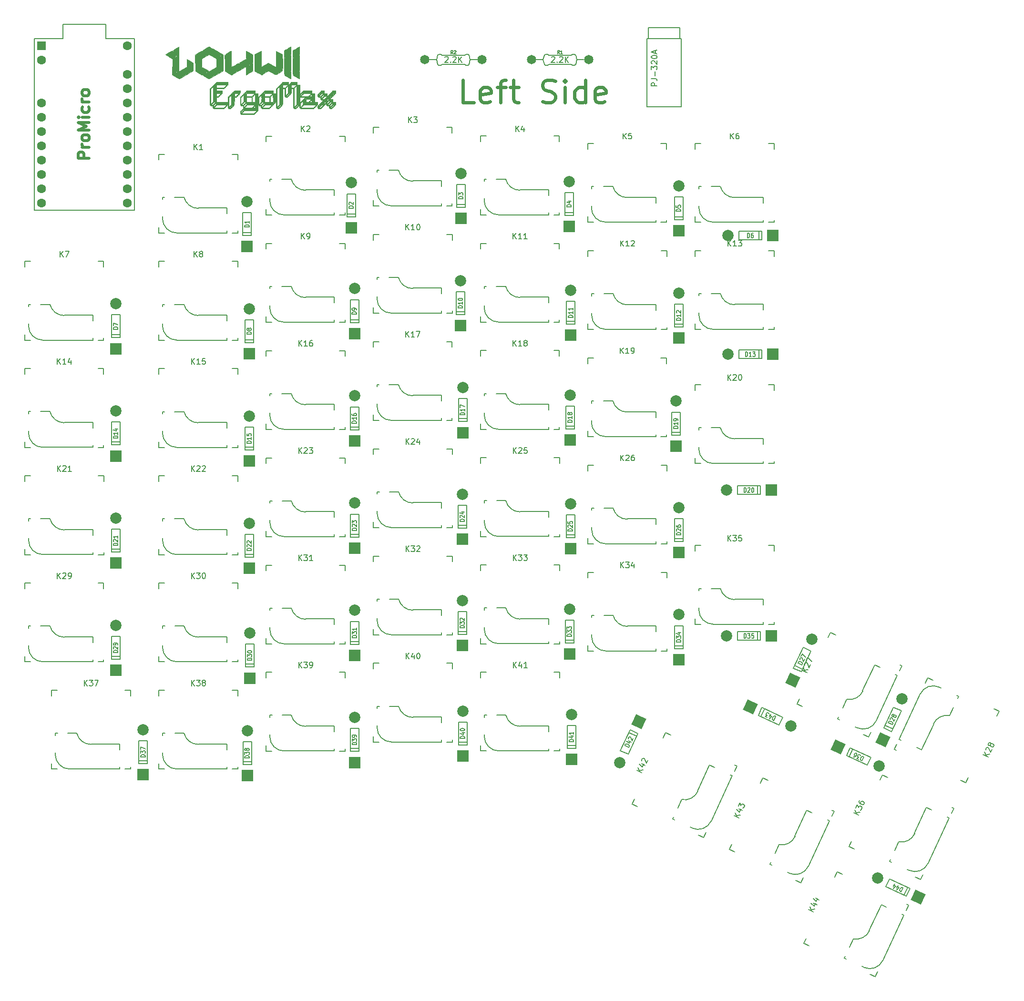
<source format=gbr>
G04 #@! TF.GenerationSoftware,KiCad,Pcbnew,(6.0.9-0)*
G04 #@! TF.CreationDate,2023-04-21T13:05:04+10:00*
G04 #@! TF.ProjectId,ErgoMaxReversible,4572676f-4d61-4785-9265-766572736962,rev?*
G04 #@! TF.SameCoordinates,Original*
G04 #@! TF.FileFunction,Legend,Top*
G04 #@! TF.FilePolarity,Positive*
%FSLAX46Y46*%
G04 Gerber Fmt 4.6, Leading zero omitted, Abs format (unit mm)*
G04 Created by KiCad (PCBNEW (6.0.9-0)) date 2023-04-21 13:05:04*
%MOMM*%
%LPD*%
G01*
G04 APERTURE LIST*
G04 Aperture macros list*
%AMRotRect*
0 Rectangle, with rotation*
0 The origin of the aperture is its center*
0 $1 length*
0 $2 width*
0 $3 Rotation angle, in degrees counterclockwise*
0 Add horizontal line*
21,1,$1,$2,0,0,$3*%
G04 Aperture macros list end*
%ADD10C,0.150000*%
%ADD11C,0.500000*%
%ADD12C,0.200000*%
%ADD13C,0.600000*%
%ADD14C,0.010000*%
%ADD15R,1.600000X1.600000*%
%ADD16C,1.600000*%
%ADD17R,2.000000X2.000000*%
%ADD18C,2.000000*%
%ADD19RotRect,2.000000X2.000000X335.000000*%
%ADD20RotRect,2.000000X2.000000X155.000000*%
%ADD21RotRect,2.000000X2.000000X65.000000*%
%ADD22RotRect,2.000000X2.000000X245.000000*%
%ADD23C,1.651000*%
G04 APERTURE END LIST*
D10*
X228750198Y-46308987D02*
X227750198Y-46308987D01*
X227750198Y-45928035D01*
X227797818Y-45832797D01*
X227845437Y-45785178D01*
X227940675Y-45737559D01*
X228083532Y-45737559D01*
X228178770Y-45785178D01*
X228226389Y-45832797D01*
X228274008Y-45928035D01*
X228274008Y-46308987D01*
X227750198Y-45023273D02*
X228464484Y-45023273D01*
X228607341Y-45070892D01*
X228702579Y-45166130D01*
X228750198Y-45308987D01*
X228750198Y-45404225D01*
X228369246Y-44547082D02*
X228369246Y-43785178D01*
X227750198Y-43404225D02*
X227750198Y-42785178D01*
X228131151Y-43118511D01*
X228131151Y-42975654D01*
X228178770Y-42880416D01*
X228226389Y-42832797D01*
X228321627Y-42785178D01*
X228559722Y-42785178D01*
X228654960Y-42832797D01*
X228702579Y-42880416D01*
X228750198Y-42975654D01*
X228750198Y-43261368D01*
X228702579Y-43356606D01*
X228654960Y-43404225D01*
X227845437Y-42404225D02*
X227797818Y-42356606D01*
X227750198Y-42261368D01*
X227750198Y-42023273D01*
X227797818Y-41928035D01*
X227845437Y-41880416D01*
X227940675Y-41832797D01*
X228035913Y-41832797D01*
X228178770Y-41880416D01*
X228750198Y-42451844D01*
X228750198Y-41832797D01*
X227750198Y-41213749D02*
X227750198Y-41118511D01*
X227797818Y-41023273D01*
X227845437Y-40975654D01*
X227940675Y-40928035D01*
X228131151Y-40880416D01*
X228369246Y-40880416D01*
X228559722Y-40928035D01*
X228654960Y-40975654D01*
X228702579Y-41023273D01*
X228750198Y-41118511D01*
X228750198Y-41213749D01*
X228702579Y-41308987D01*
X228654960Y-41356606D01*
X228559722Y-41404225D01*
X228369246Y-41451844D01*
X228131151Y-41451844D01*
X227940675Y-41404225D01*
X227845437Y-41356606D01*
X227797818Y-41308987D01*
X227750198Y-41213749D01*
X228464484Y-40499463D02*
X228464484Y-40023273D01*
X228750198Y-40594701D02*
X227750198Y-40261368D01*
X228750198Y-39928035D01*
D11*
X127923035Y-59192000D02*
X125923035Y-59192000D01*
X125923035Y-58430095D01*
X126018274Y-58239619D01*
X126113512Y-58144381D01*
X126303988Y-58049142D01*
X126589702Y-58049142D01*
X126780178Y-58144381D01*
X126875416Y-58239619D01*
X126970654Y-58430095D01*
X126970654Y-59192000D01*
X127923035Y-57192000D02*
X126589702Y-57192000D01*
X126970654Y-57192000D02*
X126780178Y-57096761D01*
X126684940Y-57001523D01*
X126589702Y-56811047D01*
X126589702Y-56620571D01*
X127923035Y-55668190D02*
X127827797Y-55858666D01*
X127732559Y-55953904D01*
X127542083Y-56049142D01*
X126970654Y-56049142D01*
X126780178Y-55953904D01*
X126684940Y-55858666D01*
X126589702Y-55668190D01*
X126589702Y-55382476D01*
X126684940Y-55192000D01*
X126780178Y-55096761D01*
X126970654Y-55001523D01*
X127542083Y-55001523D01*
X127732559Y-55096761D01*
X127827797Y-55192000D01*
X127923035Y-55382476D01*
X127923035Y-55668190D01*
X127923035Y-54144381D02*
X125923035Y-54144381D01*
X127351607Y-53477714D01*
X125923035Y-52811047D01*
X127923035Y-52811047D01*
X127923035Y-51858666D02*
X126589702Y-51858666D01*
X125923035Y-51858666D02*
X126018274Y-51953904D01*
X126113512Y-51858666D01*
X126018274Y-51763428D01*
X125923035Y-51858666D01*
X126113512Y-51858666D01*
X127827797Y-50049142D02*
X127923035Y-50239619D01*
X127923035Y-50620571D01*
X127827797Y-50811047D01*
X127732559Y-50906285D01*
X127542083Y-51001523D01*
X126970654Y-51001523D01*
X126780178Y-50906285D01*
X126684940Y-50811047D01*
X126589702Y-50620571D01*
X126589702Y-50239619D01*
X126684940Y-50049142D01*
X127923035Y-49192000D02*
X126589702Y-49192000D01*
X126970654Y-49192000D02*
X126780178Y-49096761D01*
X126684940Y-49001523D01*
X126589702Y-48811047D01*
X126589702Y-48620571D01*
X127923035Y-47668190D02*
X127827797Y-47858666D01*
X127732559Y-47953904D01*
X127542083Y-48049142D01*
X126970654Y-48049142D01*
X126780178Y-47953904D01*
X126684940Y-47858666D01*
X126589702Y-47668190D01*
X126589702Y-47382476D01*
X126684940Y-47192000D01*
X126780178Y-47096761D01*
X126970654Y-47001523D01*
X127542083Y-47001523D01*
X127732559Y-47096761D01*
X127827797Y-47192000D01*
X127923035Y-47382476D01*
X127923035Y-47668190D01*
D10*
X244452617Y-94359644D02*
X244452617Y-93559644D01*
X244619283Y-93559644D01*
X244719283Y-93597740D01*
X244785950Y-93673930D01*
X244819283Y-93750120D01*
X244852617Y-93902501D01*
X244852617Y-94016787D01*
X244819283Y-94169168D01*
X244785950Y-94245359D01*
X244719283Y-94321549D01*
X244619283Y-94359644D01*
X244452617Y-94359644D01*
X245519283Y-94359644D02*
X245119283Y-94359644D01*
X245319283Y-94359644D02*
X245319283Y-93559644D01*
X245252617Y-93673930D01*
X245185950Y-93750120D01*
X245119283Y-93788216D01*
X245752617Y-93559644D02*
X246185950Y-93559644D01*
X245952617Y-93864406D01*
X246052617Y-93864406D01*
X246119283Y-93902501D01*
X246152617Y-93940597D01*
X246185950Y-94016787D01*
X246185950Y-94207263D01*
X246152617Y-94283454D01*
X246119283Y-94321549D01*
X246052617Y-94359644D01*
X245852617Y-94359644D01*
X245785950Y-94321549D01*
X245752617Y-94283454D01*
X132969763Y-108898807D02*
X132169763Y-108898807D01*
X132169763Y-108732140D01*
X132207859Y-108632140D01*
X132284049Y-108565473D01*
X132360239Y-108532140D01*
X132512620Y-108498807D01*
X132626906Y-108498807D01*
X132779287Y-108532140D01*
X132855478Y-108565473D01*
X132931668Y-108632140D01*
X132969763Y-108732140D01*
X132969763Y-108898807D01*
X132969763Y-107832140D02*
X132969763Y-108232140D01*
X132969763Y-108032140D02*
X132169763Y-108032140D01*
X132284049Y-108098807D01*
X132360239Y-108165473D01*
X132398335Y-108232140D01*
X132436430Y-107232140D02*
X132969763Y-107232140D01*
X132131668Y-107398807D02*
X132703097Y-107565473D01*
X132703097Y-107132140D01*
X156701473Y-109801443D02*
X155901473Y-109801443D01*
X155901473Y-109634776D01*
X155939569Y-109534776D01*
X156015759Y-109468109D01*
X156091949Y-109434776D01*
X156244330Y-109401443D01*
X156358616Y-109401443D01*
X156510997Y-109434776D01*
X156587188Y-109468109D01*
X156663378Y-109534776D01*
X156701473Y-109634776D01*
X156701473Y-109801443D01*
X156701473Y-108734776D02*
X156701473Y-109134776D01*
X156701473Y-108934776D02*
X155901473Y-108934776D01*
X156015759Y-109001443D01*
X156091949Y-109068109D01*
X156130045Y-109134776D01*
X155901473Y-108101443D02*
X155901473Y-108434776D01*
X156282426Y-108468109D01*
X156244330Y-108434776D01*
X156206235Y-108368109D01*
X156206235Y-108201443D01*
X156244330Y-108134776D01*
X156282426Y-108101443D01*
X156358616Y-108068109D01*
X156549092Y-108068109D01*
X156625283Y-108101443D01*
X156663378Y-108134776D01*
X156701473Y-108201443D01*
X156701473Y-108368109D01*
X156663378Y-108434776D01*
X156625283Y-108468109D01*
X175366507Y-106212626D02*
X174566507Y-106212626D01*
X174566507Y-106045959D01*
X174604603Y-105945959D01*
X174680793Y-105879292D01*
X174756983Y-105845959D01*
X174909364Y-105812626D01*
X175023650Y-105812626D01*
X175176031Y-105845959D01*
X175252222Y-105879292D01*
X175328412Y-105945959D01*
X175366507Y-106045959D01*
X175366507Y-106212626D01*
X175366507Y-105145959D02*
X175366507Y-105545959D01*
X175366507Y-105345959D02*
X174566507Y-105345959D01*
X174680793Y-105412626D01*
X174756983Y-105479292D01*
X174795079Y-105545959D01*
X174566507Y-104545959D02*
X174566507Y-104679292D01*
X174604603Y-104745959D01*
X174642698Y-104779292D01*
X174756983Y-104845959D01*
X174909364Y-104879292D01*
X175214126Y-104879292D01*
X175290317Y-104845959D01*
X175328412Y-104812626D01*
X175366507Y-104745959D01*
X175366507Y-104612626D01*
X175328412Y-104545959D01*
X175290317Y-104512626D01*
X175214126Y-104479292D01*
X175023650Y-104479292D01*
X174947460Y-104512626D01*
X174909364Y-104545959D01*
X174871269Y-104612626D01*
X174871269Y-104745959D01*
X174909364Y-104812626D01*
X174947460Y-104845959D01*
X175023650Y-104879292D01*
X194595281Y-104743586D02*
X193795281Y-104743586D01*
X193795281Y-104576919D01*
X193833377Y-104476919D01*
X193909567Y-104410252D01*
X193985757Y-104376919D01*
X194138138Y-104343586D01*
X194252424Y-104343586D01*
X194404805Y-104376919D01*
X194480996Y-104410252D01*
X194557186Y-104476919D01*
X194595281Y-104576919D01*
X194595281Y-104743586D01*
X194595281Y-103676919D02*
X194595281Y-104076919D01*
X194595281Y-103876919D02*
X193795281Y-103876919D01*
X193909567Y-103943586D01*
X193985757Y-104010252D01*
X194023853Y-104076919D01*
X193795281Y-103443586D02*
X193795281Y-102976919D01*
X194595281Y-103276919D01*
X213665605Y-106066917D02*
X212865605Y-106066917D01*
X212865605Y-105900250D01*
X212903701Y-105800250D01*
X212979891Y-105733583D01*
X213056081Y-105700250D01*
X213208462Y-105666917D01*
X213322748Y-105666917D01*
X213475129Y-105700250D01*
X213551320Y-105733583D01*
X213627510Y-105800250D01*
X213665605Y-105900250D01*
X213665605Y-106066917D01*
X213665605Y-105000250D02*
X213665605Y-105400250D01*
X213665605Y-105200250D02*
X212865605Y-105200250D01*
X212979891Y-105266917D01*
X213056081Y-105333583D01*
X213094177Y-105400250D01*
X213208462Y-104600250D02*
X213170367Y-104666917D01*
X213132272Y-104700250D01*
X213056081Y-104733583D01*
X213017986Y-104733583D01*
X212941796Y-104700250D01*
X212903701Y-104666917D01*
X212865605Y-104600250D01*
X212865605Y-104466917D01*
X212903701Y-104400250D01*
X212941796Y-104366917D01*
X213017986Y-104333583D01*
X213056081Y-104333583D01*
X213132272Y-104366917D01*
X213170367Y-104400250D01*
X213208462Y-104466917D01*
X213208462Y-104600250D01*
X213246558Y-104666917D01*
X213284653Y-104700250D01*
X213360843Y-104733583D01*
X213513224Y-104733583D01*
X213589415Y-104700250D01*
X213627510Y-104666917D01*
X213665605Y-104600250D01*
X213665605Y-104466917D01*
X213627510Y-104400250D01*
X213589415Y-104366917D01*
X213513224Y-104333583D01*
X213360843Y-104333583D01*
X213284653Y-104366917D01*
X213246558Y-104400250D01*
X213208462Y-104466917D01*
X244198615Y-118489647D02*
X244198615Y-117689647D01*
X244365281Y-117689647D01*
X244465281Y-117727743D01*
X244531948Y-117803933D01*
X244565281Y-117880123D01*
X244598615Y-118032504D01*
X244598615Y-118146790D01*
X244565281Y-118299171D01*
X244531948Y-118375362D01*
X244465281Y-118451552D01*
X244365281Y-118489647D01*
X244198615Y-118489647D01*
X244865281Y-117765838D02*
X244898615Y-117727743D01*
X244965281Y-117689647D01*
X245131948Y-117689647D01*
X245198615Y-117727743D01*
X245231948Y-117765838D01*
X245265281Y-117842028D01*
X245265281Y-117918219D01*
X245231948Y-118032504D01*
X244831948Y-118489647D01*
X245265281Y-118489647D01*
X245698615Y-117689647D02*
X245765281Y-117689647D01*
X245831948Y-117727743D01*
X245865281Y-117765838D01*
X245898615Y-117842028D01*
X245931948Y-117994409D01*
X245931948Y-118184885D01*
X245898615Y-118337266D01*
X245865281Y-118413457D01*
X245831948Y-118451552D01*
X245765281Y-118489647D01*
X245698615Y-118489647D01*
X245631948Y-118451552D01*
X245598615Y-118413457D01*
X245565281Y-118337266D01*
X245531948Y-118184885D01*
X245531948Y-117994409D01*
X245565281Y-117842028D01*
X245598615Y-117765838D01*
X245631948Y-117727743D01*
X245698615Y-117689647D01*
X174802949Y-68039464D02*
X174002949Y-68039464D01*
X174002949Y-67872798D01*
X174041045Y-67772798D01*
X174117235Y-67706131D01*
X174193425Y-67672798D01*
X174345806Y-67639464D01*
X174460092Y-67639464D01*
X174612473Y-67672798D01*
X174688664Y-67706131D01*
X174764854Y-67772798D01*
X174802949Y-67872798D01*
X174802949Y-68039464D01*
X174079140Y-67372798D02*
X174041045Y-67339464D01*
X174002949Y-67272798D01*
X174002949Y-67106131D01*
X174041045Y-67039464D01*
X174079140Y-67006131D01*
X174155330Y-66972798D01*
X174231521Y-66972798D01*
X174345806Y-67006131D01*
X174802949Y-67406131D01*
X174802949Y-66972798D01*
X232484457Y-107148961D02*
X231684457Y-107148961D01*
X231684457Y-106982294D01*
X231722553Y-106882294D01*
X231798743Y-106815627D01*
X231874933Y-106782294D01*
X232027314Y-106748961D01*
X232141600Y-106748961D01*
X232293981Y-106782294D01*
X232370172Y-106815627D01*
X232446362Y-106882294D01*
X232484457Y-106982294D01*
X232484457Y-107148961D01*
X232484457Y-106082294D02*
X232484457Y-106482294D01*
X232484457Y-106282294D02*
X231684457Y-106282294D01*
X231798743Y-106348961D01*
X231874933Y-106415627D01*
X231913029Y-106482294D01*
X232484457Y-105748961D02*
X232484457Y-105615627D01*
X232446362Y-105548961D01*
X232408267Y-105515627D01*
X232293981Y-105448961D01*
X232141600Y-105415627D01*
X231836838Y-105415627D01*
X231760648Y-105448961D01*
X231722553Y-105482294D01*
X231684457Y-105548961D01*
X231684457Y-105682294D01*
X231722553Y-105748961D01*
X231760648Y-105782294D01*
X231836838Y-105815627D01*
X232027314Y-105815627D01*
X232103505Y-105782294D01*
X232141600Y-105748961D01*
X232179695Y-105682294D01*
X232179695Y-105548961D01*
X232141600Y-105482294D01*
X232103505Y-105448961D01*
X232027314Y-105415627D01*
X156311904Y-71386666D02*
X155511904Y-71386666D01*
X155511904Y-71220000D01*
X155550000Y-71120000D01*
X155626190Y-71053333D01*
X155702380Y-71020000D01*
X155854761Y-70986666D01*
X155969047Y-70986666D01*
X156121428Y-71020000D01*
X156197619Y-71053333D01*
X156273809Y-71120000D01*
X156311904Y-71220000D01*
X156311904Y-71386666D01*
X156311904Y-70320000D02*
X156311904Y-70720000D01*
X156311904Y-70520000D02*
X155511904Y-70520000D01*
X155626190Y-70586666D01*
X155702380Y-70653333D01*
X155740476Y-70720000D01*
X213797681Y-87453799D02*
X212997681Y-87453799D01*
X212997681Y-87287132D01*
X213035777Y-87187132D01*
X213111967Y-87120465D01*
X213188157Y-87087132D01*
X213340538Y-87053799D01*
X213454824Y-87053799D01*
X213607205Y-87087132D01*
X213683396Y-87120465D01*
X213759586Y-87187132D01*
X213797681Y-87287132D01*
X213797681Y-87453799D01*
X213797681Y-86387132D02*
X213797681Y-86787132D01*
X213797681Y-86587132D02*
X212997681Y-86587132D01*
X213111967Y-86653799D01*
X213188157Y-86720465D01*
X213226253Y-86787132D01*
X213797681Y-85720465D02*
X213797681Y-86120465D01*
X213797681Y-85920465D02*
X212997681Y-85920465D01*
X213111967Y-85987132D01*
X213188157Y-86053799D01*
X213226253Y-86120465D01*
X232984674Y-87948589D02*
X232184674Y-87948589D01*
X232184674Y-87781922D01*
X232222770Y-87681922D01*
X232298960Y-87615255D01*
X232375150Y-87581922D01*
X232527531Y-87548589D01*
X232641817Y-87548589D01*
X232794198Y-87581922D01*
X232870389Y-87615255D01*
X232946579Y-87681922D01*
X232984674Y-87781922D01*
X232984674Y-87948589D01*
X232984674Y-86881922D02*
X232984674Y-87281922D01*
X232984674Y-87081922D02*
X232184674Y-87081922D01*
X232298960Y-87148589D01*
X232375150Y-87215255D01*
X232413246Y-87281922D01*
X232260865Y-86615255D02*
X232222770Y-86581922D01*
X232184674Y-86515255D01*
X232184674Y-86348589D01*
X232222770Y-86281922D01*
X232260865Y-86248589D01*
X232337055Y-86215255D01*
X232413246Y-86215255D01*
X232527531Y-86248589D01*
X232984674Y-86648589D01*
X232984674Y-86215255D01*
X272449309Y-188753228D02*
X272111214Y-189478274D01*
X271960163Y-189407838D01*
X271885632Y-189331050D01*
X271857411Y-189233823D01*
X271859400Y-189150684D01*
X271893589Y-188998493D01*
X271941888Y-188894915D01*
X272036497Y-188770898D01*
X272098907Y-188715933D01*
X272191527Y-188675056D01*
X272298257Y-188682792D01*
X272449309Y-188753228D01*
X271317604Y-188813974D02*
X271543001Y-188330610D01*
X271339858Y-189160618D02*
X271732405Y-188713164D01*
X271339672Y-188530030D01*
X270713399Y-188532228D02*
X270938796Y-188048864D01*
X270735653Y-188878873D02*
X271128200Y-188431419D01*
X270735467Y-188248284D01*
X194221904Y-85754541D02*
X193421904Y-85754541D01*
X193421904Y-85587874D01*
X193460000Y-85487874D01*
X193536190Y-85421207D01*
X193612380Y-85387874D01*
X193764761Y-85354541D01*
X193879047Y-85354541D01*
X194031428Y-85387874D01*
X194107619Y-85421207D01*
X194183809Y-85487874D01*
X194221904Y-85587874D01*
X194221904Y-85754541D01*
X194221904Y-84687874D02*
X194221904Y-85087874D01*
X194221904Y-84887874D02*
X193421904Y-84887874D01*
X193536190Y-84954541D01*
X193612380Y-85021207D01*
X193650476Y-85087874D01*
X193421904Y-84254541D02*
X193421904Y-84187874D01*
X193460000Y-84121207D01*
X193498095Y-84087874D01*
X193574285Y-84054541D01*
X193726666Y-84021207D01*
X193917142Y-84021207D01*
X194069523Y-84054541D01*
X194145714Y-84087874D01*
X194183809Y-84121207D01*
X194221904Y-84187874D01*
X194221904Y-84254541D01*
X194183809Y-84321207D01*
X194145714Y-84354541D01*
X194069523Y-84387874D01*
X193917142Y-84421207D01*
X193726666Y-84421207D01*
X193574285Y-84387874D01*
X193498095Y-84354541D01*
X193460000Y-84321207D01*
X193421904Y-84254541D01*
X175369003Y-86837316D02*
X174569003Y-86837316D01*
X174569003Y-86670650D01*
X174607099Y-86570650D01*
X174683289Y-86503983D01*
X174759479Y-86470650D01*
X174911860Y-86437316D01*
X175026146Y-86437316D01*
X175178527Y-86470650D01*
X175254718Y-86503983D01*
X175330908Y-86570650D01*
X175369003Y-86670650D01*
X175369003Y-86837316D01*
X175369003Y-86103983D02*
X175369003Y-85970650D01*
X175330908Y-85903983D01*
X175292813Y-85870650D01*
X175178527Y-85803983D01*
X175026146Y-85770650D01*
X174721384Y-85770650D01*
X174645194Y-85803983D01*
X174607099Y-85837316D01*
X174569003Y-85903983D01*
X174569003Y-86037316D01*
X174607099Y-86103983D01*
X174645194Y-86137316D01*
X174721384Y-86170650D01*
X174911860Y-86170650D01*
X174988051Y-86137316D01*
X175026146Y-86103983D01*
X175064241Y-86037316D01*
X175064241Y-85903983D01*
X175026146Y-85837316D01*
X174988051Y-85803983D01*
X174911860Y-85770650D01*
X156702703Y-90415411D02*
X155902703Y-90415411D01*
X155902703Y-90248745D01*
X155940799Y-90148745D01*
X156016989Y-90082078D01*
X156093179Y-90048745D01*
X156245560Y-90015411D01*
X156359846Y-90015411D01*
X156512227Y-90048745D01*
X156588418Y-90082078D01*
X156664608Y-90148745D01*
X156702703Y-90248745D01*
X156702703Y-90415411D01*
X156245560Y-89615411D02*
X156207465Y-89682078D01*
X156169370Y-89715411D01*
X156093179Y-89748745D01*
X156055084Y-89748745D01*
X155978894Y-89715411D01*
X155940799Y-89682078D01*
X155902703Y-89615411D01*
X155902703Y-89482078D01*
X155940799Y-89415411D01*
X155978894Y-89382078D01*
X156055084Y-89348745D01*
X156093179Y-89348745D01*
X156169370Y-89382078D01*
X156207465Y-89415411D01*
X156245560Y-89482078D01*
X156245560Y-89615411D01*
X156283656Y-89682078D01*
X156321751Y-89715411D01*
X156397941Y-89748745D01*
X156550322Y-89748745D01*
X156626513Y-89715411D01*
X156664608Y-89682078D01*
X156702703Y-89615411D01*
X156702703Y-89482078D01*
X156664608Y-89415411D01*
X156626513Y-89382078D01*
X156550322Y-89348745D01*
X156397941Y-89348745D01*
X156321751Y-89382078D01*
X156283656Y-89415411D01*
X156245560Y-89482078D01*
X132966366Y-89522371D02*
X132166366Y-89522371D01*
X132166366Y-89355705D01*
X132204462Y-89255705D01*
X132280652Y-89189038D01*
X132356842Y-89155705D01*
X132509223Y-89122371D01*
X132623509Y-89122371D01*
X132775890Y-89155705D01*
X132852081Y-89189038D01*
X132928271Y-89255705D01*
X132966366Y-89355705D01*
X132966366Y-89522371D01*
X132166366Y-88889038D02*
X132166366Y-88422371D01*
X132966366Y-88722371D01*
X244785949Y-73277642D02*
X244785949Y-72477642D01*
X244952616Y-72477642D01*
X245052616Y-72515738D01*
X245119282Y-72591928D01*
X245152616Y-72668118D01*
X245185949Y-72820499D01*
X245185949Y-72934785D01*
X245152616Y-73087166D01*
X245119282Y-73163357D01*
X245052616Y-73239547D01*
X244952616Y-73277642D01*
X244785949Y-73277642D01*
X245785949Y-72477642D02*
X245652616Y-72477642D01*
X245585949Y-72515738D01*
X245552616Y-72553833D01*
X245485949Y-72668118D01*
X245452616Y-72820499D01*
X245452616Y-73125261D01*
X245485949Y-73201452D01*
X245519282Y-73239547D01*
X245585949Y-73277642D01*
X245719282Y-73277642D01*
X245785949Y-73239547D01*
X245819282Y-73201452D01*
X245852616Y-73125261D01*
X245852616Y-72934785D01*
X245819282Y-72858595D01*
X245785949Y-72820499D01*
X245719282Y-72782404D01*
X245585949Y-72782404D01*
X245519282Y-72820499D01*
X245485949Y-72858595D01*
X245452616Y-72934785D01*
X232942437Y-68565377D02*
X232142437Y-68565377D01*
X232142437Y-68398711D01*
X232180533Y-68298711D01*
X232256723Y-68232044D01*
X232332913Y-68198711D01*
X232485294Y-68165377D01*
X232599580Y-68165377D01*
X232751961Y-68198711D01*
X232828152Y-68232044D01*
X232904342Y-68298711D01*
X232942437Y-68398711D01*
X232942437Y-68565377D01*
X232142437Y-67532044D02*
X232142437Y-67865377D01*
X232523390Y-67898711D01*
X232485294Y-67865377D01*
X232447199Y-67798711D01*
X232447199Y-67632044D01*
X232485294Y-67565377D01*
X232523390Y-67532044D01*
X232599580Y-67498711D01*
X232790056Y-67498711D01*
X232866247Y-67532044D01*
X232904342Y-67565377D01*
X232942437Y-67632044D01*
X232942437Y-67798711D01*
X232904342Y-67865377D01*
X232866247Y-67898711D01*
X213525894Y-67816474D02*
X212725894Y-67816474D01*
X212725894Y-67649808D01*
X212763990Y-67549808D01*
X212840180Y-67483141D01*
X212916370Y-67449808D01*
X213068751Y-67416474D01*
X213183037Y-67416474D01*
X213335418Y-67449808D01*
X213411609Y-67483141D01*
X213487799Y-67549808D01*
X213525894Y-67649808D01*
X213525894Y-67816474D01*
X212992561Y-66816474D02*
X213525894Y-66816474D01*
X212687799Y-66983141D02*
X213259228Y-67149808D01*
X213259228Y-66716474D01*
X194282861Y-66361048D02*
X193482861Y-66361048D01*
X193482861Y-66194382D01*
X193520957Y-66094382D01*
X193597147Y-66027715D01*
X193673337Y-65994382D01*
X193825718Y-65961048D01*
X193940004Y-65961048D01*
X194092385Y-65994382D01*
X194168576Y-66027715D01*
X194244766Y-66094382D01*
X194282861Y-66194382D01*
X194282861Y-66361048D01*
X193482861Y-65727715D02*
X193482861Y-65294382D01*
X193787623Y-65527715D01*
X193787623Y-65427715D01*
X193825718Y-65361048D01*
X193863814Y-65327715D01*
X193940004Y-65294382D01*
X194130480Y-65294382D01*
X194206671Y-65327715D01*
X194244766Y-65361048D01*
X194282861Y-65427715D01*
X194282861Y-65627715D01*
X194244766Y-65694382D01*
X194206671Y-65727715D01*
X213553835Y-144090720D02*
X212753835Y-144090720D01*
X212753835Y-143924053D01*
X212791931Y-143824053D01*
X212868121Y-143757386D01*
X212944311Y-143724053D01*
X213096692Y-143690720D01*
X213210978Y-143690720D01*
X213363359Y-143724053D01*
X213439550Y-143757386D01*
X213515740Y-143824053D01*
X213553835Y-143924053D01*
X213553835Y-144090720D01*
X212753835Y-143457386D02*
X212753835Y-143024053D01*
X213058597Y-143257386D01*
X213058597Y-143157386D01*
X213096692Y-143090720D01*
X213134788Y-143057386D01*
X213210978Y-143024053D01*
X213401454Y-143024053D01*
X213477645Y-143057386D01*
X213515740Y-143090720D01*
X213553835Y-143157386D01*
X213553835Y-143357386D01*
X213515740Y-143424053D01*
X213477645Y-143457386D01*
X212753835Y-142790720D02*
X212753835Y-142357386D01*
X213058597Y-142590720D01*
X213058597Y-142490720D01*
X213096692Y-142424053D01*
X213134788Y-142390720D01*
X213210978Y-142357386D01*
X213401454Y-142357386D01*
X213477645Y-142390720D01*
X213515740Y-142424053D01*
X213553835Y-142490720D01*
X213553835Y-142690720D01*
X213515740Y-142757386D01*
X213477645Y-142790720D01*
X249832726Y-158316366D02*
X249494631Y-159041412D01*
X249343580Y-158970976D01*
X249269049Y-158894188D01*
X249240828Y-158796961D01*
X249242817Y-158713822D01*
X249277006Y-158561631D01*
X249325305Y-158458053D01*
X249419914Y-158334036D01*
X249482324Y-158279071D01*
X249574944Y-158238194D01*
X249681674Y-158245930D01*
X249832726Y-158316366D01*
X248701021Y-158377112D02*
X248926418Y-157893748D01*
X248723275Y-158723756D02*
X249115822Y-158276302D01*
X248723089Y-158093168D01*
X248316431Y-158492008D02*
X247923698Y-158308874D01*
X248263967Y-158131277D01*
X248173337Y-158089015D01*
X248129016Y-158026314D01*
X248114905Y-157977701D01*
X248116894Y-157894562D01*
X248197393Y-157721932D01*
X248259803Y-157666967D01*
X248306113Y-157646528D01*
X248382633Y-157640177D01*
X248563895Y-157724700D01*
X248608216Y-157787401D01*
X248622326Y-157836014D01*
X232984680Y-145075065D02*
X232184680Y-145075065D01*
X232184680Y-144908398D01*
X232222776Y-144808398D01*
X232298966Y-144741731D01*
X232375156Y-144708398D01*
X232527537Y-144675065D01*
X232641823Y-144675065D01*
X232794204Y-144708398D01*
X232870395Y-144741731D01*
X232946585Y-144808398D01*
X232984680Y-144908398D01*
X232984680Y-145075065D01*
X232184680Y-144441731D02*
X232184680Y-144008398D01*
X232489442Y-144241731D01*
X232489442Y-144141731D01*
X232527537Y-144075065D01*
X232565633Y-144041731D01*
X232641823Y-144008398D01*
X232832299Y-144008398D01*
X232908490Y-144041731D01*
X232946585Y-144075065D01*
X232984680Y-144141731D01*
X232984680Y-144341731D01*
X232946585Y-144408398D01*
X232908490Y-144441731D01*
X232451347Y-143408398D02*
X232984680Y-143408398D01*
X232146585Y-143575065D02*
X232718014Y-143741731D01*
X232718014Y-143308398D01*
X244198615Y-144397646D02*
X244198615Y-143597646D01*
X244365281Y-143597646D01*
X244465281Y-143635742D01*
X244531948Y-143711932D01*
X244565281Y-143788122D01*
X244598615Y-143940503D01*
X244598615Y-144054789D01*
X244565281Y-144207170D01*
X244531948Y-144283361D01*
X244465281Y-144359551D01*
X244365281Y-144397646D01*
X244198615Y-144397646D01*
X244831948Y-143597646D02*
X245265281Y-143597646D01*
X245031948Y-143902408D01*
X245131948Y-143902408D01*
X245198615Y-143940503D01*
X245231948Y-143978599D01*
X245265281Y-144054789D01*
X245265281Y-144245265D01*
X245231948Y-144321456D01*
X245198615Y-144359551D01*
X245131948Y-144397646D01*
X244931948Y-144397646D01*
X244865281Y-144359551D01*
X244831948Y-144321456D01*
X245898615Y-143597646D02*
X245565281Y-143597646D01*
X245531948Y-143978599D01*
X245565281Y-143940503D01*
X245631948Y-143902408D01*
X245798615Y-143902408D01*
X245865281Y-143940503D01*
X245898615Y-143978599D01*
X245931948Y-144054789D01*
X245931948Y-144245265D01*
X245898615Y-144321456D01*
X245865281Y-144359551D01*
X245798615Y-144397646D01*
X245631948Y-144397646D01*
X245565281Y-144359551D01*
X245531948Y-144321456D01*
X265479126Y-165471543D02*
X265141031Y-166196589D01*
X264989980Y-166126153D01*
X264915449Y-166049365D01*
X264887228Y-165952138D01*
X264889217Y-165868999D01*
X264923406Y-165716808D01*
X264971705Y-165613230D01*
X265066314Y-165489213D01*
X265128724Y-165434248D01*
X265221344Y-165393371D01*
X265328074Y-165401107D01*
X265479126Y-165471543D01*
X264567036Y-165928931D02*
X264174303Y-165745796D01*
X264514573Y-165568199D01*
X264423942Y-165525937D01*
X264379621Y-165463237D01*
X264365510Y-165414624D01*
X264367500Y-165331484D01*
X264447998Y-165158854D01*
X264510408Y-165103889D01*
X264556718Y-165083451D01*
X264633238Y-165077099D01*
X264814500Y-165161623D01*
X264858821Y-165224323D01*
X264872931Y-165272937D01*
X263630518Y-165492225D02*
X263751359Y-165548574D01*
X263827879Y-165542223D01*
X263874189Y-165521784D01*
X263982909Y-165446381D01*
X264077518Y-165322364D01*
X264206316Y-165046156D01*
X264208306Y-164963017D01*
X264194195Y-164914403D01*
X264149874Y-164851703D01*
X264029033Y-164795354D01*
X263952513Y-164801705D01*
X263906203Y-164822144D01*
X263843793Y-164877109D01*
X263763294Y-165049739D01*
X263761305Y-165132878D01*
X263775416Y-165181491D01*
X263819737Y-165244192D01*
X263940578Y-165300541D01*
X264017098Y-165294189D01*
X264063408Y-165273751D01*
X264125818Y-165218786D01*
X137841514Y-165495298D02*
X137041514Y-165495298D01*
X137041514Y-165328631D01*
X137079610Y-165228631D01*
X137155800Y-165161964D01*
X137231990Y-165128631D01*
X137384371Y-165095298D01*
X137498657Y-165095298D01*
X137651038Y-165128631D01*
X137727229Y-165161964D01*
X137803419Y-165228631D01*
X137841514Y-165328631D01*
X137841514Y-165495298D01*
X137041514Y-164861964D02*
X137041514Y-164428631D01*
X137346276Y-164661964D01*
X137346276Y-164561964D01*
X137384371Y-164495298D01*
X137422467Y-164461964D01*
X137498657Y-164428631D01*
X137689133Y-164428631D01*
X137765324Y-164461964D01*
X137803419Y-164495298D01*
X137841514Y-164561964D01*
X137841514Y-164761964D01*
X137803419Y-164828631D01*
X137765324Y-164861964D01*
X137041514Y-164195298D02*
X137041514Y-163728631D01*
X137841514Y-164028631D01*
X156317904Y-165696000D02*
X155517904Y-165696000D01*
X155517904Y-165529333D01*
X155556000Y-165429333D01*
X155632190Y-165362666D01*
X155708380Y-165329333D01*
X155860761Y-165296000D01*
X155975047Y-165296000D01*
X156127428Y-165329333D01*
X156203619Y-165362666D01*
X156279809Y-165429333D01*
X156317904Y-165529333D01*
X156317904Y-165696000D01*
X155517904Y-165062666D02*
X155517904Y-164629333D01*
X155822666Y-164862666D01*
X155822666Y-164762666D01*
X155860761Y-164696000D01*
X155898857Y-164662666D01*
X155975047Y-164629333D01*
X156165523Y-164629333D01*
X156241714Y-164662666D01*
X156279809Y-164696000D01*
X156317904Y-164762666D01*
X156317904Y-164962666D01*
X156279809Y-165029333D01*
X156241714Y-165062666D01*
X155860761Y-164229333D02*
X155822666Y-164296000D01*
X155784571Y-164329333D01*
X155708380Y-164362666D01*
X155670285Y-164362666D01*
X155594095Y-164329333D01*
X155556000Y-164296000D01*
X155517904Y-164229333D01*
X155517904Y-164096000D01*
X155556000Y-164029333D01*
X155594095Y-163996000D01*
X155670285Y-163962666D01*
X155708380Y-163962666D01*
X155784571Y-163996000D01*
X155822666Y-164029333D01*
X155860761Y-164096000D01*
X155860761Y-164229333D01*
X155898857Y-164296000D01*
X155936952Y-164329333D01*
X156013142Y-164362666D01*
X156165523Y-164362666D01*
X156241714Y-164329333D01*
X156279809Y-164296000D01*
X156317904Y-164229333D01*
X156317904Y-164096000D01*
X156279809Y-164029333D01*
X156241714Y-163996000D01*
X156165523Y-163962666D01*
X156013142Y-163962666D01*
X155936952Y-163996000D01*
X155898857Y-164029333D01*
X155860761Y-164096000D01*
X175381904Y-163340000D02*
X174581904Y-163340000D01*
X174581904Y-163173333D01*
X174620000Y-163073333D01*
X174696190Y-163006666D01*
X174772380Y-162973333D01*
X174924761Y-162940000D01*
X175039047Y-162940000D01*
X175191428Y-162973333D01*
X175267619Y-163006666D01*
X175343809Y-163073333D01*
X175381904Y-163173333D01*
X175381904Y-163340000D01*
X174581904Y-162706666D02*
X174581904Y-162273333D01*
X174886666Y-162506666D01*
X174886666Y-162406666D01*
X174924761Y-162340000D01*
X174962857Y-162306666D01*
X175039047Y-162273333D01*
X175229523Y-162273333D01*
X175305714Y-162306666D01*
X175343809Y-162340000D01*
X175381904Y-162406666D01*
X175381904Y-162606666D01*
X175343809Y-162673333D01*
X175305714Y-162706666D01*
X175381904Y-161940000D02*
X175381904Y-161806666D01*
X175343809Y-161740000D01*
X175305714Y-161706666D01*
X175191428Y-161640000D01*
X175039047Y-161606666D01*
X174734285Y-161606666D01*
X174658095Y-161640000D01*
X174620000Y-161673333D01*
X174581904Y-161740000D01*
X174581904Y-161873333D01*
X174620000Y-161940000D01*
X174658095Y-161973333D01*
X174734285Y-162006666D01*
X174924761Y-162006666D01*
X175000952Y-161973333D01*
X175039047Y-161940000D01*
X175077142Y-161873333D01*
X175077142Y-161740000D01*
X175039047Y-161673333D01*
X175000952Y-161640000D01*
X174924761Y-161606666D01*
X194590206Y-162193298D02*
X193790206Y-162193298D01*
X193790206Y-162026631D01*
X193828302Y-161926631D01*
X193904492Y-161859964D01*
X193980682Y-161826631D01*
X194133063Y-161793298D01*
X194247349Y-161793298D01*
X194399730Y-161826631D01*
X194475921Y-161859964D01*
X194552111Y-161926631D01*
X194590206Y-162026631D01*
X194590206Y-162193298D01*
X194056873Y-161193298D02*
X194590206Y-161193298D01*
X193752111Y-161359964D02*
X194323540Y-161526631D01*
X194323540Y-161093298D01*
X193790206Y-160693298D02*
X193790206Y-160626631D01*
X193828302Y-160559964D01*
X193866397Y-160526631D01*
X193942587Y-160493298D01*
X194094968Y-160459964D01*
X194285444Y-160459964D01*
X194437825Y-160493298D01*
X194514016Y-160526631D01*
X194552111Y-160559964D01*
X194590206Y-160626631D01*
X194590206Y-160693298D01*
X194552111Y-160759964D01*
X194514016Y-160793298D01*
X194437825Y-160826631D01*
X194285444Y-160859964D01*
X194094968Y-160859964D01*
X193942587Y-160826631D01*
X193866397Y-160793298D01*
X193828302Y-160759964D01*
X193790206Y-160693298D01*
X213934682Y-162815071D02*
X213134682Y-162815071D01*
X213134682Y-162648404D01*
X213172778Y-162548404D01*
X213248968Y-162481737D01*
X213325158Y-162448404D01*
X213477539Y-162415071D01*
X213591825Y-162415071D01*
X213744206Y-162448404D01*
X213820397Y-162481737D01*
X213896587Y-162548404D01*
X213934682Y-162648404D01*
X213934682Y-162815071D01*
X213401349Y-161815071D02*
X213934682Y-161815071D01*
X213096587Y-161981737D02*
X213668016Y-162148404D01*
X213668016Y-161715071D01*
X213934682Y-161081737D02*
X213934682Y-161481737D01*
X213934682Y-161281737D02*
X213134682Y-161281737D01*
X213248968Y-161348404D01*
X213325158Y-161415071D01*
X213363254Y-161481737D01*
X223744890Y-163788065D02*
X223019844Y-163449970D01*
X223090280Y-163298919D01*
X223167068Y-163224388D01*
X223264295Y-163196167D01*
X223347434Y-163198156D01*
X223499625Y-163232345D01*
X223603203Y-163280644D01*
X223727220Y-163375253D01*
X223782185Y-163437663D01*
X223823062Y-163530283D01*
X223815326Y-163637013D01*
X223744890Y-163788065D01*
X223684144Y-162656360D02*
X224167508Y-162881757D01*
X223337500Y-162678614D02*
X223784954Y-163071161D01*
X223968088Y-162678428D01*
X223652387Y-162273759D02*
X223631948Y-162227449D01*
X223625597Y-162150929D01*
X223696033Y-161999878D01*
X223758734Y-161955557D01*
X223807347Y-161941446D01*
X223890486Y-161943436D01*
X223959538Y-161975635D01*
X224049029Y-162054145D01*
X224294294Y-162609865D01*
X224477428Y-162217131D01*
X156707210Y-128840147D02*
X155907210Y-128840147D01*
X155907210Y-128673480D01*
X155945306Y-128573480D01*
X156021496Y-128506813D01*
X156097686Y-128473480D01*
X156250067Y-128440147D01*
X156364353Y-128440147D01*
X156516734Y-128473480D01*
X156592925Y-128506813D01*
X156669115Y-128573480D01*
X156707210Y-128673480D01*
X156707210Y-128840147D01*
X155983401Y-128173480D02*
X155945306Y-128140147D01*
X155907210Y-128073480D01*
X155907210Y-127906813D01*
X155945306Y-127840147D01*
X155983401Y-127806813D01*
X156059591Y-127773480D01*
X156135782Y-127773480D01*
X156250067Y-127806813D01*
X156707210Y-128206813D01*
X156707210Y-127773480D01*
X155983401Y-127506813D02*
X155945306Y-127473480D01*
X155907210Y-127406813D01*
X155907210Y-127240147D01*
X155945306Y-127173480D01*
X155983401Y-127140147D01*
X156059591Y-127106813D01*
X156135782Y-127106813D01*
X156250067Y-127140147D01*
X156707210Y-127540147D01*
X156707210Y-127106813D01*
X175381907Y-125260246D02*
X174581907Y-125260246D01*
X174581907Y-125093579D01*
X174620003Y-124993579D01*
X174696193Y-124926912D01*
X174772383Y-124893579D01*
X174924764Y-124860246D01*
X175039050Y-124860246D01*
X175191431Y-124893579D01*
X175267622Y-124926912D01*
X175343812Y-124993579D01*
X175381907Y-125093579D01*
X175381907Y-125260246D01*
X174658098Y-124593579D02*
X174620003Y-124560246D01*
X174581907Y-124493579D01*
X174581907Y-124326912D01*
X174620003Y-124260246D01*
X174658098Y-124226912D01*
X174734288Y-124193579D01*
X174810479Y-124193579D01*
X174924764Y-124226912D01*
X175381907Y-124626912D01*
X175381907Y-124193579D01*
X174581907Y-123960246D02*
X174581907Y-123526912D01*
X174886669Y-123760246D01*
X174886669Y-123660246D01*
X174924764Y-123593579D01*
X174962860Y-123560246D01*
X175039050Y-123526912D01*
X175229526Y-123526912D01*
X175305717Y-123560246D01*
X175343812Y-123593579D01*
X175381907Y-123660246D01*
X175381907Y-123860246D01*
X175343812Y-123926912D01*
X175305717Y-123960246D01*
X132980086Y-127938904D02*
X132180086Y-127938904D01*
X132180086Y-127772237D01*
X132218182Y-127672237D01*
X132294372Y-127605570D01*
X132370562Y-127572237D01*
X132522943Y-127538904D01*
X132637229Y-127538904D01*
X132789610Y-127572237D01*
X132865801Y-127605570D01*
X132941991Y-127672237D01*
X132980086Y-127772237D01*
X132980086Y-127938904D01*
X132256277Y-127272237D02*
X132218182Y-127238904D01*
X132180086Y-127172237D01*
X132180086Y-127005570D01*
X132218182Y-126938904D01*
X132256277Y-126905570D01*
X132332467Y-126872237D01*
X132408658Y-126872237D01*
X132522943Y-126905570D01*
X132980086Y-127305570D01*
X132980086Y-126872237D01*
X132980086Y-126205570D02*
X132980086Y-126605570D01*
X132980086Y-126405570D02*
X132180086Y-126405570D01*
X132294372Y-126472237D01*
X132370562Y-126538904D01*
X132408658Y-126605570D01*
X194544484Y-142566718D02*
X193744484Y-142566718D01*
X193744484Y-142400051D01*
X193782580Y-142300051D01*
X193858770Y-142233384D01*
X193934960Y-142200051D01*
X194087341Y-142166718D01*
X194201627Y-142166718D01*
X194354008Y-142200051D01*
X194430199Y-142233384D01*
X194506389Y-142300051D01*
X194544484Y-142400051D01*
X194544484Y-142566718D01*
X193744484Y-141933384D02*
X193744484Y-141500051D01*
X194049246Y-141733384D01*
X194049246Y-141633384D01*
X194087341Y-141566718D01*
X194125437Y-141533384D01*
X194201627Y-141500051D01*
X194392103Y-141500051D01*
X194468294Y-141533384D01*
X194506389Y-141566718D01*
X194544484Y-141633384D01*
X194544484Y-141833384D01*
X194506389Y-141900051D01*
X194468294Y-141933384D01*
X193820675Y-141233384D02*
X193782580Y-141200051D01*
X193744484Y-141133384D01*
X193744484Y-140966718D01*
X193782580Y-140900051D01*
X193820675Y-140866718D01*
X193896865Y-140833384D01*
X193973056Y-140833384D01*
X194087341Y-140866718D01*
X194544484Y-141266718D01*
X194544484Y-140833384D01*
X175381907Y-144310007D02*
X174581907Y-144310007D01*
X174581907Y-144143340D01*
X174620003Y-144043340D01*
X174696193Y-143976673D01*
X174772383Y-143943340D01*
X174924764Y-143910007D01*
X175039050Y-143910007D01*
X175191431Y-143943340D01*
X175267622Y-143976673D01*
X175343812Y-144043340D01*
X175381907Y-144143340D01*
X175381907Y-144310007D01*
X174581907Y-143676673D02*
X174581907Y-143243340D01*
X174886669Y-143476673D01*
X174886669Y-143376673D01*
X174924764Y-143310007D01*
X174962860Y-143276673D01*
X175039050Y-143243340D01*
X175229526Y-143243340D01*
X175305717Y-143276673D01*
X175343812Y-143310007D01*
X175381907Y-143376673D01*
X175381907Y-143576673D01*
X175343812Y-143643340D01*
X175305717Y-143676673D01*
X175381907Y-142576673D02*
X175381907Y-142976673D01*
X175381907Y-142776673D02*
X174581907Y-142776673D01*
X174696193Y-142843340D01*
X174772383Y-142910007D01*
X174810479Y-142976673D01*
X156784682Y-148350000D02*
X155984682Y-148350000D01*
X155984682Y-148183333D01*
X156022778Y-148083333D01*
X156098968Y-148016666D01*
X156175158Y-147983333D01*
X156327539Y-147950000D01*
X156441825Y-147950000D01*
X156594206Y-147983333D01*
X156670397Y-148016666D01*
X156746587Y-148083333D01*
X156784682Y-148183333D01*
X156784682Y-148350000D01*
X155984682Y-147716666D02*
X155984682Y-147283333D01*
X156289444Y-147516666D01*
X156289444Y-147416666D01*
X156327539Y-147350000D01*
X156365635Y-147316666D01*
X156441825Y-147283333D01*
X156632301Y-147283333D01*
X156708492Y-147316666D01*
X156746587Y-147350000D01*
X156784682Y-147416666D01*
X156784682Y-147616666D01*
X156746587Y-147683333D01*
X156708492Y-147716666D01*
X155984682Y-146850000D02*
X155984682Y-146783333D01*
X156022778Y-146716666D01*
X156060873Y-146683333D01*
X156137063Y-146650000D01*
X156289444Y-146616666D01*
X156479920Y-146616666D01*
X156632301Y-146650000D01*
X156708492Y-146683333D01*
X156746587Y-146716666D01*
X156784682Y-146783333D01*
X156784682Y-146850000D01*
X156746587Y-146916666D01*
X156708492Y-146950000D01*
X156632301Y-146983333D01*
X156479920Y-147016666D01*
X156289444Y-147016666D01*
X156137063Y-146983333D01*
X156060873Y-146950000D01*
X156022778Y-146916666D01*
X155984682Y-146850000D01*
X132974681Y-146985071D02*
X132174681Y-146985071D01*
X132174681Y-146818404D01*
X132212777Y-146718404D01*
X132288967Y-146651737D01*
X132365157Y-146618404D01*
X132517538Y-146585071D01*
X132631824Y-146585071D01*
X132784205Y-146618404D01*
X132860396Y-146651737D01*
X132936586Y-146718404D01*
X132974681Y-146818404D01*
X132974681Y-146985071D01*
X132250872Y-146318404D02*
X132212777Y-146285071D01*
X132174681Y-146218404D01*
X132174681Y-146051737D01*
X132212777Y-145985071D01*
X132250872Y-145951737D01*
X132327062Y-145918404D01*
X132403253Y-145918404D01*
X132517538Y-145951737D01*
X132974681Y-146351737D01*
X132974681Y-145918404D01*
X132974681Y-145585071D02*
X132974681Y-145451737D01*
X132936586Y-145385071D01*
X132898491Y-145351737D01*
X132784205Y-145285071D01*
X132631824Y-145251737D01*
X132327062Y-145251737D01*
X132250872Y-145285071D01*
X132212777Y-145318404D01*
X132174681Y-145385071D01*
X132174681Y-145518404D01*
X132212777Y-145585071D01*
X132250872Y-145618404D01*
X132327062Y-145651737D01*
X132517538Y-145651737D01*
X132593729Y-145618404D01*
X132631824Y-145585071D01*
X132669919Y-145518404D01*
X132669919Y-145385071D01*
X132631824Y-145318404D01*
X132593729Y-145285071D01*
X132517538Y-145251737D01*
X270554551Y-159764709D02*
X269829505Y-159426614D01*
X269899941Y-159275563D01*
X269976729Y-159201032D01*
X270073956Y-159172811D01*
X270157095Y-159174800D01*
X270309286Y-159208989D01*
X270412864Y-159257288D01*
X270536881Y-159351897D01*
X270591846Y-159414307D01*
X270632723Y-159506927D01*
X270624987Y-159613657D01*
X270554551Y-159764709D01*
X270180302Y-158854608D02*
X270159864Y-158808298D01*
X270153512Y-158731778D01*
X270223949Y-158580727D01*
X270286649Y-158536406D01*
X270335262Y-158522296D01*
X270418402Y-158524285D01*
X270487454Y-158556484D01*
X270576944Y-158634994D01*
X270822209Y-159190714D01*
X271005344Y-158797980D01*
X270760079Y-158242260D02*
X270697379Y-158286581D01*
X270648765Y-158300692D01*
X270565626Y-158298702D01*
X270531100Y-158282603D01*
X270476135Y-158220193D01*
X270455696Y-158173883D01*
X270449345Y-158097363D01*
X270505694Y-157976522D01*
X270568395Y-157932201D01*
X270617008Y-157918090D01*
X270700147Y-157920080D01*
X270734673Y-157936179D01*
X270789638Y-157998589D01*
X270810077Y-158044899D01*
X270816428Y-158121419D01*
X270760079Y-158242260D01*
X270766431Y-158318781D01*
X270786869Y-158365091D01*
X270841834Y-158427500D01*
X270979938Y-158491899D01*
X271063077Y-158493889D01*
X271111691Y-158479778D01*
X271174391Y-158435457D01*
X271230740Y-158314616D01*
X271224389Y-158238096D01*
X271203950Y-158191786D01*
X271148985Y-158129376D01*
X271010881Y-158064977D01*
X270927742Y-158062988D01*
X270879129Y-158077099D01*
X270816428Y-158121419D01*
X254489046Y-149134809D02*
X253764000Y-148796714D01*
X253834436Y-148645663D01*
X253911224Y-148571132D01*
X254008451Y-148542911D01*
X254091590Y-148544900D01*
X254243781Y-148579089D01*
X254347359Y-148627388D01*
X254471376Y-148721997D01*
X254526341Y-148784407D01*
X254567218Y-148877027D01*
X254559482Y-148983757D01*
X254489046Y-149134809D01*
X254114797Y-148224708D02*
X254094359Y-148178398D01*
X254088007Y-148101878D01*
X254158444Y-147950827D01*
X254221144Y-147906506D01*
X254269757Y-147892396D01*
X254352897Y-147894385D01*
X254421949Y-147926584D01*
X254511439Y-148005094D01*
X254756704Y-148560814D01*
X254939839Y-148168080D01*
X254313404Y-147618514D02*
X254510625Y-147195570D01*
X255108886Y-147805557D01*
X232984679Y-126045905D02*
X232184679Y-126045905D01*
X232184679Y-125879238D01*
X232222775Y-125779238D01*
X232298965Y-125712571D01*
X232375155Y-125679238D01*
X232527536Y-125645905D01*
X232641822Y-125645905D01*
X232794203Y-125679238D01*
X232870394Y-125712571D01*
X232946584Y-125779238D01*
X232984679Y-125879238D01*
X232984679Y-126045905D01*
X232260870Y-125379238D02*
X232222775Y-125345905D01*
X232184679Y-125279238D01*
X232184679Y-125112571D01*
X232222775Y-125045905D01*
X232260870Y-125012571D01*
X232337060Y-124979238D01*
X232413251Y-124979238D01*
X232527536Y-125012571D01*
X232984679Y-125412571D01*
X232984679Y-124979238D01*
X232184679Y-124379238D02*
X232184679Y-124512571D01*
X232222775Y-124579238D01*
X232260870Y-124612571D01*
X232375155Y-124679238D01*
X232527536Y-124712571D01*
X232832298Y-124712571D01*
X232908489Y-124679238D01*
X232946584Y-124645905D01*
X232984679Y-124579238D01*
X232984679Y-124445905D01*
X232946584Y-124379238D01*
X232908489Y-124345905D01*
X232832298Y-124312571D01*
X232641822Y-124312571D01*
X232565632Y-124345905D01*
X232527536Y-124379238D01*
X232489441Y-124445905D01*
X232489441Y-124579238D01*
X232527536Y-124645905D01*
X232565632Y-124679238D01*
X232641822Y-124712571D01*
X213734178Y-125378543D02*
X212934178Y-125378543D01*
X212934178Y-125211876D01*
X212972274Y-125111876D01*
X213048464Y-125045209D01*
X213124654Y-125011876D01*
X213277035Y-124978543D01*
X213391321Y-124978543D01*
X213543702Y-125011876D01*
X213619893Y-125045209D01*
X213696083Y-125111876D01*
X213734178Y-125211876D01*
X213734178Y-125378543D01*
X213010369Y-124711876D02*
X212972274Y-124678543D01*
X212934178Y-124611876D01*
X212934178Y-124445209D01*
X212972274Y-124378543D01*
X213010369Y-124345209D01*
X213086559Y-124311876D01*
X213162750Y-124311876D01*
X213277035Y-124345209D01*
X213734178Y-124745209D01*
X213734178Y-124311876D01*
X212934178Y-123678543D02*
X212934178Y-124011876D01*
X213315131Y-124045209D01*
X213277035Y-124011876D01*
X213238940Y-123945209D01*
X213238940Y-123778543D01*
X213277035Y-123711876D01*
X213315131Y-123678543D01*
X213391321Y-123645209D01*
X213581797Y-123645209D01*
X213657988Y-123678543D01*
X213696083Y-123711876D01*
X213734178Y-123778543D01*
X213734178Y-123945209D01*
X213696083Y-124011876D01*
X213657988Y-124045209D01*
X194524153Y-123679278D02*
X193724153Y-123679278D01*
X193724153Y-123512611D01*
X193762249Y-123412611D01*
X193838439Y-123345944D01*
X193914629Y-123312611D01*
X194067010Y-123279278D01*
X194181296Y-123279278D01*
X194333677Y-123312611D01*
X194409868Y-123345944D01*
X194486058Y-123412611D01*
X194524153Y-123512611D01*
X194524153Y-123679278D01*
X193800344Y-123012611D02*
X193762249Y-122979278D01*
X193724153Y-122912611D01*
X193724153Y-122745944D01*
X193762249Y-122679278D01*
X193800344Y-122645944D01*
X193876534Y-122612611D01*
X193952725Y-122612611D01*
X194067010Y-122645944D01*
X194524153Y-123045944D01*
X194524153Y-122612611D01*
X193990820Y-122012611D02*
X194524153Y-122012611D01*
X193686058Y-122179278D02*
X194257487Y-122345944D01*
X194257487Y-121912611D01*
X211419617Y-40596430D02*
X211219617Y-40310716D01*
X211076759Y-40596430D02*
X211076759Y-39996430D01*
X211305331Y-39996430D01*
X211362474Y-40025002D01*
X211391045Y-40053573D01*
X211419617Y-40110716D01*
X211419617Y-40196430D01*
X211391045Y-40253573D01*
X211362474Y-40282144D01*
X211305331Y-40310716D01*
X211076759Y-40310716D01*
X211991045Y-40596430D02*
X211648188Y-40596430D01*
X211819617Y-40596430D02*
X211819617Y-39996430D01*
X211762474Y-40082144D01*
X211705331Y-40139287D01*
X211648188Y-40167859D01*
D12*
X210014537Y-41218821D02*
X210062156Y-41171202D01*
X210157394Y-41123582D01*
X210395489Y-41123582D01*
X210490727Y-41171202D01*
X210538346Y-41218821D01*
X210585965Y-41314059D01*
X210585965Y-41409297D01*
X210538346Y-41552154D01*
X209966917Y-42123582D01*
X210585965Y-42123582D01*
X211014537Y-42028344D02*
X211062156Y-42075963D01*
X211014537Y-42123582D01*
X210966917Y-42075963D01*
X211014537Y-42028344D01*
X211014537Y-42123582D01*
X211443108Y-41218821D02*
X211490727Y-41171202D01*
X211585965Y-41123582D01*
X211824060Y-41123582D01*
X211919298Y-41171202D01*
X211966917Y-41218821D01*
X212014537Y-41314059D01*
X212014537Y-41409297D01*
X211966917Y-41552154D01*
X211395489Y-42123582D01*
X212014537Y-42123582D01*
X212443108Y-42123582D02*
X212443108Y-41123582D01*
X213014537Y-42123582D02*
X212585965Y-41552154D01*
X213014537Y-41123582D02*
X212443108Y-41695011D01*
D10*
X192476294Y-40629447D02*
X192276294Y-40343733D01*
X192133436Y-40629447D02*
X192133436Y-40029447D01*
X192362008Y-40029447D01*
X192419151Y-40058019D01*
X192447722Y-40086590D01*
X192476294Y-40143733D01*
X192476294Y-40229447D01*
X192447722Y-40286590D01*
X192419151Y-40315161D01*
X192362008Y-40343733D01*
X192133436Y-40343733D01*
X192704865Y-40086590D02*
X192733436Y-40058019D01*
X192790579Y-40029447D01*
X192933436Y-40029447D01*
X192990579Y-40058019D01*
X193019151Y-40086590D01*
X193047722Y-40143733D01*
X193047722Y-40200876D01*
X193019151Y-40286590D01*
X192676294Y-40629447D01*
X193047722Y-40629447D01*
D12*
X191076294Y-41218818D02*
X191123913Y-41171199D01*
X191219151Y-41123579D01*
X191457246Y-41123579D01*
X191552484Y-41171199D01*
X191600103Y-41218818D01*
X191647722Y-41314056D01*
X191647722Y-41409294D01*
X191600103Y-41552151D01*
X191028674Y-42123579D01*
X191647722Y-42123579D01*
X192076294Y-42028341D02*
X192123913Y-42075960D01*
X192076294Y-42123579D01*
X192028674Y-42075960D01*
X192076294Y-42028341D01*
X192076294Y-42123579D01*
X192504865Y-41218818D02*
X192552484Y-41171199D01*
X192647722Y-41123579D01*
X192885817Y-41123579D01*
X192981055Y-41171199D01*
X193028674Y-41218818D01*
X193076294Y-41314056D01*
X193076294Y-41409294D01*
X193028674Y-41552151D01*
X192457246Y-42123579D01*
X193076294Y-42123579D01*
X193504865Y-42123579D02*
X193504865Y-41123579D01*
X194076294Y-42123579D02*
X193647722Y-41552151D01*
X194076294Y-41123579D02*
X193504865Y-41695008D01*
D10*
X146527618Y-76683763D02*
X146527618Y-75683763D01*
X147099047Y-76683763D02*
X146670475Y-76112335D01*
X147099047Y-75683763D02*
X146527618Y-76255192D01*
X147670475Y-76112335D02*
X147575237Y-76064716D01*
X147527618Y-76017097D01*
X147479999Y-75921859D01*
X147479999Y-75874240D01*
X147527618Y-75779002D01*
X147575237Y-75731383D01*
X147670475Y-75683763D01*
X147860952Y-75683763D01*
X147956190Y-75731383D01*
X148003809Y-75779002D01*
X148051428Y-75874240D01*
X148051428Y-75921859D01*
X148003809Y-76017097D01*
X147956190Y-76064716D01*
X147860952Y-76112335D01*
X147670475Y-76112335D01*
X147575237Y-76159954D01*
X147527618Y-76207573D01*
X147479999Y-76302811D01*
X147479999Y-76493287D01*
X147527618Y-76588525D01*
X147575237Y-76636144D01*
X147670475Y-76683763D01*
X147860952Y-76683763D01*
X147956190Y-76636144D01*
X148003809Y-76588525D01*
X148051428Y-76493287D01*
X148051428Y-76302811D01*
X148003809Y-76207573D01*
X147956190Y-76159954D01*
X147860952Y-76112335D01*
X203214332Y-149643122D02*
X203214332Y-148643122D01*
X203785760Y-149643122D02*
X203357189Y-149071694D01*
X203785760Y-148643122D02*
X203214332Y-149214551D01*
X204642903Y-148976456D02*
X204642903Y-149643122D01*
X204404808Y-148595503D02*
X204166713Y-149309789D01*
X204785760Y-149309789D01*
X205690522Y-149643122D02*
X205119094Y-149643122D01*
X205404808Y-149643122D02*
X205404808Y-148643122D01*
X205309570Y-148785980D01*
X205214332Y-148881218D01*
X205119094Y-148928837D01*
X184147029Y-71888203D02*
X184147029Y-70888203D01*
X184718457Y-71888203D02*
X184289886Y-71316775D01*
X184718457Y-70888203D02*
X184147029Y-71459632D01*
X185670838Y-71888203D02*
X185099410Y-71888203D01*
X185385124Y-71888203D02*
X185385124Y-70888203D01*
X185289886Y-71031061D01*
X185194648Y-71126299D01*
X185099410Y-71173918D01*
X186289886Y-70888203D02*
X186385124Y-70888203D01*
X186480362Y-70935823D01*
X186527981Y-70983442D01*
X186575600Y-71078680D01*
X186623219Y-71269156D01*
X186623219Y-71507251D01*
X186575600Y-71697727D01*
X186527981Y-71792965D01*
X186480362Y-71840584D01*
X186385124Y-71888203D01*
X186289886Y-71888203D01*
X186194648Y-71840584D01*
X186147029Y-71792965D01*
X186099410Y-71697727D01*
X186051791Y-71507251D01*
X186051791Y-71269156D01*
X186099410Y-71078680D01*
X186147029Y-70983442D01*
X186194648Y-70935823D01*
X186289886Y-70888203D01*
X241314334Y-98588761D02*
X241314334Y-97588761D01*
X241885762Y-98588761D02*
X241457191Y-98017333D01*
X241885762Y-97588761D02*
X241314334Y-98160190D01*
X242266715Y-97684000D02*
X242314334Y-97636381D01*
X242409572Y-97588761D01*
X242647667Y-97588761D01*
X242742905Y-97636381D01*
X242790524Y-97684000D01*
X242838143Y-97779238D01*
X242838143Y-97874476D01*
X242790524Y-98017333D01*
X242219096Y-98588761D01*
X242838143Y-98588761D01*
X243457191Y-97588761D02*
X243552429Y-97588761D01*
X243647667Y-97636381D01*
X243695286Y-97684000D01*
X243742905Y-97779238D01*
X243790524Y-97969714D01*
X243790524Y-98207809D01*
X243742905Y-98398285D01*
X243695286Y-98493523D01*
X243647667Y-98541142D01*
X243552429Y-98588761D01*
X243457191Y-98588761D01*
X243361953Y-98541142D01*
X243314334Y-98493523D01*
X243266715Y-98398285D01*
X243219096Y-98207809D01*
X243219096Y-97969714D01*
X243266715Y-97779238D01*
X243314334Y-97684000D01*
X243361953Y-97636381D01*
X243457191Y-97588761D01*
X222221928Y-93829160D02*
X222221928Y-92829160D01*
X222793356Y-93829160D02*
X222364785Y-93257732D01*
X222793356Y-92829160D02*
X222221928Y-93400589D01*
X223745737Y-93829160D02*
X223174309Y-93829160D01*
X223460023Y-93829160D02*
X223460023Y-92829160D01*
X223364785Y-92972018D01*
X223269547Y-93067256D01*
X223174309Y-93114875D01*
X224221928Y-93829160D02*
X224412404Y-93829160D01*
X224507642Y-93781541D01*
X224555261Y-93733922D01*
X224650499Y-93591065D01*
X224698118Y-93400589D01*
X224698118Y-93019637D01*
X224650499Y-92924399D01*
X224602880Y-92876780D01*
X224507642Y-92829160D01*
X224317166Y-92829160D01*
X224221928Y-92876780D01*
X224174309Y-92924399D01*
X224126690Y-93019637D01*
X224126690Y-93257732D01*
X224174309Y-93352970D01*
X224221928Y-93400589D01*
X224317166Y-93448208D01*
X224507642Y-93448208D01*
X224602880Y-93400589D01*
X224650499Y-93352970D01*
X224698118Y-93257732D01*
X203188930Y-73480544D02*
X203188930Y-72480544D01*
X203760358Y-73480544D02*
X203331787Y-72909116D01*
X203760358Y-72480544D02*
X203188930Y-73051973D01*
X204712739Y-73480544D02*
X204141311Y-73480544D01*
X204427025Y-73480544D02*
X204427025Y-72480544D01*
X204331787Y-72623402D01*
X204236549Y-72718640D01*
X204141311Y-72766259D01*
X205665120Y-73480544D02*
X205093692Y-73480544D01*
X205379406Y-73480544D02*
X205379406Y-72480544D01*
X205284168Y-72623402D01*
X205188930Y-72718640D01*
X205093692Y-72766259D01*
X203188771Y-92518380D02*
X203188771Y-91518380D01*
X203760199Y-92518380D02*
X203331628Y-91946952D01*
X203760199Y-91518380D02*
X203188771Y-92089809D01*
X204712580Y-92518380D02*
X204141152Y-92518380D01*
X204426866Y-92518380D02*
X204426866Y-91518380D01*
X204331628Y-91661238D01*
X204236390Y-91756476D01*
X204141152Y-91804095D01*
X205284009Y-91946952D02*
X205188771Y-91899333D01*
X205141152Y-91851714D01*
X205093533Y-91756476D01*
X205093533Y-91708857D01*
X205141152Y-91613619D01*
X205188771Y-91566000D01*
X205284009Y-91518380D01*
X205474485Y-91518380D01*
X205569723Y-91566000D01*
X205617342Y-91613619D01*
X205664961Y-91708857D01*
X205664961Y-91756476D01*
X205617342Y-91851714D01*
X205569723Y-91899333D01*
X205474485Y-91946952D01*
X205284009Y-91946952D01*
X205188771Y-91994571D01*
X205141152Y-92042190D01*
X205093533Y-92137428D01*
X205093533Y-92327904D01*
X205141152Y-92423142D01*
X205188771Y-92470761D01*
X205284009Y-92518380D01*
X205474485Y-92518380D01*
X205569723Y-92470761D01*
X205617342Y-92423142D01*
X205664961Y-92327904D01*
X205664961Y-92137428D01*
X205617342Y-92042190D01*
X205569723Y-91994571D01*
X205474485Y-91946952D01*
X184143369Y-90932664D02*
X184143369Y-89932664D01*
X184714797Y-90932664D02*
X184286226Y-90361236D01*
X184714797Y-89932664D02*
X184143369Y-90504093D01*
X185667178Y-90932664D02*
X185095750Y-90932664D01*
X185381464Y-90932664D02*
X185381464Y-89932664D01*
X185286226Y-90075522D01*
X185190988Y-90170760D01*
X185095750Y-90218379D01*
X186000512Y-89932664D02*
X186667178Y-89932664D01*
X186238607Y-90932664D01*
X165098930Y-92535739D02*
X165098930Y-91535739D01*
X165670358Y-92535739D02*
X165241787Y-91964311D01*
X165670358Y-91535739D02*
X165098930Y-92107168D01*
X166622739Y-92535739D02*
X166051311Y-92535739D01*
X166337025Y-92535739D02*
X166337025Y-91535739D01*
X166241787Y-91678597D01*
X166146549Y-91773835D01*
X166051311Y-91821454D01*
X167479882Y-91535739D02*
X167289406Y-91535739D01*
X167194168Y-91583359D01*
X167146549Y-91630978D01*
X167051311Y-91773835D01*
X167003692Y-91964311D01*
X167003692Y-92345263D01*
X167051311Y-92440501D01*
X167098930Y-92488120D01*
X167194168Y-92535739D01*
X167384644Y-92535739D01*
X167479882Y-92488120D01*
X167527501Y-92440501D01*
X167575120Y-92345263D01*
X167575120Y-92107168D01*
X167527501Y-92011930D01*
X167479882Y-91964311D01*
X167384644Y-91916692D01*
X167194168Y-91916692D01*
X167098930Y-91964311D01*
X167051311Y-92011930D01*
X167003692Y-92107168D01*
X146050185Y-95736461D02*
X146050185Y-94736461D01*
X146621613Y-95736461D02*
X146193042Y-95165033D01*
X146621613Y-94736461D02*
X146050185Y-95307890D01*
X147573994Y-95736461D02*
X147002566Y-95736461D01*
X147288280Y-95736461D02*
X147288280Y-94736461D01*
X147193042Y-94879319D01*
X147097804Y-94974557D01*
X147002566Y-95022176D01*
X148478756Y-94736461D02*
X148002566Y-94736461D01*
X147954947Y-95212652D01*
X148002566Y-95165033D01*
X148097804Y-95117414D01*
X148335899Y-95117414D01*
X148431137Y-95165033D01*
X148478756Y-95212652D01*
X148526375Y-95307890D01*
X148526375Y-95545985D01*
X148478756Y-95641223D01*
X148431137Y-95688842D01*
X148335899Y-95736461D01*
X148097804Y-95736461D01*
X148002566Y-95688842D01*
X147954947Y-95641223D01*
X122249414Y-95726860D02*
X122249414Y-94726860D01*
X122820842Y-95726860D02*
X122392271Y-95155432D01*
X122820842Y-94726860D02*
X122249414Y-95298289D01*
X123773223Y-95726860D02*
X123201795Y-95726860D01*
X123487509Y-95726860D02*
X123487509Y-94726860D01*
X123392271Y-94869718D01*
X123297033Y-94964956D01*
X123201795Y-95012575D01*
X124630366Y-95060194D02*
X124630366Y-95726860D01*
X124392271Y-94679241D02*
X124154176Y-95393527D01*
X124773223Y-95393527D01*
X241314333Y-74769053D02*
X241314333Y-73769053D01*
X241885761Y-74769053D02*
X241457190Y-74197625D01*
X241885761Y-73769053D02*
X241314333Y-74340482D01*
X242838142Y-74769053D02*
X242266714Y-74769053D01*
X242552428Y-74769053D02*
X242552428Y-73769053D01*
X242457190Y-73911911D01*
X242361952Y-74007149D01*
X242266714Y-74054768D01*
X243171476Y-73769053D02*
X243790523Y-73769053D01*
X243457190Y-74150006D01*
X243600047Y-74150006D01*
X243695285Y-74197625D01*
X243742904Y-74245244D01*
X243790523Y-74340482D01*
X243790523Y-74578577D01*
X243742904Y-74673815D01*
X243695285Y-74721434D01*
X243600047Y-74769053D01*
X243314333Y-74769053D01*
X243219095Y-74721434D01*
X243171476Y-74673815D01*
X222264327Y-74776640D02*
X222264327Y-73776640D01*
X222835755Y-74776640D02*
X222407184Y-74205212D01*
X222835755Y-73776640D02*
X222264327Y-74348069D01*
X223788136Y-74776640D02*
X223216708Y-74776640D01*
X223502422Y-74776640D02*
X223502422Y-73776640D01*
X223407184Y-73919498D01*
X223311946Y-74014736D01*
X223216708Y-74062355D01*
X224169089Y-73871879D02*
X224216708Y-73824260D01*
X224311946Y-73776640D01*
X224550041Y-73776640D01*
X224645279Y-73824260D01*
X224692898Y-73871879D01*
X224740517Y-73967117D01*
X224740517Y-74062355D01*
X224692898Y-74205212D01*
X224121470Y-74776640D01*
X224740517Y-74776640D01*
X241790518Y-55728760D02*
X241790518Y-54728760D01*
X242361947Y-55728760D02*
X241933375Y-55157332D01*
X242361947Y-54728760D02*
X241790518Y-55300189D01*
X243219090Y-54728760D02*
X243028614Y-54728760D01*
X242933375Y-54776380D01*
X242885756Y-54823999D01*
X242790518Y-54966856D01*
X242742899Y-55157332D01*
X242742899Y-55538284D01*
X242790518Y-55633522D01*
X242838137Y-55681141D01*
X242933375Y-55728760D01*
X243123852Y-55728760D01*
X243219090Y-55681141D01*
X243266709Y-55633522D01*
X243314328Y-55538284D01*
X243314328Y-55300189D01*
X243266709Y-55204951D01*
X243219090Y-55157332D01*
X243123852Y-55109713D01*
X242933375Y-55109713D01*
X242838137Y-55157332D01*
X242790518Y-55204951D01*
X242742899Y-55300189D01*
X165577620Y-73493763D02*
X165577620Y-72493763D01*
X166149049Y-73493763D02*
X165720477Y-72922335D01*
X166149049Y-72493763D02*
X165577620Y-73065192D01*
X166625239Y-73493763D02*
X166815716Y-73493763D01*
X166910954Y-73446144D01*
X166958573Y-73398525D01*
X167053811Y-73255668D01*
X167101430Y-73065192D01*
X167101430Y-72684240D01*
X167053811Y-72589002D01*
X167006192Y-72541383D01*
X166910954Y-72493763D01*
X166720477Y-72493763D01*
X166625239Y-72541383D01*
X166577620Y-72589002D01*
X166530001Y-72684240D01*
X166530001Y-72922335D01*
X166577620Y-73017573D01*
X166625239Y-73065192D01*
X166720477Y-73112811D01*
X166910954Y-73112811D01*
X167006192Y-73065192D01*
X167053811Y-73017573D01*
X167101430Y-72922335D01*
X222698273Y-55726763D02*
X222698273Y-54726763D01*
X223269702Y-55726763D02*
X222841130Y-55155335D01*
X223269702Y-54726763D02*
X222698273Y-55298192D01*
X224174464Y-54726763D02*
X223698273Y-54726763D01*
X223650654Y-55202954D01*
X223698273Y-55155335D01*
X223793511Y-55107716D01*
X224031607Y-55107716D01*
X224126845Y-55155335D01*
X224174464Y-55202954D01*
X224222083Y-55298192D01*
X224222083Y-55536287D01*
X224174464Y-55631525D01*
X224126845Y-55679144D01*
X224031607Y-55726763D01*
X223793511Y-55726763D01*
X223698273Y-55679144D01*
X223650654Y-55631525D01*
X165580527Y-54440163D02*
X165580527Y-53440163D01*
X166151956Y-54440163D02*
X165723384Y-53868735D01*
X166151956Y-53440163D02*
X165580527Y-54011592D01*
X166532908Y-53535402D02*
X166580527Y-53487783D01*
X166675765Y-53440163D01*
X166913861Y-53440163D01*
X167009099Y-53487783D01*
X167056718Y-53535402D01*
X167104337Y-53630640D01*
X167104337Y-53725878D01*
X167056718Y-53868735D01*
X166485289Y-54440163D01*
X167104337Y-54440163D01*
X122722200Y-76683762D02*
X122722200Y-75683762D01*
X123293629Y-76683762D02*
X122865057Y-76112334D01*
X123293629Y-75683762D02*
X122722200Y-76255191D01*
X123626962Y-75683762D02*
X124293629Y-75683762D01*
X123865057Y-76683762D01*
X203214331Y-130603123D02*
X203214331Y-129603123D01*
X203785759Y-130603123D02*
X203357188Y-130031695D01*
X203785759Y-129603123D02*
X203214331Y-130174552D01*
X204119093Y-129603123D02*
X204738140Y-129603123D01*
X204404807Y-129984076D01*
X204547664Y-129984076D01*
X204642902Y-130031695D01*
X204690521Y-130079314D01*
X204738140Y-130174552D01*
X204738140Y-130412647D01*
X204690521Y-130507885D01*
X204642902Y-130555504D01*
X204547664Y-130603123D01*
X204261950Y-130603123D01*
X204166712Y-130555504D01*
X204119093Y-130507885D01*
X205071474Y-129603123D02*
X205690521Y-129603123D01*
X205357188Y-129984076D01*
X205500045Y-129984076D01*
X205595283Y-130031695D01*
X205642902Y-130079314D01*
X205690521Y-130174552D01*
X205690521Y-130412647D01*
X205642902Y-130507885D01*
X205595283Y-130555504D01*
X205500045Y-130603123D01*
X205214331Y-130603123D01*
X205119093Y-130555504D01*
X205071474Y-130507885D01*
X256534812Y-193049909D02*
X255628504Y-192627290D01*
X256776308Y-192532018D02*
X256077295Y-192678940D01*
X255870000Y-192109400D02*
X256146394Y-192868786D01*
X256534347Y-191473438D02*
X257138552Y-191755183D01*
X256088463Y-191528228D02*
X256635203Y-192045886D01*
X256896823Y-191484838D01*
X256936840Y-190610287D02*
X257541046Y-190892033D01*
X256490957Y-190665077D02*
X257037696Y-191182735D01*
X257299317Y-190621688D01*
X243306945Y-176325314D02*
X242400637Y-175902695D01*
X243548441Y-175807423D02*
X242849428Y-175954345D01*
X242642133Y-175384805D02*
X242918527Y-176144191D01*
X243306480Y-174748843D02*
X243910685Y-175030588D01*
X242860596Y-174803633D02*
X243407336Y-175321291D01*
X243668956Y-174760243D01*
X243185499Y-174219552D02*
X243447120Y-173658505D01*
X243651507Y-174121605D01*
X243711881Y-173992132D01*
X243795288Y-173925942D01*
X243858571Y-173902909D01*
X243965010Y-173900001D01*
X244180798Y-174000624D01*
X244246988Y-174084031D01*
X244270021Y-174147313D01*
X244272929Y-174253753D01*
X244152181Y-174512698D01*
X244068774Y-174578888D01*
X244005492Y-174601921D01*
X226036299Y-168307136D02*
X225129991Y-167884517D01*
X226277795Y-167789245D02*
X225578782Y-167936167D01*
X225371487Y-167366627D02*
X225647881Y-168126013D01*
X226035834Y-166730665D02*
X226640039Y-167012410D01*
X225589950Y-166785455D02*
X226136690Y-167303113D01*
X226398310Y-166742065D01*
X226021293Y-166198466D02*
X225998260Y-166135184D01*
X225995352Y-166028744D01*
X226095975Y-165812957D01*
X226179382Y-165746766D01*
X226242664Y-165723733D01*
X226349104Y-165720825D01*
X226435419Y-165761075D01*
X226544767Y-165864606D01*
X226821161Y-166623993D01*
X227082782Y-166062945D01*
X165114333Y-130633118D02*
X165114333Y-129633118D01*
X165685761Y-130633118D02*
X165257190Y-130061690D01*
X165685761Y-129633118D02*
X165114333Y-130204547D01*
X166019095Y-129633118D02*
X166638142Y-129633118D01*
X166304809Y-130014071D01*
X166447666Y-130014071D01*
X166542904Y-130061690D01*
X166590523Y-130109309D01*
X166638142Y-130204547D01*
X166638142Y-130442642D01*
X166590523Y-130537880D01*
X166542904Y-130585499D01*
X166447666Y-130633118D01*
X166161952Y-130633118D01*
X166066714Y-130585499D01*
X166019095Y-130537880D01*
X167590523Y-130633118D02*
X167019095Y-130633118D01*
X167304809Y-130633118D02*
X167304809Y-129633118D01*
X167209571Y-129775976D01*
X167114333Y-129871214D01*
X167019095Y-129918833D01*
X146530520Y-57646757D02*
X146530520Y-56646757D01*
X147101949Y-57646757D02*
X146673377Y-57075329D01*
X147101949Y-56646757D02*
X146530520Y-57218186D01*
X148054330Y-57646757D02*
X147482901Y-57646757D01*
X147768616Y-57646757D02*
X147768616Y-56646757D01*
X147673377Y-56789615D01*
X147578139Y-56884853D01*
X147482901Y-56932472D01*
X184164339Y-109980361D02*
X184164339Y-108980361D01*
X184735767Y-109980361D02*
X184307196Y-109408933D01*
X184735767Y-108980361D02*
X184164339Y-109551790D01*
X185116720Y-109075600D02*
X185164339Y-109027981D01*
X185259577Y-108980361D01*
X185497672Y-108980361D01*
X185592910Y-109027981D01*
X185640529Y-109075600D01*
X185688148Y-109170838D01*
X185688148Y-109266076D01*
X185640529Y-109408933D01*
X185069101Y-109980361D01*
X185688148Y-109980361D01*
X186545291Y-109313695D02*
X186545291Y-109980361D01*
X186307196Y-108932742D02*
X186069101Y-109647028D01*
X186688148Y-109647028D01*
X165114334Y-149663119D02*
X165114334Y-148663119D01*
X165685762Y-149663119D02*
X165257191Y-149091691D01*
X165685762Y-148663119D02*
X165114334Y-149234548D01*
X166019096Y-148663119D02*
X166638143Y-148663119D01*
X166304810Y-149044072D01*
X166447667Y-149044072D01*
X166542905Y-149091691D01*
X166590524Y-149139310D01*
X166638143Y-149234548D01*
X166638143Y-149472643D01*
X166590524Y-149567881D01*
X166542905Y-149615500D01*
X166447667Y-149663119D01*
X166161953Y-149663119D01*
X166066715Y-149615500D01*
X166019096Y-149567881D01*
X167114334Y-149663119D02*
X167304810Y-149663119D01*
X167400048Y-149615500D01*
X167447667Y-149567881D01*
X167542905Y-149425024D01*
X167590524Y-149234548D01*
X167590524Y-148853596D01*
X167542905Y-148758358D01*
X167495286Y-148710739D01*
X167400048Y-148663119D01*
X167209572Y-148663119D01*
X167114334Y-148710739D01*
X167066715Y-148758358D01*
X167019096Y-148853596D01*
X167019096Y-149091691D01*
X167066715Y-149186929D01*
X167114334Y-149234548D01*
X167209572Y-149282167D01*
X167400048Y-149282167D01*
X167495286Y-149234548D01*
X167542905Y-149186929D01*
X167590524Y-149091691D01*
X146064336Y-152863122D02*
X146064336Y-151863122D01*
X146635764Y-152863122D02*
X146207193Y-152291694D01*
X146635764Y-151863122D02*
X146064336Y-152434551D01*
X146969098Y-151863122D02*
X147588145Y-151863122D01*
X147254812Y-152244075D01*
X147397669Y-152244075D01*
X147492907Y-152291694D01*
X147540526Y-152339313D01*
X147588145Y-152434551D01*
X147588145Y-152672646D01*
X147540526Y-152767884D01*
X147492907Y-152815503D01*
X147397669Y-152863122D01*
X147111955Y-152863122D01*
X147016717Y-152815503D01*
X146969098Y-152767884D01*
X148159574Y-152291694D02*
X148064336Y-152244075D01*
X148016717Y-152196456D01*
X147969098Y-152101218D01*
X147969098Y-152053599D01*
X148016717Y-151958361D01*
X148064336Y-151910742D01*
X148159574Y-151863122D01*
X148350050Y-151863122D01*
X148445288Y-151910742D01*
X148492907Y-151958361D01*
X148540526Y-152053599D01*
X148540526Y-152101218D01*
X148492907Y-152196456D01*
X148445288Y-152244075D01*
X148350050Y-152291694D01*
X148159574Y-152291694D01*
X148064336Y-152339313D01*
X148016717Y-152386932D01*
X147969098Y-152482170D01*
X147969098Y-152672646D01*
X148016717Y-152767884D01*
X148064336Y-152815503D01*
X148159574Y-152863122D01*
X148350050Y-152863122D01*
X148445288Y-152815503D01*
X148492907Y-152767884D01*
X148540526Y-152672646D01*
X148540526Y-152482170D01*
X148492907Y-152386932D01*
X148445288Y-152339313D01*
X148350050Y-152291694D01*
X127014325Y-152863118D02*
X127014325Y-151863118D01*
X127585753Y-152863118D02*
X127157182Y-152291690D01*
X127585753Y-151863118D02*
X127014325Y-152434547D01*
X127919087Y-151863118D02*
X128538134Y-151863118D01*
X128204801Y-152244071D01*
X128347658Y-152244071D01*
X128442896Y-152291690D01*
X128490515Y-152339309D01*
X128538134Y-152434547D01*
X128538134Y-152672642D01*
X128490515Y-152767880D01*
X128442896Y-152815499D01*
X128347658Y-152863118D01*
X128061944Y-152863118D01*
X127966706Y-152815499D01*
X127919087Y-152767880D01*
X128871468Y-151863118D02*
X129538134Y-151863118D01*
X129109563Y-152863118D01*
X264567672Y-175810287D02*
X263661364Y-175387668D01*
X264809168Y-175292396D02*
X264110155Y-175439318D01*
X263902860Y-174869778D02*
X264179254Y-175629164D01*
X264043733Y-174567676D02*
X264305354Y-174006628D01*
X264509741Y-174469728D01*
X264570115Y-174340255D01*
X264653522Y-174274065D01*
X264716804Y-174251032D01*
X264823244Y-174248124D01*
X265039031Y-174348747D01*
X265105222Y-174432154D01*
X265128254Y-174495436D01*
X265131163Y-174601876D01*
X265010415Y-174860821D01*
X264927008Y-174927012D01*
X264863725Y-174950044D01*
X264667598Y-173229793D02*
X264587099Y-173402423D01*
X264590007Y-173508862D01*
X264613040Y-173572145D01*
X264702263Y-173718834D01*
X264854769Y-173842490D01*
X265200029Y-174003487D01*
X265306468Y-174000579D01*
X265369751Y-173977546D01*
X265453157Y-173911356D01*
X265533656Y-173738726D01*
X265530748Y-173632286D01*
X265507715Y-173569004D01*
X265441525Y-173485597D01*
X265225737Y-173384974D01*
X265119298Y-173387882D01*
X265056015Y-173410915D01*
X264972608Y-173477105D01*
X264892110Y-173649735D01*
X264895018Y-173756175D01*
X264918051Y-173819457D01*
X264984241Y-173902864D01*
X184164327Y-148063120D02*
X184164327Y-147063120D01*
X184735755Y-148063120D02*
X184307184Y-147491692D01*
X184735755Y-147063120D02*
X184164327Y-147634549D01*
X185592898Y-147396454D02*
X185592898Y-148063120D01*
X185354803Y-147015501D02*
X185116708Y-147729787D01*
X185735755Y-147729787D01*
X186307184Y-147063120D02*
X186402422Y-147063120D01*
X186497660Y-147110740D01*
X186545279Y-147158359D01*
X186592898Y-147253597D01*
X186640517Y-147444073D01*
X186640517Y-147682168D01*
X186592898Y-147872644D01*
X186545279Y-147967882D01*
X186497660Y-148015501D01*
X186402422Y-148063120D01*
X186307184Y-148063120D01*
X186211946Y-148015501D01*
X186164327Y-147967882D01*
X186116708Y-147872644D01*
X186069089Y-147682168D01*
X186069089Y-147444073D01*
X186116708Y-147253597D01*
X186164327Y-147158359D01*
X186211946Y-147110740D01*
X186307184Y-147063120D01*
X241314333Y-127143121D02*
X241314333Y-126143121D01*
X241885761Y-127143121D02*
X241457190Y-126571693D01*
X241885761Y-126143121D02*
X241314333Y-126714550D01*
X242219095Y-126143121D02*
X242838142Y-126143121D01*
X242504809Y-126524074D01*
X242647666Y-126524074D01*
X242742904Y-126571693D01*
X242790523Y-126619312D01*
X242838142Y-126714550D01*
X242838142Y-126952645D01*
X242790523Y-127047883D01*
X242742904Y-127095502D01*
X242647666Y-127143121D01*
X242361952Y-127143121D01*
X242266714Y-127095502D01*
X242219095Y-127047883D01*
X243742904Y-126143121D02*
X243266714Y-126143121D01*
X243219095Y-126619312D01*
X243266714Y-126571693D01*
X243361952Y-126524074D01*
X243600047Y-126524074D01*
X243695285Y-126571693D01*
X243742904Y-126619312D01*
X243790523Y-126714550D01*
X243790523Y-126952645D01*
X243742904Y-127047883D01*
X243695285Y-127095502D01*
X243600047Y-127143121D01*
X243361952Y-127143121D01*
X243266714Y-127095502D01*
X243219095Y-127047883D01*
X222264332Y-131903119D02*
X222264332Y-130903119D01*
X222835760Y-131903119D02*
X222407189Y-131331691D01*
X222835760Y-130903119D02*
X222264332Y-131474548D01*
X223169094Y-130903119D02*
X223788141Y-130903119D01*
X223454808Y-131284072D01*
X223597665Y-131284072D01*
X223692903Y-131331691D01*
X223740522Y-131379310D01*
X223788141Y-131474548D01*
X223788141Y-131712643D01*
X223740522Y-131807881D01*
X223692903Y-131855500D01*
X223597665Y-131903119D01*
X223311951Y-131903119D01*
X223216713Y-131855500D01*
X223169094Y-131807881D01*
X224645284Y-131236453D02*
X224645284Y-131903119D01*
X224407189Y-130855500D02*
X224169094Y-131569786D01*
X224788141Y-131569786D01*
X122259729Y-114766962D02*
X122259729Y-113766962D01*
X122831157Y-114766962D02*
X122402586Y-114195534D01*
X122831157Y-113766962D02*
X122259729Y-114338391D01*
X123212110Y-113862201D02*
X123259729Y-113814582D01*
X123354967Y-113766962D01*
X123593062Y-113766962D01*
X123688300Y-113814582D01*
X123735919Y-113862201D01*
X123783538Y-113957439D01*
X123783538Y-114052677D01*
X123735919Y-114195534D01*
X123164491Y-114766962D01*
X123783538Y-114766962D01*
X124735919Y-114766962D02*
X124164491Y-114766962D01*
X124450205Y-114766962D02*
X124450205Y-113766962D01*
X124354967Y-113909820D01*
X124259729Y-114005058D01*
X124164491Y-114052677D01*
X184164330Y-129023121D02*
X184164330Y-128023121D01*
X184735758Y-129023121D02*
X184307187Y-128451693D01*
X184735758Y-128023121D02*
X184164330Y-128594550D01*
X185069092Y-128023121D02*
X185688139Y-128023121D01*
X185354806Y-128404074D01*
X185497663Y-128404074D01*
X185592901Y-128451693D01*
X185640520Y-128499312D01*
X185688139Y-128594550D01*
X185688139Y-128832645D01*
X185640520Y-128927883D01*
X185592901Y-128975502D01*
X185497663Y-129023121D01*
X185211949Y-129023121D01*
X185116711Y-128975502D01*
X185069092Y-128927883D01*
X186069092Y-128118360D02*
X186116711Y-128070741D01*
X186211949Y-128023121D01*
X186450044Y-128023121D01*
X186545282Y-128070741D01*
X186592901Y-128118360D01*
X186640520Y-128213598D01*
X186640520Y-128308836D01*
X186592901Y-128451693D01*
X186021473Y-129023121D01*
X186640520Y-129023121D01*
X146064334Y-133813124D02*
X146064334Y-132813124D01*
X146635762Y-133813124D02*
X146207191Y-133241696D01*
X146635762Y-132813124D02*
X146064334Y-133384553D01*
X146969096Y-132813124D02*
X147588143Y-132813124D01*
X147254810Y-133194077D01*
X147397667Y-133194077D01*
X147492905Y-133241696D01*
X147540524Y-133289315D01*
X147588143Y-133384553D01*
X147588143Y-133622648D01*
X147540524Y-133717886D01*
X147492905Y-133765505D01*
X147397667Y-133813124D01*
X147111953Y-133813124D01*
X147016715Y-133765505D01*
X146969096Y-133717886D01*
X148207191Y-132813124D02*
X148302429Y-132813124D01*
X148397667Y-132860744D01*
X148445286Y-132908363D01*
X148492905Y-133003601D01*
X148540524Y-133194077D01*
X148540524Y-133432172D01*
X148492905Y-133622648D01*
X148445286Y-133717886D01*
X148397667Y-133765505D01*
X148302429Y-133813124D01*
X148207191Y-133813124D01*
X148111953Y-133765505D01*
X148064334Y-133717886D01*
X148016715Y-133622648D01*
X147969096Y-133432172D01*
X147969096Y-133194077D01*
X148016715Y-133003601D01*
X148064334Y-132908363D01*
X148111953Y-132860744D01*
X148207191Y-132813124D01*
X122254328Y-133813118D02*
X122254328Y-132813118D01*
X122825756Y-133813118D02*
X122397185Y-133241690D01*
X122825756Y-132813118D02*
X122254328Y-133384547D01*
X123206709Y-132908357D02*
X123254328Y-132860738D01*
X123349566Y-132813118D01*
X123587661Y-132813118D01*
X123682899Y-132860738D01*
X123730518Y-132908357D01*
X123778137Y-133003595D01*
X123778137Y-133098833D01*
X123730518Y-133241690D01*
X123159090Y-133813118D01*
X123778137Y-133813118D01*
X124254328Y-133813118D02*
X124444804Y-133813118D01*
X124540042Y-133765499D01*
X124587661Y-133717880D01*
X124682899Y-133575023D01*
X124730518Y-133384547D01*
X124730518Y-133003595D01*
X124682899Y-132908357D01*
X124635280Y-132860738D01*
X124540042Y-132813118D01*
X124349566Y-132813118D01*
X124254328Y-132860738D01*
X124206709Y-132908357D01*
X124159090Y-133003595D01*
X124159090Y-133241690D01*
X124206709Y-133336928D01*
X124254328Y-133384547D01*
X124349566Y-133432166D01*
X124540042Y-133432166D01*
X124635280Y-133384547D01*
X124682899Y-133336928D01*
X124730518Y-133241690D01*
X287581693Y-165522549D02*
X286675385Y-165099930D01*
X287823189Y-165004658D02*
X287124176Y-165151580D01*
X286916881Y-164582040D02*
X287193275Y-165341426D01*
X287164193Y-164277029D02*
X287141161Y-164213747D01*
X287138252Y-164107307D01*
X287238876Y-163891520D01*
X287322283Y-163825330D01*
X287385565Y-163802297D01*
X287492005Y-163799389D01*
X287578320Y-163839638D01*
X287687667Y-163943169D01*
X287964061Y-164702556D01*
X288225682Y-164141508D01*
X287949288Y-163382122D02*
X287865881Y-163448312D01*
X287802599Y-163471345D01*
X287696160Y-163474253D01*
X287653002Y-163454128D01*
X287586812Y-163370722D01*
X287563779Y-163307439D01*
X287560871Y-163201000D01*
X287641369Y-163028370D01*
X287724776Y-162962179D01*
X287788058Y-162939146D01*
X287894498Y-162936238D01*
X287937656Y-162956363D01*
X288003846Y-163039770D01*
X288026879Y-163103052D01*
X288029787Y-163209492D01*
X287949288Y-163382122D01*
X287952196Y-163488562D01*
X287975229Y-163551844D01*
X288041420Y-163635251D01*
X288214050Y-163715749D01*
X288320489Y-163712841D01*
X288383772Y-163689808D01*
X288467178Y-163623618D01*
X288547677Y-163450988D01*
X288544769Y-163344548D01*
X288521736Y-163281266D01*
X288455546Y-163197859D01*
X288282916Y-163117360D01*
X288176476Y-163120269D01*
X288113194Y-163143301D01*
X288029787Y-163209492D01*
X255358757Y-150495115D02*
X254452449Y-150072496D01*
X255600253Y-149977224D02*
X254901240Y-150124146D01*
X254693945Y-149554606D02*
X254970339Y-150313992D01*
X254941257Y-149249595D02*
X254918225Y-149186313D01*
X254915316Y-149079873D01*
X255015940Y-148864086D01*
X255099347Y-148797896D01*
X255162629Y-148774863D01*
X255269069Y-148771955D01*
X255355384Y-148812204D01*
X255464731Y-148915735D01*
X255741125Y-149675122D01*
X256002746Y-149114074D01*
X255237311Y-148389353D02*
X255519057Y-147785148D01*
X256244242Y-148596184D01*
X222264324Y-112873962D02*
X222264324Y-111873962D01*
X222835752Y-112873962D02*
X222407181Y-112302534D01*
X222835752Y-111873962D02*
X222264324Y-112445391D01*
X223216705Y-111969201D02*
X223264324Y-111921582D01*
X223359562Y-111873962D01*
X223597657Y-111873962D01*
X223692895Y-111921582D01*
X223740514Y-111969201D01*
X223788133Y-112064439D01*
X223788133Y-112159677D01*
X223740514Y-112302534D01*
X223169086Y-112873962D01*
X223788133Y-112873962D01*
X224645276Y-111873962D02*
X224454800Y-111873962D01*
X224359562Y-111921582D01*
X224311943Y-111969201D01*
X224216705Y-112112058D01*
X224169086Y-112302534D01*
X224169086Y-112683486D01*
X224216705Y-112778724D01*
X224264324Y-112826343D01*
X224359562Y-112873962D01*
X224550038Y-112873962D01*
X224645276Y-112826343D01*
X224692895Y-112778724D01*
X224740514Y-112683486D01*
X224740514Y-112445391D01*
X224692895Y-112350153D01*
X224645276Y-112302534D01*
X224550038Y-112254915D01*
X224359562Y-112254915D01*
X224264324Y-112302534D01*
X224216705Y-112350153D01*
X224169086Y-112445391D01*
X203214330Y-111563123D02*
X203214330Y-110563123D01*
X203785758Y-111563123D02*
X203357187Y-110991695D01*
X203785758Y-110563123D02*
X203214330Y-111134552D01*
X204166711Y-110658362D02*
X204214330Y-110610743D01*
X204309568Y-110563123D01*
X204547663Y-110563123D01*
X204642901Y-110610743D01*
X204690520Y-110658362D01*
X204738139Y-110753600D01*
X204738139Y-110848838D01*
X204690520Y-110991695D01*
X204119092Y-111563123D01*
X204738139Y-111563123D01*
X205642901Y-110563123D02*
X205166711Y-110563123D01*
X205119092Y-111039314D01*
X205166711Y-110991695D01*
X205261949Y-110944076D01*
X205500044Y-110944076D01*
X205595282Y-110991695D01*
X205642901Y-111039314D01*
X205690520Y-111134552D01*
X205690520Y-111372647D01*
X205642901Y-111467885D01*
X205595282Y-111515504D01*
X205500044Y-111563123D01*
X205261949Y-111563123D01*
X205166711Y-111515504D01*
X205119092Y-111467885D01*
X165114333Y-111583365D02*
X165114333Y-110583365D01*
X165685761Y-111583365D02*
X165257190Y-111011937D01*
X165685761Y-110583365D02*
X165114333Y-111154794D01*
X166066714Y-110678604D02*
X166114333Y-110630985D01*
X166209571Y-110583365D01*
X166447666Y-110583365D01*
X166542904Y-110630985D01*
X166590523Y-110678604D01*
X166638142Y-110773842D01*
X166638142Y-110869080D01*
X166590523Y-111011937D01*
X166019095Y-111583365D01*
X166638142Y-111583365D01*
X166971476Y-110583365D02*
X167590523Y-110583365D01*
X167257190Y-110964318D01*
X167400047Y-110964318D01*
X167495285Y-111011937D01*
X167542904Y-111059556D01*
X167590523Y-111154794D01*
X167590523Y-111392889D01*
X167542904Y-111488127D01*
X167495285Y-111535746D01*
X167400047Y-111583365D01*
X167114333Y-111583365D01*
X167019095Y-111535746D01*
X166971476Y-111488127D01*
X146055927Y-114775159D02*
X146055927Y-113775159D01*
X146627355Y-114775159D02*
X146198784Y-114203731D01*
X146627355Y-113775159D02*
X146055927Y-114346588D01*
X147008308Y-113870398D02*
X147055927Y-113822779D01*
X147151165Y-113775159D01*
X147389260Y-113775159D01*
X147484498Y-113822779D01*
X147532117Y-113870398D01*
X147579736Y-113965636D01*
X147579736Y-114060874D01*
X147532117Y-114203731D01*
X146960689Y-114775159D01*
X147579736Y-114775159D01*
X147960689Y-113870398D02*
X148008308Y-113822779D01*
X148103546Y-113775159D01*
X148341641Y-113775159D01*
X148436879Y-113822779D01*
X148484498Y-113870398D01*
X148532117Y-113965636D01*
X148532117Y-114060874D01*
X148484498Y-114203731D01*
X147913070Y-114775159D01*
X148532117Y-114775159D01*
X184620519Y-52842764D02*
X184620519Y-51842764D01*
X185191948Y-52842764D02*
X184763376Y-52271336D01*
X185191948Y-51842764D02*
X184620519Y-52414193D01*
X185525281Y-51842764D02*
X186144329Y-51842764D01*
X185810995Y-52223717D01*
X185953853Y-52223717D01*
X186049091Y-52271336D01*
X186096710Y-52318955D01*
X186144329Y-52414193D01*
X186144329Y-52652288D01*
X186096710Y-52747526D01*
X186049091Y-52795145D01*
X185953853Y-52842764D01*
X185668138Y-52842764D01*
X185572900Y-52795145D01*
X185525281Y-52747526D01*
X203660520Y-54426761D02*
X203660520Y-53426761D01*
X204231949Y-54426761D02*
X203803377Y-53855333D01*
X204231949Y-53426761D02*
X203660520Y-53998190D01*
X205089092Y-53760095D02*
X205089092Y-54426761D01*
X204850996Y-53379142D02*
X204612901Y-54093428D01*
X205231949Y-54093428D01*
D13*
X196208288Y-49259223D02*
X194303526Y-49259223D01*
X194303526Y-45259223D01*
X199065431Y-49068747D02*
X198684478Y-49259223D01*
X197922574Y-49259223D01*
X197541621Y-49068747D01*
X197351145Y-48687795D01*
X197351145Y-47163985D01*
X197541621Y-46783033D01*
X197922574Y-46592557D01*
X198684478Y-46592557D01*
X199065431Y-46783033D01*
X199255907Y-47163985D01*
X199255907Y-47544938D01*
X197351145Y-47925890D01*
X200398764Y-46592557D02*
X201922574Y-46592557D01*
X200970193Y-49259223D02*
X200970193Y-45830652D01*
X201160669Y-45449700D01*
X201541621Y-45259223D01*
X201922574Y-45259223D01*
X202684478Y-46592557D02*
X204208288Y-46592557D01*
X203255907Y-45259223D02*
X203255907Y-48687795D01*
X203446383Y-49068747D01*
X203827335Y-49259223D01*
X204208288Y-49259223D01*
X208398764Y-49068747D02*
X208970193Y-49259223D01*
X209922574Y-49259223D01*
X210303526Y-49068747D01*
X210494002Y-48878271D01*
X210684478Y-48497319D01*
X210684478Y-48116366D01*
X210494002Y-47735414D01*
X210303526Y-47544938D01*
X209922574Y-47354461D01*
X209160669Y-47163985D01*
X208779716Y-46973509D01*
X208589240Y-46783033D01*
X208398764Y-46402080D01*
X208398764Y-46021128D01*
X208589240Y-45640176D01*
X208779716Y-45449700D01*
X209160669Y-45259223D01*
X210113050Y-45259223D01*
X210684478Y-45449700D01*
X212398764Y-49259223D02*
X212398764Y-46592557D01*
X212398764Y-45259223D02*
X212208288Y-45449700D01*
X212398764Y-45640176D01*
X212589240Y-45449700D01*
X212398764Y-45259223D01*
X212398764Y-45640176D01*
X216017812Y-49259223D02*
X216017812Y-45259223D01*
X216017812Y-49068747D02*
X215636859Y-49259223D01*
X214874955Y-49259223D01*
X214494002Y-49068747D01*
X214303526Y-48878271D01*
X214113050Y-48497319D01*
X214113050Y-47354461D01*
X214303526Y-46973509D01*
X214494002Y-46783033D01*
X214874955Y-46592557D01*
X215636859Y-46592557D01*
X216017812Y-46783033D01*
X219446383Y-49068747D02*
X219065431Y-49259223D01*
X218303526Y-49259223D01*
X217922574Y-49068747D01*
X217732097Y-48687795D01*
X217732097Y-47163985D01*
X217922574Y-46783033D01*
X218303526Y-46592557D01*
X219065431Y-46592557D01*
X219446383Y-46783033D01*
X219636859Y-47163985D01*
X219636859Y-47544938D01*
X217732097Y-47925890D01*
D10*
X233047818Y-37939940D02*
X233047818Y-50039940D01*
X232797818Y-35939940D02*
X227197818Y-35939940D01*
X233047818Y-50039940D02*
X226947818Y-50039940D01*
X227197818Y-37939940D02*
X227197818Y-35939940D01*
X233047818Y-37939940D02*
X226947818Y-37939940D01*
X232797818Y-37939940D02*
X232797818Y-35939940D01*
X226947818Y-37939940D02*
X226947818Y-50039940D01*
X130828274Y-37904381D02*
X135908274Y-37904381D01*
X118128274Y-37904381D02*
X118128274Y-68384381D01*
X135908274Y-68384381D02*
X118128274Y-68384381D01*
X123208274Y-37904381D02*
X123208274Y-35364381D01*
X118128274Y-37904381D02*
X123208274Y-37904381D01*
X135908274Y-37904381D02*
X135908274Y-68384381D01*
X130828274Y-35364381D02*
X130828274Y-37904381D01*
X123208274Y-35364381D02*
X130828274Y-35364381D01*
G36*
X163710013Y-40047106D02*
G01*
X163709547Y-40742693D01*
X163498346Y-40858153D01*
X163341837Y-40944475D01*
X163131535Y-41061445D01*
X162911989Y-41184281D01*
X162904361Y-41188564D01*
X162521577Y-41403516D01*
X162537472Y-40710056D01*
X162553368Y-40016595D01*
X162807368Y-39868619D01*
X163000773Y-39756693D01*
X163231678Y-39624102D01*
X163385923Y-39536081D01*
X163710479Y-39351520D01*
X163710013Y-40047106D01*
G37*
D14*
X163710013Y-40047106D02*
X163709547Y-40742693D01*
X163498346Y-40858153D01*
X163341837Y-40944475D01*
X163131535Y-41061445D01*
X162911989Y-41184281D01*
X162904361Y-41188564D01*
X162521577Y-41403516D01*
X162537472Y-40710056D01*
X162553368Y-40016595D01*
X162807368Y-39868619D01*
X163000773Y-39756693D01*
X163231678Y-39624102D01*
X163385923Y-39536081D01*
X163710479Y-39351520D01*
X163710013Y-40047106D01*
G36*
X146959608Y-40955352D02*
G01*
X147143925Y-41061306D01*
X147369180Y-41189331D01*
X147529935Y-41279889D01*
X147701310Y-41382955D01*
X147828958Y-41472832D01*
X147883745Y-41528024D01*
X147889945Y-41600182D01*
X147894317Y-41768862D01*
X147896756Y-42017710D01*
X147897155Y-42330374D01*
X147895410Y-42690500D01*
X147892956Y-42953141D01*
X147877812Y-44314790D01*
X147313368Y-43988319D01*
X146748923Y-43661849D01*
X146718737Y-40815483D01*
X146959608Y-40955352D01*
G37*
X146959608Y-40955352D02*
X147143925Y-41061306D01*
X147369180Y-41189331D01*
X147529935Y-41279889D01*
X147701310Y-41382955D01*
X147828958Y-41472832D01*
X147883745Y-41528024D01*
X147889945Y-41600182D01*
X147894317Y-41768862D01*
X147896756Y-42017710D01*
X147897155Y-42330374D01*
X147895410Y-42690500D01*
X147892956Y-42953141D01*
X147877812Y-44314790D01*
X147313368Y-43988319D01*
X146748923Y-43661849D01*
X146718737Y-40815483D01*
X146959608Y-40955352D01*
G36*
X154554136Y-42321181D02*
G01*
X154692573Y-42392482D01*
X154886408Y-42497578D01*
X155089219Y-42610944D01*
X155647371Y-42926972D01*
X155074178Y-43260055D01*
X154848076Y-43390339D01*
X154659810Y-43496739D01*
X154529439Y-43568060D01*
X154477287Y-43593138D01*
X154467957Y-43540409D01*
X154460357Y-43397078D01*
X154455299Y-43185427D01*
X154453590Y-42944027D01*
X154456736Y-42688471D01*
X154465290Y-42480280D01*
X154477921Y-42341735D01*
X154492329Y-42294916D01*
X154554136Y-42321181D01*
G37*
X154554136Y-42321181D02*
X154692573Y-42392482D01*
X154886408Y-42497578D01*
X155089219Y-42610944D01*
X155647371Y-42926972D01*
X155074178Y-43260055D01*
X154848076Y-43390339D01*
X154659810Y-43496739D01*
X154529439Y-43568060D01*
X154477287Y-43593138D01*
X154467957Y-43540409D01*
X154460357Y-43397078D01*
X154455299Y-43185427D01*
X154453590Y-42944027D01*
X154456736Y-42688471D01*
X154465290Y-42480280D01*
X154477921Y-42341735D01*
X154492329Y-42294916D01*
X154554136Y-42321181D01*
G36*
X145240348Y-41569952D02*
G01*
X145305977Y-41604215D01*
X145447694Y-41682215D01*
X145643527Y-41791759D01*
X145834779Y-41899805D01*
X146382005Y-42210249D01*
X146381155Y-42887582D01*
X146377526Y-43156549D01*
X146368279Y-43385963D01*
X146354820Y-43551248D01*
X146338837Y-43627418D01*
X146282550Y-43668865D01*
X146144787Y-43756515D01*
X145942129Y-43880637D01*
X145691158Y-44031501D01*
X145408456Y-44199378D01*
X145110604Y-44374537D01*
X144814184Y-44547250D01*
X144535779Y-44707785D01*
X144291970Y-44846414D01*
X144099340Y-44953406D01*
X143974469Y-45019031D01*
X143943397Y-45033007D01*
X143867494Y-45017384D01*
X143717530Y-44954239D01*
X143516294Y-44854045D01*
X143319923Y-44746419D01*
X143099961Y-44616934D01*
X142921817Y-44504323D01*
X142805333Y-44421650D01*
X142769590Y-44384111D01*
X142816547Y-44343798D01*
X142948507Y-44256291D01*
X143152105Y-44129780D01*
X143413973Y-43972453D01*
X143720746Y-43792501D01*
X143963325Y-43652722D01*
X145157061Y-42969854D01*
X145717071Y-43286935D01*
X145940580Y-43410586D01*
X146125816Y-43507588D01*
X146252431Y-43567652D01*
X146299629Y-43581468D01*
X146263026Y-43546376D01*
X146146578Y-43468190D01*
X145968986Y-43358885D01*
X145773550Y-43244505D01*
X145224923Y-42930089D01*
X145209032Y-42240317D01*
X145206560Y-41978580D01*
X145211364Y-41765701D01*
X145222471Y-41622470D01*
X145238910Y-41569679D01*
X145240348Y-41569952D01*
G37*
X145240348Y-41569952D02*
X145305977Y-41604215D01*
X145447694Y-41682215D01*
X145643527Y-41791759D01*
X145834779Y-41899805D01*
X146382005Y-42210249D01*
X146381155Y-42887582D01*
X146377526Y-43156549D01*
X146368279Y-43385963D01*
X146354820Y-43551248D01*
X146338837Y-43627418D01*
X146282550Y-43668865D01*
X146144787Y-43756515D01*
X145942129Y-43880637D01*
X145691158Y-44031501D01*
X145408456Y-44199378D01*
X145110604Y-44374537D01*
X144814184Y-44547250D01*
X144535779Y-44707785D01*
X144291970Y-44846414D01*
X144099340Y-44953406D01*
X143974469Y-45019031D01*
X143943397Y-45033007D01*
X143867494Y-45017384D01*
X143717530Y-44954239D01*
X143516294Y-44854045D01*
X143319923Y-44746419D01*
X143099961Y-44616934D01*
X142921817Y-44504323D01*
X142805333Y-44421650D01*
X142769590Y-44384111D01*
X142816547Y-44343798D01*
X142948507Y-44256291D01*
X143152105Y-44129780D01*
X143413973Y-43972453D01*
X143720746Y-43792501D01*
X143963325Y-43652722D01*
X145157061Y-42969854D01*
X145717071Y-43286935D01*
X145940580Y-43410586D01*
X146125816Y-43507588D01*
X146252431Y-43567652D01*
X146299629Y-43581468D01*
X146263026Y-43546376D01*
X146146578Y-43468190D01*
X145968986Y-43358885D01*
X145773550Y-43244505D01*
X145224923Y-42930089D01*
X145209032Y-42240317D01*
X145206560Y-41978580D01*
X145211364Y-41765701D01*
X145222471Y-41622470D01*
X145238910Y-41569679D01*
X145240348Y-41569952D01*
G36*
X165220804Y-40905970D02*
G01*
X165224327Y-41063030D01*
X165226070Y-41301546D01*
X165225966Y-41605807D01*
X165223949Y-41960103D01*
X165221390Y-42227026D01*
X165206256Y-43587018D01*
X164077368Y-42938854D01*
X164062601Y-42207662D01*
X164047834Y-41476471D01*
X164621220Y-41150794D01*
X164847289Y-41025026D01*
X165035079Y-40925534D01*
X165164586Y-40862574D01*
X165215565Y-40846076D01*
X165220804Y-40905970D01*
G37*
X165220804Y-40905970D02*
X165224327Y-41063030D01*
X165226070Y-41301546D01*
X165225966Y-41605807D01*
X165223949Y-41960103D01*
X165221390Y-42227026D01*
X165206256Y-43587018D01*
X164077368Y-42938854D01*
X164062601Y-42207662D01*
X164047834Y-41476471D01*
X164621220Y-41150794D01*
X164847289Y-41025026D01*
X165035079Y-40925534D01*
X165164586Y-40862574D01*
X165215565Y-40846076D01*
X165220804Y-40905970D01*
G36*
X161650256Y-40423848D02*
G01*
X162214701Y-40747994D01*
X162228493Y-42156455D01*
X162230660Y-42545885D01*
X162229487Y-42898892D01*
X162225281Y-43199470D01*
X162218350Y-43431614D01*
X162209002Y-43579319D01*
X162200270Y-43625557D01*
X162125270Y-43691364D01*
X161979173Y-43789300D01*
X161786201Y-43906000D01*
X161570579Y-44028100D01*
X161356529Y-44142237D01*
X161168275Y-44235046D01*
X161030040Y-44293164D01*
X160968837Y-44304936D01*
X160889302Y-44265321D01*
X160735931Y-44181844D01*
X160532372Y-44067566D01*
X160347791Y-43961885D01*
X160124450Y-43835721D01*
X159935167Y-43733980D01*
X159802236Y-43668323D01*
X159750635Y-43649582D01*
X159675622Y-43677792D01*
X159519702Y-43756850D01*
X159298089Y-43878401D01*
X159025994Y-44034090D01*
X158718630Y-44215560D01*
X158701034Y-44226104D01*
X158517590Y-44336123D01*
X158518872Y-42944027D01*
X159135310Y-42592679D01*
X159751748Y-42241330D01*
X160944116Y-42923416D01*
X161275416Y-43111455D01*
X161573288Y-43277695D01*
X161824139Y-43414780D01*
X162014377Y-43515355D01*
X162130409Y-43572067D01*
X162160430Y-43581557D01*
X162124348Y-43546107D01*
X162008218Y-43468211D01*
X161830869Y-43359893D01*
X161642412Y-43250820D01*
X161421275Y-43121788D01*
X161239359Y-43008378D01*
X161117820Y-42924244D01*
X161077987Y-42886516D01*
X161072323Y-42816098D01*
X161068425Y-42649044D01*
X161066375Y-42401597D01*
X161066257Y-42089998D01*
X161068155Y-41730489D01*
X161070668Y-41464354D01*
X161085812Y-40099702D01*
X161650256Y-40423848D01*
G37*
X161650256Y-40423848D02*
X162214701Y-40747994D01*
X162228493Y-42156455D01*
X162230660Y-42545885D01*
X162229487Y-42898892D01*
X162225281Y-43199470D01*
X162218350Y-43431614D01*
X162209002Y-43579319D01*
X162200270Y-43625557D01*
X162125270Y-43691364D01*
X161979173Y-43789300D01*
X161786201Y-43906000D01*
X161570579Y-44028100D01*
X161356529Y-44142237D01*
X161168275Y-44235046D01*
X161030040Y-44293164D01*
X160968837Y-44304936D01*
X160889302Y-44265321D01*
X160735931Y-44181844D01*
X160532372Y-44067566D01*
X160347791Y-43961885D01*
X160124450Y-43835721D01*
X159935167Y-43733980D01*
X159802236Y-43668323D01*
X159750635Y-43649582D01*
X159675622Y-43677792D01*
X159519702Y-43756850D01*
X159298089Y-43878401D01*
X159025994Y-44034090D01*
X158718630Y-44215560D01*
X158701034Y-44226104D01*
X158517590Y-44336123D01*
X158518872Y-42944027D01*
X159135310Y-42592679D01*
X159751748Y-42241330D01*
X160944116Y-42923416D01*
X161275416Y-43111455D01*
X161573288Y-43277695D01*
X161824139Y-43414780D01*
X162014377Y-43515355D01*
X162130409Y-43572067D01*
X162160430Y-43581557D01*
X162124348Y-43546107D01*
X162008218Y-43468211D01*
X161830869Y-43359893D01*
X161642412Y-43250820D01*
X161421275Y-43121788D01*
X161239359Y-43008378D01*
X161117820Y-42924244D01*
X161077987Y-42886516D01*
X161072323Y-42816098D01*
X161068425Y-42649044D01*
X161066375Y-42401597D01*
X161066257Y-42089998D01*
X161068155Y-41730489D01*
X161070668Y-41464354D01*
X161085812Y-40099702D01*
X161650256Y-40423848D01*
G36*
X156909208Y-42349569D02*
G01*
X156923575Y-42486677D01*
X156933369Y-42694634D01*
X156937140Y-42952427D01*
X156937145Y-42962605D01*
X156937145Y-43639702D01*
X156471479Y-43907473D01*
X156252410Y-44034407D01*
X156057845Y-44148869D01*
X155917558Y-44233270D01*
X155878812Y-44257571D01*
X155751812Y-44339899D01*
X155751842Y-42944027D01*
X156299067Y-42633582D01*
X156523261Y-42506988D01*
X156711662Y-42401712D01*
X156842385Y-42329913D01*
X156891719Y-42304323D01*
X156909208Y-42349569D01*
G37*
X156909208Y-42349569D02*
X156923575Y-42486677D01*
X156933369Y-42694634D01*
X156937140Y-42952427D01*
X156937145Y-42962605D01*
X156937145Y-43639702D01*
X156471479Y-43907473D01*
X156252410Y-44034407D01*
X156057845Y-44148869D01*
X155917558Y-44233270D01*
X155878812Y-44257571D01*
X155751812Y-44339899D01*
X155751842Y-42944027D01*
X156299067Y-42633582D01*
X156523261Y-42506988D01*
X156711662Y-42401712D01*
X156842385Y-42329913D01*
X156891719Y-42304323D01*
X156909208Y-42349569D01*
G36*
X156307394Y-40401813D02*
G01*
X156528900Y-40530093D01*
X156715216Y-40641775D01*
X156843404Y-40722880D01*
X156887822Y-40755459D01*
X156907491Y-40830068D01*
X156920996Y-40992845D01*
X156927050Y-41219174D01*
X156924907Y-41463229D01*
X156908923Y-42117930D01*
X156381563Y-41817352D01*
X156160057Y-41689071D01*
X155973741Y-41577390D01*
X155845554Y-41496284D01*
X155801135Y-41463705D01*
X155781467Y-41389096D01*
X155767961Y-41226319D01*
X155761908Y-40999990D01*
X155764050Y-40755936D01*
X155780034Y-40101234D01*
X156307394Y-40401813D01*
G37*
X156307394Y-40401813D02*
X156528900Y-40530093D01*
X156715216Y-40641775D01*
X156843404Y-40722880D01*
X156887822Y-40755459D01*
X156907491Y-40830068D01*
X156920996Y-40992845D01*
X156927050Y-41219174D01*
X156924907Y-41463229D01*
X156908923Y-42117930D01*
X156381563Y-41817352D01*
X156160057Y-41689071D01*
X155973741Y-41577390D01*
X155845554Y-41496284D01*
X155801135Y-41463705D01*
X155781467Y-41389096D01*
X155767961Y-41226319D01*
X155761908Y-40999990D01*
X155764050Y-40755936D01*
X155780034Y-40101234D01*
X156307394Y-40401813D01*
G36*
X149247843Y-39388173D02*
G01*
X149390488Y-39461590D01*
X149597424Y-39572801D01*
X149851955Y-39712408D01*
X150137385Y-39871014D01*
X150437019Y-40039221D01*
X150734162Y-40207633D01*
X151012117Y-40366852D01*
X151254189Y-40507481D01*
X151443683Y-40620122D01*
X151563903Y-40695379D01*
X151594589Y-40717554D01*
X151571423Y-40762197D01*
X151468517Y-40845468D01*
X151305463Y-40952367D01*
X151227700Y-40998433D01*
X151011451Y-41123480D01*
X150811628Y-41239803D01*
X150664863Y-41326060D01*
X150642951Y-41339111D01*
X150472979Y-41440803D01*
X149485840Y-40876267D01*
X149166301Y-40693396D01*
X148863788Y-40520033D01*
X148598214Y-40367606D01*
X148389490Y-40247545D01*
X148257531Y-40171281D01*
X148251881Y-40167993D01*
X148005062Y-40024256D01*
X148562326Y-39694173D01*
X148789530Y-39562690D01*
X148984407Y-39455665D01*
X149124807Y-39384894D01*
X149186183Y-39361947D01*
X149247843Y-39388173D01*
G37*
X149247843Y-39388173D02*
X149390488Y-39461590D01*
X149597424Y-39572801D01*
X149851955Y-39712408D01*
X150137385Y-39871014D01*
X150437019Y-40039221D01*
X150734162Y-40207633D01*
X151012117Y-40366852D01*
X151254189Y-40507481D01*
X151443683Y-40620122D01*
X151563903Y-40695379D01*
X151594589Y-40717554D01*
X151571423Y-40762197D01*
X151468517Y-40845468D01*
X151305463Y-40952367D01*
X151227700Y-40998433D01*
X151011451Y-41123480D01*
X150811628Y-41239803D01*
X150664863Y-41326060D01*
X150642951Y-41339111D01*
X150472979Y-41440803D01*
X149485840Y-40876267D01*
X149166301Y-40693396D01*
X148863788Y-40520033D01*
X148598214Y-40367606D01*
X148389490Y-40247545D01*
X148257531Y-40171281D01*
X148251881Y-40167993D01*
X148005062Y-40024256D01*
X148562326Y-39694173D01*
X148789530Y-39562690D01*
X148984407Y-39455665D01*
X149124807Y-39384894D01*
X149186183Y-39361947D01*
X149247843Y-39388173D01*
G36*
X157320038Y-42303730D02*
G01*
X157385893Y-42338070D01*
X157527708Y-42416246D01*
X157723466Y-42526018D01*
X157913296Y-42633582D01*
X158458769Y-42944027D01*
X158459957Y-43635471D01*
X158459334Y-43899572D01*
X158456768Y-44116701D01*
X158452664Y-44265375D01*
X158447424Y-44324113D01*
X158447034Y-44324303D01*
X158395744Y-44296546D01*
X158266868Y-44223040D01*
X158080193Y-44115156D01*
X157868479Y-43991847D01*
X157304034Y-43662003D01*
X157288143Y-42973162D01*
X157285716Y-42711621D01*
X157290650Y-42498953D01*
X157301953Y-42355964D01*
X157318633Y-42303455D01*
X157320038Y-42303730D01*
G37*
X157320038Y-42303730D02*
X157385893Y-42338070D01*
X157527708Y-42416246D01*
X157723466Y-42526018D01*
X157913296Y-42633582D01*
X158458769Y-42944027D01*
X158459957Y-43635471D01*
X158459334Y-43899572D01*
X158456768Y-44116701D01*
X158452664Y-44265375D01*
X158447424Y-44324113D01*
X158447034Y-44324303D01*
X158395744Y-44296546D01*
X158266868Y-44223040D01*
X158080193Y-44115156D01*
X157868479Y-43991847D01*
X157304034Y-43662003D01*
X157288143Y-42973162D01*
X157285716Y-42711621D01*
X157290650Y-42498953D01*
X157301953Y-42355964D01*
X157318633Y-42303455D01*
X157320038Y-42303730D01*
G36*
X142693225Y-40119336D02*
G01*
X142828488Y-40187666D01*
X143010407Y-40285170D01*
X143215122Y-40398450D01*
X143418772Y-40514106D01*
X143597495Y-40618738D01*
X143727432Y-40698946D01*
X143784722Y-40741330D01*
X143785590Y-40743396D01*
X143740225Y-40779813D01*
X143619342Y-40857274D01*
X143445758Y-40961377D01*
X143376368Y-41001678D01*
X143160842Y-41126302D01*
X142961284Y-41242497D01*
X142814963Y-41328544D01*
X142795475Y-41340161D01*
X142623805Y-41442902D01*
X142047586Y-41105628D01*
X141823238Y-40972427D01*
X141639703Y-40859870D01*
X141516056Y-40779907D01*
X141471368Y-40744604D01*
X141517223Y-40707928D01*
X141638885Y-40631653D01*
X141812499Y-40529200D01*
X142014209Y-40413992D01*
X142220158Y-40299449D01*
X142406492Y-40198995D01*
X142549354Y-40126050D01*
X142624890Y-40094038D01*
X142628479Y-40093582D01*
X142693225Y-40119336D01*
G37*
X142693225Y-40119336D02*
X142828488Y-40187666D01*
X143010407Y-40285170D01*
X143215122Y-40398450D01*
X143418772Y-40514106D01*
X143597495Y-40618738D01*
X143727432Y-40698946D01*
X143784722Y-40741330D01*
X143785590Y-40743396D01*
X143740225Y-40779813D01*
X143619342Y-40857274D01*
X143445758Y-40961377D01*
X143376368Y-41001678D01*
X143160842Y-41126302D01*
X142961284Y-41242497D01*
X142814963Y-41328544D01*
X142795475Y-41340161D01*
X142623805Y-41442902D01*
X142047586Y-41105628D01*
X141823238Y-40972427D01*
X141639703Y-40859870D01*
X141516056Y-40779907D01*
X141471368Y-40744604D01*
X141517223Y-40707928D01*
X141638885Y-40631653D01*
X141812499Y-40529200D01*
X142014209Y-40413992D01*
X142220158Y-40299449D01*
X142406492Y-40198995D01*
X142549354Y-40126050D01*
X142624890Y-40094038D01*
X142628479Y-40093582D01*
X142693225Y-40119336D01*
G36*
X162537137Y-44121864D02*
G01*
X162526274Y-43838106D01*
X162525145Y-43675579D01*
X162527482Y-43420491D01*
X162533831Y-43212809D01*
X162543205Y-43074853D01*
X162553812Y-43028693D01*
X162621405Y-43056245D01*
X162759385Y-43128997D01*
X162942547Y-43232098D01*
X163145689Y-43350696D01*
X163343605Y-43469938D01*
X163511093Y-43574973D01*
X163622948Y-43650948D01*
X163652784Y-43676299D01*
X163680809Y-43770956D01*
X163697053Y-43965556D01*
X163700732Y-44247691D01*
X163698212Y-44394632D01*
X163682256Y-45039004D01*
X163174256Y-44746130D01*
X162954647Y-44617227D01*
X162767910Y-44503385D01*
X162638466Y-44419727D01*
X162595701Y-44387860D01*
X162560074Y-44302935D01*
X162581590Y-44302935D01*
X162592275Y-44321284D01*
X162634918Y-44313321D01*
X162725402Y-44271603D01*
X162879609Y-44188683D01*
X163113420Y-44057118D01*
X163148422Y-44037230D01*
X163355881Y-43915510D01*
X163517261Y-43813576D01*
X163613365Y-43744021D01*
X163631041Y-43720663D01*
X163576199Y-43736747D01*
X163449512Y-43796882D01*
X163276018Y-43887179D01*
X163080755Y-43993744D01*
X162888762Y-44102685D01*
X162725076Y-44200111D01*
X162614735Y-44272130D01*
X162581590Y-44302935D01*
X162560074Y-44302935D01*
X162560060Y-44302902D01*
X162537137Y-44121864D01*
G37*
X162537137Y-44121864D02*
X162526274Y-43838106D01*
X162525145Y-43675579D01*
X162527482Y-43420491D01*
X162533831Y-43212809D01*
X162543205Y-43074853D01*
X162553812Y-43028693D01*
X162621405Y-43056245D01*
X162759385Y-43128997D01*
X162942547Y-43232098D01*
X163145689Y-43350696D01*
X163343605Y-43469938D01*
X163511093Y-43574973D01*
X163622948Y-43650948D01*
X163652784Y-43676299D01*
X163680809Y-43770956D01*
X163697053Y-43965556D01*
X163700732Y-44247691D01*
X163698212Y-44394632D01*
X163682256Y-45039004D01*
X163174256Y-44746130D01*
X162954647Y-44617227D01*
X162767910Y-44503385D01*
X162638466Y-44419727D01*
X162595701Y-44387860D01*
X162560074Y-44302935D01*
X162581590Y-44302935D01*
X162592275Y-44321284D01*
X162634918Y-44313321D01*
X162725402Y-44271603D01*
X162879609Y-44188683D01*
X163113420Y-44057118D01*
X163148422Y-44037230D01*
X163355881Y-43915510D01*
X163517261Y-43813576D01*
X163613365Y-43744021D01*
X163631041Y-43720663D01*
X163576199Y-43736747D01*
X163449512Y-43796882D01*
X163276018Y-43887179D01*
X163080755Y-43993744D01*
X162888762Y-44102685D01*
X162725076Y-44200111D01*
X162614735Y-44272130D01*
X162581590Y-44302935D01*
X162560074Y-44302935D01*
X162560060Y-44302902D01*
X162537137Y-44121864D01*
G36*
X151675504Y-42142089D02*
G01*
X151678852Y-42521209D01*
X151679527Y-42867137D01*
X151677688Y-43162338D01*
X151673490Y-43389276D01*
X151667092Y-43530416D01*
X151662744Y-43564916D01*
X151603388Y-43634383D01*
X151447979Y-43750763D01*
X151195230Y-43914894D01*
X150843854Y-44127614D01*
X150428370Y-44369249D01*
X150094994Y-44559892D01*
X149795081Y-44730366D01*
X149542160Y-44873062D01*
X149349762Y-44980377D01*
X149231418Y-45044701D01*
X149199353Y-45060158D01*
X149143938Y-45033684D01*
X149011308Y-44962258D01*
X148822118Y-44857185D01*
X148625701Y-44746127D01*
X148405716Y-44616745D01*
X148227561Y-44504220D01*
X148111085Y-44421610D01*
X148075368Y-44384111D01*
X148122325Y-44343798D01*
X148254285Y-44256291D01*
X148457883Y-44129780D01*
X148719751Y-43972453D01*
X149026524Y-43792501D01*
X149269103Y-43652722D01*
X150462838Y-42969854D01*
X151022849Y-43286935D01*
X151246358Y-43410586D01*
X151431594Y-43507588D01*
X151558209Y-43567652D01*
X151605407Y-43581468D01*
X151568804Y-43546376D01*
X151452357Y-43468187D01*
X151274766Y-43358879D01*
X151079328Y-43244493D01*
X150530701Y-42930065D01*
X150516407Y-42203268D01*
X150502114Y-41476471D01*
X151080852Y-41154312D01*
X151659590Y-40832152D01*
X151675504Y-42142089D01*
G37*
X151675504Y-42142089D02*
X151678852Y-42521209D01*
X151679527Y-42867137D01*
X151677688Y-43162338D01*
X151673490Y-43389276D01*
X151667092Y-43530416D01*
X151662744Y-43564916D01*
X151603388Y-43634383D01*
X151447979Y-43750763D01*
X151195230Y-43914894D01*
X150843854Y-44127614D01*
X150428370Y-44369249D01*
X150094994Y-44559892D01*
X149795081Y-44730366D01*
X149542160Y-44873062D01*
X149349762Y-44980377D01*
X149231418Y-45044701D01*
X149199353Y-45060158D01*
X149143938Y-45033684D01*
X149011308Y-44962258D01*
X148822118Y-44857185D01*
X148625701Y-44746127D01*
X148405716Y-44616745D01*
X148227561Y-44504220D01*
X148111085Y-44421610D01*
X148075368Y-44384111D01*
X148122325Y-44343798D01*
X148254285Y-44256291D01*
X148457883Y-44129780D01*
X148719751Y-43972453D01*
X149026524Y-43792501D01*
X149269103Y-43652722D01*
X150462838Y-42969854D01*
X151022849Y-43286935D01*
X151246358Y-43410586D01*
X151431594Y-43507588D01*
X151558209Y-43567652D01*
X151605407Y-43581468D01*
X151568804Y-43546376D01*
X151452357Y-43468187D01*
X151274766Y-43358879D01*
X151079328Y-43244493D01*
X150530701Y-42930065D01*
X150516407Y-42203268D01*
X150502114Y-41476471D01*
X151080852Y-41154312D01*
X151659590Y-40832152D01*
X151675504Y-42142089D01*
G36*
X153155368Y-40740707D02*
G01*
X153151941Y-40996449D01*
X153142626Y-41204631D01*
X153128866Y-41343095D01*
X153113034Y-41389878D01*
X153049294Y-41361912D01*
X152911945Y-41288187D01*
X152723992Y-41181334D01*
X152590923Y-41103265D01*
X152381624Y-40977408D01*
X152208376Y-40870130D01*
X152094725Y-40796175D01*
X152064786Y-40773787D01*
X152091266Y-40729260D01*
X152201845Y-40642985D01*
X152380449Y-40525267D01*
X152611005Y-40386407D01*
X152877437Y-40236709D01*
X153028368Y-40156147D01*
X153155368Y-40089610D01*
X153155368Y-40740707D01*
G37*
X153155368Y-40740707D02*
X153151941Y-40996449D01*
X153142626Y-41204631D01*
X153128866Y-41343095D01*
X153113034Y-41389878D01*
X153049294Y-41361912D01*
X152911945Y-41288187D01*
X152723992Y-41181334D01*
X152590923Y-41103265D01*
X152381624Y-40977408D01*
X152208376Y-40870130D01*
X152094725Y-40796175D01*
X152064786Y-40773787D01*
X152091266Y-40729260D01*
X152201845Y-40642985D01*
X152380449Y-40525267D01*
X152611005Y-40386407D01*
X152877437Y-40236709D01*
X153028368Y-40156147D01*
X153155368Y-40089610D01*
X153155368Y-40740707D01*
G36*
X154369179Y-42349588D02*
G01*
X154383531Y-42486752D01*
X154393331Y-42694834D01*
X154397138Y-42952856D01*
X154397145Y-42965055D01*
X154397145Y-43644603D01*
X153987923Y-43880344D01*
X153770188Y-44006305D01*
X153566306Y-44125158D01*
X153414716Y-44214478D01*
X153395256Y-44226104D01*
X153211812Y-44336123D01*
X153211842Y-42944027D01*
X153759067Y-42633582D01*
X153983261Y-42506988D01*
X154171662Y-42401712D01*
X154302385Y-42329913D01*
X154351719Y-42304323D01*
X154369179Y-42349588D01*
G37*
X154369179Y-42349588D02*
X154383531Y-42486752D01*
X154393331Y-42694834D01*
X154397138Y-42952856D01*
X154397145Y-42965055D01*
X154397145Y-43644603D01*
X153987923Y-43880344D01*
X153770188Y-44006305D01*
X153566306Y-44125158D01*
X153414716Y-44214478D01*
X153395256Y-44226104D01*
X153211812Y-44336123D01*
X153211842Y-42944027D01*
X153759067Y-42633582D01*
X153983261Y-42506988D01*
X154171662Y-42401712D01*
X154302385Y-42329913D01*
X154351719Y-42304323D01*
X154369179Y-42349588D01*
G36*
X158448745Y-40769954D02*
G01*
X158453936Y-41119965D01*
X158455212Y-41523365D01*
X158452573Y-41920722D01*
X158448745Y-42148187D01*
X158432923Y-42854698D01*
X157855427Y-42532473D01*
X157277931Y-42210249D01*
X157277931Y-40742693D01*
X158432923Y-40098231D01*
X158448745Y-40769954D01*
G37*
X158448745Y-40769954D02*
X158453936Y-41119965D01*
X158455212Y-41523365D01*
X158452573Y-41920722D01*
X158448745Y-42148187D01*
X158432923Y-42854698D01*
X157855427Y-42532473D01*
X157277931Y-42210249D01*
X157277931Y-40742693D01*
X158432923Y-40098231D01*
X158448745Y-40769954D01*
G36*
X165234013Y-40047106D02*
G01*
X165233547Y-40742693D01*
X165022346Y-40858153D01*
X164865837Y-40944475D01*
X164655535Y-41061445D01*
X164435989Y-41184281D01*
X164428361Y-41188564D01*
X164045577Y-41403516D01*
X164061472Y-40710056D01*
X164077368Y-40016595D01*
X164331368Y-39868619D01*
X164524773Y-39756693D01*
X164755678Y-39624102D01*
X164909923Y-39536081D01*
X165234479Y-39351520D01*
X165234013Y-40047106D01*
G37*
X165234013Y-40047106D02*
X165233547Y-40742693D01*
X165022346Y-40858153D01*
X164865837Y-40944475D01*
X164655535Y-41061445D01*
X164435989Y-41184281D01*
X164428361Y-41188564D01*
X164045577Y-41403516D01*
X164061472Y-40710056D01*
X164077368Y-40016595D01*
X164331368Y-39868619D01*
X164524773Y-39756693D01*
X164755678Y-39624102D01*
X164909923Y-39536081D01*
X165234479Y-39351520D01*
X165234013Y-40047106D01*
G36*
X164061137Y-44121864D02*
G01*
X164050274Y-43838106D01*
X164049145Y-43675579D01*
X164051482Y-43420491D01*
X164057831Y-43212809D01*
X164067205Y-43074853D01*
X164077812Y-43028693D01*
X164145405Y-43056245D01*
X164283385Y-43128997D01*
X164466547Y-43232098D01*
X164669689Y-43350696D01*
X164867605Y-43469938D01*
X165035093Y-43574973D01*
X165146948Y-43650948D01*
X165176784Y-43676299D01*
X165204809Y-43770956D01*
X165221053Y-43965556D01*
X165224732Y-44247691D01*
X165222212Y-44394632D01*
X165206256Y-45039004D01*
X164698256Y-44746130D01*
X164478647Y-44617227D01*
X164291910Y-44503385D01*
X164162466Y-44419727D01*
X164119701Y-44387860D01*
X164084074Y-44302935D01*
X164105590Y-44302935D01*
X164116275Y-44321284D01*
X164158918Y-44313321D01*
X164249402Y-44271603D01*
X164403609Y-44188683D01*
X164637420Y-44057118D01*
X164672422Y-44037230D01*
X164879881Y-43915510D01*
X165041261Y-43813576D01*
X165137365Y-43744021D01*
X165155041Y-43720663D01*
X165100199Y-43736747D01*
X164973512Y-43796882D01*
X164800018Y-43887179D01*
X164604755Y-43993744D01*
X164412762Y-44102685D01*
X164249076Y-44200111D01*
X164138735Y-44272130D01*
X164105590Y-44302935D01*
X164084074Y-44302935D01*
X164084060Y-44302902D01*
X164061137Y-44121864D01*
G37*
X164061137Y-44121864D02*
X164050274Y-43838106D01*
X164049145Y-43675579D01*
X164051482Y-43420491D01*
X164057831Y-43212809D01*
X164067205Y-43074853D01*
X164077812Y-43028693D01*
X164145405Y-43056245D01*
X164283385Y-43128997D01*
X164466547Y-43232098D01*
X164669689Y-43350696D01*
X164867605Y-43469938D01*
X165035093Y-43574973D01*
X165146948Y-43650948D01*
X165176784Y-43676299D01*
X165204809Y-43770956D01*
X165221053Y-43965556D01*
X165224732Y-44247691D01*
X165222212Y-44394632D01*
X165206256Y-45039004D01*
X164698256Y-44746130D01*
X164478647Y-44617227D01*
X164291910Y-44503385D01*
X164162466Y-44419727D01*
X164119701Y-44387860D01*
X164084074Y-44302935D01*
X164105590Y-44302935D01*
X164116275Y-44321284D01*
X164158918Y-44313321D01*
X164249402Y-44271603D01*
X164403609Y-44188683D01*
X164637420Y-44057118D01*
X164672422Y-44037230D01*
X164879881Y-43915510D01*
X165041261Y-43813576D01*
X165137365Y-43744021D01*
X165155041Y-43720663D01*
X165100199Y-43736747D01*
X164973512Y-43796882D01*
X164800018Y-43887179D01*
X164604755Y-43993744D01*
X164412762Y-44102685D01*
X164249076Y-44200111D01*
X164138735Y-44272130D01*
X164105590Y-44302935D01*
X164084074Y-44302935D01*
X164084060Y-44302902D01*
X164061137Y-44121864D01*
G36*
X163696804Y-40905970D02*
G01*
X163700327Y-41063030D01*
X163702070Y-41301546D01*
X163701966Y-41605807D01*
X163699949Y-41960103D01*
X163697390Y-42227026D01*
X163682256Y-43587018D01*
X162553368Y-42938854D01*
X162538601Y-42207662D01*
X162523834Y-41476471D01*
X163097220Y-41150794D01*
X163323289Y-41025026D01*
X163511079Y-40925534D01*
X163640586Y-40862574D01*
X163691565Y-40846076D01*
X163696804Y-40905970D01*
G37*
X163696804Y-40905970D02*
X163700327Y-41063030D01*
X163702070Y-41301546D01*
X163701966Y-41605807D01*
X163699949Y-41960103D01*
X163697390Y-42227026D01*
X163682256Y-43587018D01*
X162553368Y-42938854D01*
X162538601Y-42207662D01*
X162523834Y-41476471D01*
X163097220Y-41150794D01*
X163323289Y-41025026D01*
X163511079Y-40925534D01*
X163640586Y-40862574D01*
X163691565Y-40846076D01*
X163696804Y-40905970D01*
G36*
X143842034Y-43644603D02*
G01*
X143432812Y-43880344D01*
X143214892Y-44006417D01*
X143010647Y-44125493D01*
X142858616Y-44215087D01*
X142839165Y-44226710D01*
X142654741Y-44337334D01*
X142684923Y-41484306D01*
X142938923Y-41336252D01*
X143132331Y-41224282D01*
X143363240Y-41091660D01*
X143517479Y-41003636D01*
X143842034Y-40819075D01*
X143842034Y-43644603D01*
G37*
X143842034Y-43644603D02*
X143432812Y-43880344D01*
X143214892Y-44006417D01*
X143010647Y-44125493D01*
X142858616Y-44215087D01*
X142839165Y-44226710D01*
X142654741Y-44337334D01*
X142684923Y-41484306D01*
X142938923Y-41336252D01*
X143132331Y-41224282D01*
X143363240Y-41091660D01*
X143517479Y-41003636D01*
X143842034Y-40819075D01*
X143842034Y-43644603D01*
G36*
X143842034Y-40002424D02*
G01*
X143838634Y-40258786D01*
X143829384Y-40467339D01*
X143815714Y-40606122D01*
X143799701Y-40653327D01*
X143736112Y-40624153D01*
X143598566Y-40549268D01*
X143409763Y-40441284D01*
X143266389Y-40356993D01*
X143057027Y-40231332D01*
X142885784Y-40126102D01*
X142774874Y-40055094D01*
X142745440Y-40033596D01*
X142777447Y-39993995D01*
X142888356Y-39914717D01*
X143057744Y-39809739D01*
X143151752Y-39755498D01*
X143365369Y-39633831D01*
X143554612Y-39524173D01*
X143687850Y-39444914D01*
X143715034Y-39427992D01*
X143842034Y-39346821D01*
X143842034Y-40002424D01*
G37*
X143842034Y-40002424D02*
X143838634Y-40258786D01*
X143829384Y-40467339D01*
X143815714Y-40606122D01*
X143799701Y-40653327D01*
X143736112Y-40624153D01*
X143598566Y-40549268D01*
X143409763Y-40441284D01*
X143266389Y-40356993D01*
X143057027Y-40231332D01*
X142885784Y-40126102D01*
X142774874Y-40055094D01*
X142745440Y-40033596D01*
X142777447Y-39993995D01*
X142888356Y-39914717D01*
X143057744Y-39809739D01*
X143151752Y-39755498D01*
X143365369Y-39633831D01*
X143554612Y-39524173D01*
X143687850Y-39444914D01*
X143715034Y-39427992D01*
X143842034Y-39346821D01*
X143842034Y-40002424D01*
G36*
X148060427Y-43054731D02*
G01*
X148194490Y-43123544D01*
X148373667Y-43221180D01*
X148573486Y-43333688D01*
X148769473Y-43447117D01*
X148937157Y-43547516D01*
X149052065Y-43620933D01*
X149090135Y-43652463D01*
X149044935Y-43692100D01*
X148922958Y-43771871D01*
X148746407Y-43877622D01*
X148653923Y-43930561D01*
X148440070Y-44052361D01*
X148250604Y-44162139D01*
X148117085Y-44241548D01*
X148089479Y-44258728D01*
X147962479Y-44339899D01*
X147962479Y-43684296D01*
X147965172Y-43427363D01*
X147972496Y-43217686D01*
X147983319Y-43077436D01*
X147995951Y-43028693D01*
X148060427Y-43054731D01*
G37*
X148060427Y-43054731D02*
X148194490Y-43123544D01*
X148373667Y-43221180D01*
X148573486Y-43333688D01*
X148769473Y-43447117D01*
X148937157Y-43547516D01*
X149052065Y-43620933D01*
X149090135Y-43652463D01*
X149044935Y-43692100D01*
X148922958Y-43771871D01*
X148746407Y-43877622D01*
X148653923Y-43930561D01*
X148440070Y-44052361D01*
X148250604Y-44162139D01*
X148117085Y-44241548D01*
X148089479Y-44258728D01*
X147962479Y-44339899D01*
X147962479Y-43684296D01*
X147965172Y-43427363D01*
X147972496Y-43217686D01*
X147983319Y-43077436D01*
X147995951Y-43028693D01*
X148060427Y-43054731D01*
G36*
X155790976Y-41571644D02*
G01*
X155929789Y-41642709D01*
X156114739Y-41743304D01*
X156320534Y-41859083D01*
X156521882Y-41975703D01*
X156693491Y-42078820D01*
X156810069Y-42154090D01*
X156841773Y-42178620D01*
X156811474Y-42218261D01*
X156704623Y-42298165D01*
X156543850Y-42404669D01*
X156351780Y-42524113D01*
X156151041Y-42642837D01*
X155964260Y-42747179D01*
X155814065Y-42823478D01*
X155723082Y-42858074D01*
X155715116Y-42858825D01*
X155649460Y-42832157D01*
X155507949Y-42760231D01*
X155312351Y-42654472D01*
X155115987Y-42544325D01*
X154899088Y-42415663D01*
X154727534Y-42304075D01*
X154619888Y-42222319D01*
X154592953Y-42184855D01*
X154653620Y-42136630D01*
X154788360Y-42050588D01*
X154971724Y-41941143D01*
X155178267Y-41822709D01*
X155382540Y-41709698D01*
X155559098Y-41616524D01*
X155682493Y-41557600D01*
X155723590Y-41544451D01*
X155790976Y-41571644D01*
G37*
X155790976Y-41571644D02*
X155929789Y-41642709D01*
X156114739Y-41743304D01*
X156320534Y-41859083D01*
X156521882Y-41975703D01*
X156693491Y-42078820D01*
X156810069Y-42154090D01*
X156841773Y-42178620D01*
X156811474Y-42218261D01*
X156704623Y-42298165D01*
X156543850Y-42404669D01*
X156351780Y-42524113D01*
X156151041Y-42642837D01*
X155964260Y-42747179D01*
X155814065Y-42823478D01*
X155723082Y-42858074D01*
X155715116Y-42858825D01*
X155649460Y-42832157D01*
X155507949Y-42760231D01*
X155312351Y-42654472D01*
X155115987Y-42544325D01*
X154899088Y-42415663D01*
X154727534Y-42304075D01*
X154619888Y-42222319D01*
X154592953Y-42184855D01*
X154653620Y-42136630D01*
X154788360Y-42050588D01*
X154971724Y-41941143D01*
X155178267Y-41822709D01*
X155382540Y-41709698D01*
X155559098Y-41616524D01*
X155682493Y-41557600D01*
X155723590Y-41544451D01*
X155790976Y-41571644D01*
G36*
X152208941Y-40955352D02*
G01*
X152393258Y-41061306D01*
X152618514Y-41189331D01*
X152779268Y-41279889D01*
X152950643Y-41382955D01*
X153078291Y-41472832D01*
X153133079Y-41528024D01*
X153139278Y-41600182D01*
X153143650Y-41768862D01*
X153146089Y-42017710D01*
X153146489Y-42330374D01*
X153144744Y-42690500D01*
X153142289Y-42953141D01*
X153127145Y-44314790D01*
X152562701Y-43988319D01*
X151998256Y-43661849D01*
X151983164Y-42238666D01*
X151968071Y-40815483D01*
X152208941Y-40955352D01*
G37*
X152208941Y-40955352D02*
X152393258Y-41061306D01*
X152618514Y-41189331D01*
X152779268Y-41279889D01*
X152950643Y-41382955D01*
X153078291Y-41472832D01*
X153133079Y-41528024D01*
X153139278Y-41600182D01*
X153143650Y-41768862D01*
X153146089Y-42017710D01*
X153146489Y-42330374D01*
X153144744Y-42690500D01*
X153142289Y-42953141D01*
X153127145Y-44314790D01*
X152562701Y-43988319D01*
X151998256Y-43661849D01*
X151983164Y-42238666D01*
X151968071Y-40815483D01*
X152208941Y-40955352D01*
G36*
X147999002Y-40119336D02*
G01*
X148134265Y-40187666D01*
X148316185Y-40285170D01*
X148520900Y-40398450D01*
X148724549Y-40514106D01*
X148903273Y-40618738D01*
X149033210Y-40698946D01*
X149090500Y-40741330D01*
X149091368Y-40743396D01*
X149046003Y-40779813D01*
X148925120Y-40857274D01*
X148751535Y-40961377D01*
X148682145Y-41001678D01*
X148466620Y-41126302D01*
X148267062Y-41242497D01*
X148120741Y-41328544D01*
X148101253Y-41340161D01*
X147929583Y-41442902D01*
X147353364Y-41105628D01*
X147129016Y-40972427D01*
X146945481Y-40859870D01*
X146821834Y-40779907D01*
X146777145Y-40744604D01*
X146823001Y-40707928D01*
X146944663Y-40631653D01*
X147118277Y-40529200D01*
X147319986Y-40413992D01*
X147525936Y-40299449D01*
X147712270Y-40198995D01*
X147855132Y-40126050D01*
X147930668Y-40094038D01*
X147934256Y-40093582D01*
X147999002Y-40119336D01*
G37*
X147999002Y-40119336D02*
X148134265Y-40187666D01*
X148316185Y-40285170D01*
X148520900Y-40398450D01*
X148724549Y-40514106D01*
X148903273Y-40618738D01*
X149033210Y-40698946D01*
X149090500Y-40741330D01*
X149091368Y-40743396D01*
X149046003Y-40779813D01*
X148925120Y-40857274D01*
X148751535Y-40961377D01*
X148682145Y-41001678D01*
X148466620Y-41126302D01*
X148267062Y-41242497D01*
X148120741Y-41328544D01*
X148101253Y-41340161D01*
X147929583Y-41442902D01*
X147353364Y-41105628D01*
X147129016Y-40972427D01*
X146945481Y-40859870D01*
X146821834Y-40779907D01*
X146777145Y-40744604D01*
X146823001Y-40707928D01*
X146944663Y-40631653D01*
X147118277Y-40529200D01*
X147319986Y-40413992D01*
X147525936Y-40299449D01*
X147712270Y-40198995D01*
X147855132Y-40126050D01*
X147930668Y-40094038D01*
X147934256Y-40093582D01*
X147999002Y-40119336D01*
G36*
X161072896Y-49963348D02*
G01*
X161070897Y-49781719D01*
X161070775Y-49701227D01*
X161070237Y-49500204D01*
X161067560Y-49360597D01*
X161061150Y-49271255D01*
X161049416Y-49221024D01*
X161030763Y-49198752D01*
X161003598Y-49193287D01*
X160998204Y-49193227D01*
X160937559Y-49218885D01*
X160925632Y-49265799D01*
X160902944Y-49324901D01*
X160871204Y-49338370D01*
X160823097Y-49367416D01*
X160816775Y-49392799D01*
X160786524Y-49437125D01*
X160744204Y-49447227D01*
X160683559Y-49421569D01*
X160671632Y-49374656D01*
X160694321Y-49315554D01*
X160726061Y-49302084D01*
X160774167Y-49273039D01*
X160780489Y-49247656D01*
X160748035Y-49204445D01*
X160671632Y-49193227D01*
X160598495Y-49200307D01*
X160568498Y-49236217D01*
X160562775Y-49320227D01*
X160574578Y-49414159D01*
X160612247Y-49446998D01*
X160617204Y-49447227D01*
X160661530Y-49477479D01*
X160671632Y-49519799D01*
X160648944Y-49578901D01*
X160617204Y-49592370D01*
X160569097Y-49621416D01*
X160562775Y-49646799D01*
X160532524Y-49691125D01*
X160490204Y-49701227D01*
X160429559Y-49726885D01*
X160417632Y-49773799D01*
X160394944Y-49832901D01*
X160363204Y-49846370D01*
X160315097Y-49875416D01*
X160308775Y-49900799D01*
X160278524Y-49945125D01*
X160236204Y-49955227D01*
X160175559Y-49980885D01*
X160163632Y-50027799D01*
X160140944Y-50086901D01*
X160109204Y-50100370D01*
X160061097Y-50129416D01*
X160054775Y-50154799D01*
X160024524Y-50199125D01*
X159982204Y-50209227D01*
X159921559Y-50234885D01*
X159909632Y-50281799D01*
X159906723Y-50306722D01*
X159891680Y-50325173D01*
X159855036Y-50338123D01*
X159787319Y-50346544D01*
X159679062Y-50351406D01*
X159520795Y-50353682D01*
X159303047Y-50354341D01*
X159202061Y-50354370D01*
X158959063Y-50354072D01*
X158779166Y-50352529D01*
X158652901Y-50348771D01*
X158570799Y-50341825D01*
X158523390Y-50330722D01*
X158501204Y-50314489D01*
X158494773Y-50292156D01*
X158494490Y-50281799D01*
X158471801Y-50222697D01*
X158440061Y-50209227D01*
X158405833Y-50189805D01*
X158397131Y-50154799D01*
X158639632Y-50154799D01*
X158648917Y-50174712D01*
X158683044Y-50189213D01*
X158751428Y-50199107D01*
X158863479Y-50205203D01*
X159028611Y-50208306D01*
X159256235Y-50209224D01*
X159274632Y-50209227D01*
X159503132Y-50208866D01*
X159669052Y-50207021D01*
X159782383Y-50202550D01*
X159853115Y-50194312D01*
X159891240Y-50181165D01*
X159906748Y-50161966D01*
X159909632Y-50136656D01*
X159932321Y-50077554D01*
X159964061Y-50064085D01*
X160012167Y-50035039D01*
X160018489Y-50009656D01*
X160048741Y-49965330D01*
X160091061Y-49955227D01*
X160151706Y-49929569D01*
X160163632Y-49882656D01*
X160186321Y-49823554D01*
X160218061Y-49810085D01*
X160266167Y-49781039D01*
X160272489Y-49755656D01*
X160263102Y-49735488D01*
X160228580Y-49720880D01*
X160159388Y-49710992D01*
X160045988Y-49704982D01*
X159878843Y-49702007D01*
X159655632Y-49701227D01*
X159428521Y-49701942D01*
X159264189Y-49704699D01*
X159152854Y-49710413D01*
X159084734Y-49720003D01*
X159050046Y-49734386D01*
X159039007Y-49754478D01*
X159038775Y-49759053D01*
X159008313Y-49814042D01*
X158966204Y-49835856D01*
X158907234Y-49872305D01*
X158893632Y-49905031D01*
X158864850Y-49950401D01*
X158843436Y-49955227D01*
X158794697Y-49985628D01*
X158774261Y-50027799D01*
X158734556Y-50086813D01*
X158697458Y-50100370D01*
X158647205Y-50127955D01*
X158639632Y-50154799D01*
X158397131Y-50154799D01*
X158389115Y-50122559D01*
X158385632Y-50027799D01*
X158385632Y-49882656D01*
X158530775Y-49882656D01*
X158536602Y-49996750D01*
X158556776Y-50052475D01*
X158585204Y-50064085D01*
X158633310Y-50035039D01*
X158639632Y-50009656D01*
X158668678Y-49961549D01*
X158694061Y-49955227D01*
X158738387Y-49924976D01*
X158748490Y-49882656D01*
X158774147Y-49822011D01*
X158821061Y-49810085D01*
X158880163Y-49787396D01*
X158893632Y-49755656D01*
X158922678Y-49707549D01*
X158948061Y-49701227D01*
X158982289Y-49681805D01*
X158999007Y-49614559D01*
X159002490Y-49519799D01*
X158996663Y-49405705D01*
X158976489Y-49349980D01*
X158948061Y-49338370D01*
X158899954Y-49367416D01*
X158893632Y-49392799D01*
X158864587Y-49440905D01*
X158839204Y-49447227D01*
X158791903Y-49476533D01*
X158784775Y-49505053D01*
X158754313Y-49560042D01*
X158712204Y-49581856D01*
X158653234Y-49618305D01*
X158639632Y-49651031D01*
X158610495Y-49695442D01*
X158585204Y-49701227D01*
X158550976Y-49720650D01*
X158534258Y-49787896D01*
X158530775Y-49882656D01*
X158385632Y-49882656D01*
X158385632Y-49846370D01*
X158186061Y-49846370D01*
X158070729Y-49843220D01*
X158010647Y-49829601D01*
X157988618Y-49799259D01*
X157986490Y-49773799D01*
X157963801Y-49714697D01*
X157932061Y-49701227D01*
X157910109Y-49711396D01*
X157894817Y-49748834D01*
X157885070Y-49823938D01*
X157879754Y-49947107D01*
X157877755Y-50128736D01*
X157877632Y-50209227D01*
X157877094Y-50410251D01*
X157874417Y-50549858D01*
X157868008Y-50639200D01*
X157856273Y-50689431D01*
X157837620Y-50711702D01*
X157810455Y-50717167D01*
X157805061Y-50717227D01*
X157744416Y-50742885D01*
X157732490Y-50789799D01*
X157709801Y-50848901D01*
X157678061Y-50862370D01*
X157629954Y-50891416D01*
X157623632Y-50916799D01*
X157593381Y-50961125D01*
X157551061Y-50971227D01*
X157490416Y-50996885D01*
X157478490Y-51043799D01*
X157455801Y-51102901D01*
X157424061Y-51116370D01*
X157375954Y-51145416D01*
X157369632Y-51170799D01*
X157339381Y-51215125D01*
X157297061Y-51225227D01*
X157236416Y-51250885D01*
X157224489Y-51297799D01*
X157222532Y-51317426D01*
X157211835Y-51333153D01*
X157185166Y-51345411D01*
X157135289Y-51354632D01*
X157054971Y-51361247D01*
X156936976Y-51365690D01*
X156774070Y-51368392D01*
X156559019Y-51369784D01*
X156284588Y-51370300D01*
X156008918Y-51370370D01*
X155680160Y-51370253D01*
X155416739Y-51369615D01*
X155211420Y-51368023D01*
X155056969Y-51365045D01*
X154946152Y-51360250D01*
X154871734Y-51353205D01*
X154826481Y-51343479D01*
X154803157Y-51330641D01*
X154794530Y-51314257D01*
X154793347Y-51297799D01*
X154770658Y-51238697D01*
X154738918Y-51225227D01*
X154706094Y-51207310D01*
X154696281Y-51170799D01*
X154938489Y-51170799D01*
X154946205Y-51186123D01*
X154974112Y-51198331D01*
X155029349Y-51207764D01*
X155119055Y-51214761D01*
X155250369Y-51219662D01*
X155430430Y-51222807D01*
X155666377Y-51224537D01*
X155965349Y-51225190D01*
X156081489Y-51225227D01*
X156399267Y-51225098D01*
X156651933Y-51224392D01*
X156846947Y-51222638D01*
X156991770Y-51219360D01*
X157093862Y-51214087D01*
X157160682Y-51206343D01*
X157199690Y-51195656D01*
X157218346Y-51181551D01*
X157224110Y-51163555D01*
X157224489Y-51152656D01*
X157247178Y-51093554D01*
X157278918Y-51080084D01*
X157327025Y-51051039D01*
X157333347Y-51025656D01*
X157363598Y-50981330D01*
X157405918Y-50971227D01*
X157466563Y-50945569D01*
X157478490Y-50898656D01*
X157501178Y-50839554D01*
X157532918Y-50826084D01*
X157581025Y-50797039D01*
X157587347Y-50771656D01*
X157579599Y-50756221D01*
X157551559Y-50743948D01*
X157496033Y-50734492D01*
X157405827Y-50727502D01*
X157273746Y-50722631D01*
X157092597Y-50719531D01*
X156855186Y-50717854D01*
X156554317Y-50717251D01*
X156462489Y-50717227D01*
X156145116Y-50717543D01*
X155892979Y-50718740D01*
X155698741Y-50721196D01*
X155555070Y-50725288D01*
X155454630Y-50731394D01*
X155390088Y-50739889D01*
X155354108Y-50751151D01*
X155339355Y-50765558D01*
X155337632Y-50775053D01*
X155307170Y-50830042D01*
X155265061Y-50851856D01*
X155206091Y-50888305D01*
X155192489Y-50921031D01*
X155163707Y-50966401D01*
X155142293Y-50971227D01*
X155093554Y-51001628D01*
X155073119Y-51043799D01*
X155033413Y-51102813D01*
X154996315Y-51116370D01*
X154946062Y-51143955D01*
X154938489Y-51170799D01*
X154696281Y-51170799D01*
X154689195Y-51144440D01*
X154684489Y-51025656D01*
X154689376Y-50905302D01*
X154706522Y-50843339D01*
X154738918Y-50826084D01*
X154787025Y-50797039D01*
X154793347Y-50771656D01*
X154823598Y-50727330D01*
X154865918Y-50717227D01*
X154926563Y-50742885D01*
X154938489Y-50789799D01*
X154915801Y-50848901D01*
X154884061Y-50862370D01*
X154840850Y-50894825D01*
X154829632Y-50971227D01*
X154845860Y-51057650D01*
X154884061Y-51080084D01*
X154932167Y-51051039D01*
X154938489Y-51025656D01*
X154967535Y-50977549D01*
X154992918Y-50971227D01*
X155037244Y-50940976D01*
X155047347Y-50898656D01*
X155073005Y-50838011D01*
X155119918Y-50826084D01*
X155179020Y-50803396D01*
X155192489Y-50771656D01*
X155221535Y-50723549D01*
X155246918Y-50717227D01*
X155287174Y-50689688D01*
X155301248Y-50601794D01*
X155301347Y-50590227D01*
X155289544Y-50496296D01*
X155251875Y-50463457D01*
X155246918Y-50463227D01*
X155202592Y-50432976D01*
X155192489Y-50390656D01*
X155215178Y-50331554D01*
X155246918Y-50318085D01*
X155295025Y-50289039D01*
X155301347Y-50263656D01*
X155272301Y-50215549D01*
X155246918Y-50209227D01*
X155212690Y-50189805D01*
X155203988Y-50154799D01*
X155446489Y-50154799D01*
X155455496Y-50174004D01*
X155488559Y-50188197D01*
X155554743Y-50198092D01*
X155663112Y-50204405D01*
X155822730Y-50207853D01*
X156042661Y-50209149D01*
X156135918Y-50209227D01*
X156375363Y-50208915D01*
X156551829Y-50207305D01*
X156674908Y-50203387D01*
X156754193Y-50196151D01*
X156799276Y-50184589D01*
X156819749Y-50167689D01*
X156822773Y-50154799D01*
X156970489Y-50154799D01*
X156989912Y-50189027D01*
X157057158Y-50205744D01*
X157151918Y-50209227D01*
X157333347Y-50209227D01*
X157333347Y-50027799D01*
X157327520Y-49913705D01*
X157307346Y-49857980D01*
X157278918Y-49846370D01*
X157230812Y-49875416D01*
X157224489Y-49900799D01*
X157197618Y-49948954D01*
X157174293Y-49955227D01*
X157125554Y-49985628D01*
X157105119Y-50027799D01*
X157065413Y-50086813D01*
X157028315Y-50100370D01*
X156978062Y-50127955D01*
X156970489Y-50154799D01*
X156822773Y-50154799D01*
X156825204Y-50144444D01*
X156825347Y-50136656D01*
X156851005Y-50076011D01*
X156897918Y-50064085D01*
X156957020Y-50041396D01*
X156970489Y-50009656D01*
X156999535Y-49961549D01*
X157024918Y-49955227D01*
X157069244Y-49924976D01*
X157079347Y-49882656D01*
X157105005Y-49822011D01*
X157151918Y-49810085D01*
X157211020Y-49787396D01*
X157224489Y-49755656D01*
X157215483Y-49736450D01*
X157182420Y-49722258D01*
X157116236Y-49712363D01*
X157007867Y-49706049D01*
X156848249Y-49702602D01*
X156628318Y-49701306D01*
X156535061Y-49701227D01*
X156293270Y-49701838D01*
X156114760Y-49704189D01*
X155990249Y-49709060D01*
X155910453Y-49717228D01*
X155866089Y-49729473D01*
X155847874Y-49746573D01*
X155845632Y-49759053D01*
X155815170Y-49814042D01*
X155773061Y-49835856D01*
X155714091Y-49872305D01*
X155700489Y-49905031D01*
X155671707Y-49950401D01*
X155650293Y-49955227D01*
X155601554Y-49985628D01*
X155581119Y-50027799D01*
X155541413Y-50086813D01*
X155504315Y-50100370D01*
X155454062Y-50127955D01*
X155446489Y-50154799D01*
X155203988Y-50154799D01*
X155195972Y-50122559D01*
X155192489Y-50027799D01*
X155192489Y-49882656D01*
X155337632Y-49882656D01*
X155343459Y-49996750D01*
X155363633Y-50052475D01*
X155392061Y-50064085D01*
X155440167Y-50035039D01*
X155446489Y-50009656D01*
X155475535Y-49961549D01*
X155500918Y-49955227D01*
X155545244Y-49924976D01*
X155555347Y-49882656D01*
X155581005Y-49822011D01*
X155627918Y-49810085D01*
X155687020Y-49787396D01*
X155700489Y-49755656D01*
X155729535Y-49707549D01*
X155754918Y-49701227D01*
X155789146Y-49681805D01*
X155797848Y-49646799D01*
X158131632Y-49646799D01*
X158151055Y-49681027D01*
X158218301Y-49697744D01*
X158313061Y-49701227D01*
X158421883Y-49697407D01*
X158476156Y-49681189D01*
X158493713Y-49645442D01*
X158494490Y-49628656D01*
X158520147Y-49568011D01*
X158567061Y-49556085D01*
X158626163Y-49533396D01*
X158639632Y-49501656D01*
X158668678Y-49453549D01*
X158694061Y-49447227D01*
X158738387Y-49416976D01*
X158748490Y-49374656D01*
X158774147Y-49314011D01*
X158821061Y-49302084D01*
X158880163Y-49279396D01*
X158893632Y-49247656D01*
X158874210Y-49213428D01*
X158806964Y-49196710D01*
X158712204Y-49193227D01*
X159038775Y-49193227D01*
X159909632Y-49193227D01*
X160054775Y-49193227D01*
X160526489Y-49193227D01*
X160526489Y-48503799D01*
X160525778Y-48260530D01*
X160523168Y-48080758D01*
X160517943Y-47955419D01*
X160509388Y-47875450D01*
X160496786Y-47831785D01*
X160479423Y-47815361D01*
X160472061Y-47814370D01*
X160423954Y-47843416D01*
X160417632Y-47868799D01*
X160390761Y-47916954D01*
X160367436Y-47923227D01*
X160318697Y-47953628D01*
X160298261Y-47995799D01*
X160258556Y-48054813D01*
X160221458Y-48068370D01*
X160171205Y-48095955D01*
X160163632Y-48122799D01*
X160134587Y-48170905D01*
X160109204Y-48177227D01*
X160087252Y-48187396D01*
X160071960Y-48224834D01*
X160062213Y-48299938D01*
X160056896Y-48423107D01*
X160054897Y-48604736D01*
X160054775Y-48685227D01*
X160054775Y-49193227D01*
X159909632Y-49193227D01*
X159909632Y-48322370D01*
X159038775Y-48322370D01*
X159038775Y-49193227D01*
X158712204Y-49193227D01*
X158599890Y-49198479D01*
X158544484Y-49217446D01*
X158530775Y-49251053D01*
X158500313Y-49306042D01*
X158458204Y-49327856D01*
X158399234Y-49364305D01*
X158385632Y-49397031D01*
X158356850Y-49442401D01*
X158335436Y-49447227D01*
X158286697Y-49477628D01*
X158266261Y-49519799D01*
X158226556Y-49578813D01*
X158189458Y-49592370D01*
X158139205Y-49619955D01*
X158131632Y-49646799D01*
X155797848Y-49646799D01*
X155805864Y-49614559D01*
X155809347Y-49519799D01*
X155803520Y-49405705D01*
X155783346Y-49349980D01*
X155754918Y-49338370D01*
X155706812Y-49367416D01*
X155700489Y-49392799D01*
X155671444Y-49440905D01*
X155646061Y-49447227D01*
X155598760Y-49476533D01*
X155591632Y-49505053D01*
X155561170Y-49560042D01*
X155519061Y-49581856D01*
X155460091Y-49618305D01*
X155446489Y-49651031D01*
X155417353Y-49695442D01*
X155392061Y-49701227D01*
X155357833Y-49720650D01*
X155341115Y-49787896D01*
X155337632Y-49882656D01*
X155192489Y-49882656D01*
X155192489Y-49846370D01*
X154992918Y-49846370D01*
X154877586Y-49843220D01*
X154817505Y-49829601D01*
X154795475Y-49799259D01*
X154793347Y-49773799D01*
X154770658Y-49714697D01*
X154738918Y-49701227D01*
X154719931Y-49692304D01*
X154705838Y-49659561D01*
X154703912Y-49646799D01*
X154938489Y-49646799D01*
X154957912Y-49681027D01*
X155025158Y-49697744D01*
X155119918Y-49701227D01*
X155228740Y-49697407D01*
X155283013Y-49681189D01*
X155300570Y-49645442D01*
X155301347Y-49628656D01*
X155327005Y-49568011D01*
X155373918Y-49556085D01*
X155433020Y-49533396D01*
X155446489Y-49501656D01*
X155475535Y-49453549D01*
X155500918Y-49447227D01*
X155545244Y-49416976D01*
X155555347Y-49374656D01*
X155581005Y-49314011D01*
X155627918Y-49302084D01*
X155687020Y-49279396D01*
X155700489Y-49247656D01*
X155681067Y-49213428D01*
X155613821Y-49196710D01*
X155519061Y-49193227D01*
X155845632Y-49193227D01*
X156716489Y-49193227D01*
X156861632Y-49193227D01*
X157333347Y-49193227D01*
X157333347Y-48503799D01*
X157332636Y-48260530D01*
X157330025Y-48080758D01*
X157324800Y-47955419D01*
X157316245Y-47875450D01*
X157303643Y-47831785D01*
X157286280Y-47815361D01*
X157278918Y-47814370D01*
X157230812Y-47843416D01*
X157224489Y-47868799D01*
X157197618Y-47916954D01*
X157174293Y-47923227D01*
X157125554Y-47953628D01*
X157105119Y-47995799D01*
X157065413Y-48054813D01*
X157028315Y-48068370D01*
X156978062Y-48095955D01*
X156970489Y-48122799D01*
X156941444Y-48170905D01*
X156916061Y-48177227D01*
X156894109Y-48187396D01*
X156878817Y-48224834D01*
X156869070Y-48299938D01*
X156863754Y-48423107D01*
X156861755Y-48604736D01*
X156861632Y-48685227D01*
X156861632Y-49193227D01*
X156716489Y-49193227D01*
X156716489Y-48322370D01*
X155845632Y-48322370D01*
X155845632Y-49193227D01*
X155519061Y-49193227D01*
X155406747Y-49198479D01*
X155351341Y-49217446D01*
X155337632Y-49251053D01*
X155307170Y-49306042D01*
X155265061Y-49327856D01*
X155206091Y-49364305D01*
X155192489Y-49397031D01*
X155163707Y-49442401D01*
X155142293Y-49447227D01*
X155093554Y-49477628D01*
X155073119Y-49519799D01*
X155033413Y-49578813D01*
X154996315Y-49592370D01*
X154946062Y-49619955D01*
X154938489Y-49646799D01*
X154703912Y-49646799D01*
X154695948Y-49594044D01*
X154689573Y-49486796D01*
X154686023Y-49328861D01*
X154684611Y-49111283D01*
X154684489Y-48993656D01*
X154685176Y-48746830D01*
X154687695Y-48563611D01*
X154692734Y-48435041D01*
X154700984Y-48352165D01*
X154713133Y-48306026D01*
X154729870Y-48287669D01*
X154738918Y-48286084D01*
X154787025Y-48257039D01*
X154793347Y-48231656D01*
X154823598Y-48187330D01*
X154865918Y-48177227D01*
X154926563Y-48151569D01*
X154938489Y-48104656D01*
X154961178Y-48045554D01*
X154992918Y-48032084D01*
X155041025Y-48003039D01*
X155047347Y-47977656D01*
X155077598Y-47933330D01*
X155119918Y-47923227D01*
X155180563Y-47948885D01*
X155192489Y-47995799D01*
X155169801Y-48054901D01*
X155138061Y-48068370D01*
X155089954Y-48097416D01*
X155083632Y-48122799D01*
X155053381Y-48167125D01*
X155011061Y-48177227D01*
X154950416Y-48202885D01*
X154938489Y-48249799D01*
X154915801Y-48308901D01*
X154884061Y-48322370D01*
X154863893Y-48331758D01*
X154849285Y-48366280D01*
X154839397Y-48435472D01*
X154833387Y-48548872D01*
X154830412Y-48716016D01*
X154829632Y-48939227D01*
X154830461Y-49167799D01*
X154833507Y-49333350D01*
X154839612Y-49445416D01*
X154849618Y-49513535D01*
X154864366Y-49547243D01*
X154884061Y-49556085D01*
X154932167Y-49527039D01*
X154938489Y-49501656D01*
X154967535Y-49453549D01*
X154992918Y-49447227D01*
X155037244Y-49416976D01*
X155047347Y-49374656D01*
X155073005Y-49314011D01*
X155119918Y-49302084D01*
X155179020Y-49279396D01*
X155192489Y-49247656D01*
X155221535Y-49199549D01*
X155246918Y-49193227D01*
X155266831Y-49183943D01*
X155281332Y-49149815D01*
X155291227Y-49081432D01*
X155297322Y-48969380D01*
X155300426Y-48804249D01*
X155301343Y-48576625D01*
X155301347Y-48558227D01*
X155300551Y-48325907D01*
X155300490Y-48322370D01*
X155297980Y-48177227D01*
X155845632Y-48177227D01*
X156335489Y-48177227D01*
X156532326Y-48176652D01*
X156667948Y-48173807D01*
X156753707Y-48167008D01*
X156800957Y-48154574D01*
X156821051Y-48134822D01*
X156825343Y-48106072D01*
X156825347Y-48104656D01*
X156851005Y-48044011D01*
X156897918Y-48032084D01*
X156957020Y-48009396D01*
X156970489Y-47977656D01*
X156999535Y-47929549D01*
X157024918Y-47923227D01*
X157069244Y-47892976D01*
X157079347Y-47850656D01*
X157105005Y-47790011D01*
X157151918Y-47778085D01*
X157211020Y-47755396D01*
X157224489Y-47723656D01*
X157215483Y-47704450D01*
X157182420Y-47690258D01*
X157116236Y-47680363D01*
X157007867Y-47674049D01*
X156848249Y-47670602D01*
X156628318Y-47669306D01*
X156535061Y-47669227D01*
X155845632Y-47669227D01*
X155845632Y-48177227D01*
X155297980Y-48177227D01*
X155297626Y-48156733D01*
X155291764Y-48041295D01*
X155282160Y-47970179D01*
X155268006Y-47933973D01*
X155248495Y-47923265D01*
X155246918Y-47923227D01*
X155202592Y-47892976D01*
X155192489Y-47850656D01*
X155215178Y-47791554D01*
X155246918Y-47778085D01*
X155295025Y-47749039D01*
X155301347Y-47723656D01*
X155331598Y-47679330D01*
X155373918Y-47669227D01*
X155434563Y-47643569D01*
X155446489Y-47596656D01*
X155469178Y-47537554D01*
X155500918Y-47524085D01*
X155549025Y-47495039D01*
X155555347Y-47469656D01*
X155585598Y-47425330D01*
X155627918Y-47415227D01*
X155688563Y-47440885D01*
X155700489Y-47487799D01*
X155677801Y-47546901D01*
X155646061Y-47560370D01*
X155597954Y-47589416D01*
X155591632Y-47614799D01*
X155624087Y-47658010D01*
X155700489Y-47669227D01*
X155773626Y-47662148D01*
X155803624Y-47626238D01*
X155809347Y-47542227D01*
X155797544Y-47448296D01*
X155759875Y-47415457D01*
X155754918Y-47415227D01*
X155710592Y-47384976D01*
X155700489Y-47342656D01*
X155723178Y-47283554D01*
X155754918Y-47270084D01*
X155803025Y-47241039D01*
X155809347Y-47215656D01*
X155817977Y-47197472D01*
X155849575Y-47183754D01*
X155912698Y-47173905D01*
X156015905Y-47167326D01*
X156167756Y-47163422D01*
X156376809Y-47161595D01*
X156589489Y-47161227D01*
X157369632Y-47161227D01*
X157369632Y-47669227D01*
X157877632Y-47669227D01*
X157877632Y-47977656D01*
X157879956Y-48131854D01*
X157888415Y-48226228D01*
X157905239Y-48273423D01*
X157932061Y-48286084D01*
X157980167Y-48257039D01*
X157986490Y-48231656D01*
X158016741Y-48187330D01*
X158059061Y-48177227D01*
X158119706Y-48151569D01*
X158131632Y-48104656D01*
X158154321Y-48045554D01*
X158186061Y-48032084D01*
X158234167Y-48003039D01*
X158240490Y-47977656D01*
X158270741Y-47933330D01*
X158313061Y-47923227D01*
X158373706Y-47948885D01*
X158385632Y-47995799D01*
X158362944Y-48054901D01*
X158331204Y-48068370D01*
X158283097Y-48097416D01*
X158276775Y-48122799D01*
X158246524Y-48167125D01*
X158204204Y-48177227D01*
X158143559Y-48202885D01*
X158131632Y-48249799D01*
X158108944Y-48308901D01*
X158077204Y-48322370D01*
X158057036Y-48331758D01*
X158042428Y-48366280D01*
X158032540Y-48435472D01*
X158026530Y-48548872D01*
X158023555Y-48716016D01*
X158022775Y-48939227D01*
X158023604Y-49167799D01*
X158026650Y-49333350D01*
X158032755Y-49445416D01*
X158042761Y-49513535D01*
X158057509Y-49547243D01*
X158077204Y-49556085D01*
X158125310Y-49527039D01*
X158131632Y-49501656D01*
X158160678Y-49453549D01*
X158186061Y-49447227D01*
X158230387Y-49416976D01*
X158240490Y-49374656D01*
X158266147Y-49314011D01*
X158313061Y-49302084D01*
X158372163Y-49279396D01*
X158385632Y-49247656D01*
X158414678Y-49199549D01*
X158440061Y-49193227D01*
X158459974Y-49183943D01*
X158474475Y-49149815D01*
X158484369Y-49081432D01*
X158490465Y-48969380D01*
X158493568Y-48804249D01*
X158494486Y-48576625D01*
X158494490Y-48558227D01*
X158493694Y-48325907D01*
X158493633Y-48322370D01*
X158491122Y-48177227D01*
X159038775Y-48177227D01*
X159528632Y-48177227D01*
X159725469Y-48176652D01*
X159861091Y-48173807D01*
X159946850Y-48167008D01*
X159994100Y-48154574D01*
X160014194Y-48134822D01*
X160018486Y-48106072D01*
X160018489Y-48104656D01*
X160044147Y-48044011D01*
X160091061Y-48032084D01*
X160150163Y-48009396D01*
X160163632Y-47977656D01*
X160192678Y-47929549D01*
X160218061Y-47923227D01*
X160262387Y-47892976D01*
X160272489Y-47850656D01*
X160298147Y-47790011D01*
X160345061Y-47778085D01*
X160404163Y-47755396D01*
X160417632Y-47723656D01*
X160408626Y-47704450D01*
X160375562Y-47690258D01*
X160309379Y-47680363D01*
X160201010Y-47674049D01*
X160041392Y-47670602D01*
X159821461Y-47669306D01*
X159728204Y-47669227D01*
X159038775Y-47669227D01*
X159038775Y-48177227D01*
X158491122Y-48177227D01*
X158490768Y-48156733D01*
X158484907Y-48041295D01*
X158475303Y-47970179D01*
X158461148Y-47933973D01*
X158441638Y-47923265D01*
X158440061Y-47923227D01*
X158395735Y-47892976D01*
X158385632Y-47850656D01*
X158408321Y-47791554D01*
X158440061Y-47778085D01*
X158488167Y-47749039D01*
X158494490Y-47723656D01*
X158524741Y-47679330D01*
X158567061Y-47669227D01*
X158627706Y-47643569D01*
X158639632Y-47596656D01*
X158662321Y-47537554D01*
X158694061Y-47524085D01*
X158742167Y-47495039D01*
X158748490Y-47469656D01*
X158778741Y-47425330D01*
X158821061Y-47415227D01*
X158881706Y-47440885D01*
X158893632Y-47487799D01*
X158870944Y-47546901D01*
X158839204Y-47560370D01*
X158791097Y-47589416D01*
X158784775Y-47614799D01*
X158817230Y-47658010D01*
X158893632Y-47669227D01*
X158966769Y-47662148D01*
X158996767Y-47626238D01*
X159002490Y-47542227D01*
X158990687Y-47448296D01*
X158953018Y-47415457D01*
X158948061Y-47415227D01*
X158903735Y-47384976D01*
X158893632Y-47342656D01*
X158916321Y-47283554D01*
X158948061Y-47270084D01*
X158996167Y-47241039D01*
X159002490Y-47215656D01*
X159011120Y-47197472D01*
X159042717Y-47183754D01*
X159105841Y-47173905D01*
X159209048Y-47167326D01*
X159360899Y-47163422D01*
X159569952Y-47161595D01*
X159782632Y-47161227D01*
X160562775Y-47161227D01*
X160562775Y-47669227D01*
X161070775Y-47669227D01*
X161070775Y-47215656D01*
X161072060Y-47023520D01*
X161076787Y-46893009D01*
X161086267Y-46813210D01*
X161101809Y-46773207D01*
X161124723Y-46762087D01*
X161125204Y-46762084D01*
X161173310Y-46733039D01*
X161179632Y-46707656D01*
X161209884Y-46663330D01*
X161252204Y-46653227D01*
X161311306Y-46630539D01*
X161324775Y-46598799D01*
X161353821Y-46550692D01*
X161379204Y-46544370D01*
X161423530Y-46514119D01*
X161433632Y-46471799D01*
X161459290Y-46411154D01*
X161506204Y-46399227D01*
X161566848Y-46424885D01*
X161578775Y-46471799D01*
X161556087Y-46530901D01*
X161524347Y-46544370D01*
X161476240Y-46573416D01*
X161469918Y-46598799D01*
X161439667Y-46643125D01*
X161397347Y-46653227D01*
X161336702Y-46678885D01*
X161324775Y-46725799D01*
X161302087Y-46784901D01*
X161270347Y-46798370D01*
X161257321Y-46805479D01*
X161246515Y-46830807D01*
X161237727Y-46880362D01*
X161230758Y-46960148D01*
X161225407Y-47076171D01*
X161221474Y-47234436D01*
X161218758Y-47440950D01*
X161217061Y-47701717D01*
X161216181Y-48022744D01*
X161215919Y-48410035D01*
X161215918Y-48431227D01*
X161216155Y-48821986D01*
X161216999Y-49146180D01*
X161218651Y-49409815D01*
X161221311Y-49618897D01*
X161225178Y-49779430D01*
X161230454Y-49897421D01*
X161237337Y-49978875D01*
X161246030Y-50029797D01*
X161256731Y-50056193D01*
X161269640Y-50064069D01*
X161270347Y-50064085D01*
X161318453Y-50035039D01*
X161324775Y-50009656D01*
X161353821Y-49961549D01*
X161379204Y-49955227D01*
X161423530Y-49924976D01*
X161433632Y-49882656D01*
X161459290Y-49822011D01*
X161506204Y-49810085D01*
X161565306Y-49787396D01*
X161578775Y-49755656D01*
X161607821Y-49707549D01*
X161633204Y-49701227D01*
X161646163Y-49694135D01*
X161656927Y-49668876D01*
X161665692Y-49619476D01*
X161672656Y-49539963D01*
X161678015Y-49424363D01*
X161681966Y-49266704D01*
X161684706Y-49061011D01*
X161686432Y-48801311D01*
X161687341Y-48481632D01*
X161687630Y-48096000D01*
X161687632Y-48050227D01*
X161687399Y-47657127D01*
X161686566Y-47330623D01*
X161684937Y-47064744D01*
X161682316Y-46853514D01*
X161678505Y-46690963D01*
X161676868Y-46653227D01*
X162231918Y-46653227D01*
X162467775Y-46653227D01*
X162600071Y-46649594D01*
X162673602Y-46636610D01*
X162701905Y-46611151D01*
X162703632Y-46598799D01*
X162732938Y-46551498D01*
X162761458Y-46544370D01*
X162816447Y-46513908D01*
X162838261Y-46471799D01*
X162874710Y-46412829D01*
X162907436Y-46399227D01*
X162952806Y-46370445D01*
X162957632Y-46349031D01*
X162988033Y-46300292D01*
X163030204Y-46279856D01*
X163089218Y-46240151D01*
X163102775Y-46203053D01*
X163093771Y-46178314D01*
X163059112Y-46161686D01*
X162987328Y-46151645D01*
X162866948Y-46146670D01*
X162686502Y-46145235D01*
X162667347Y-46145227D01*
X162231918Y-46145227D01*
X162231918Y-46653227D01*
X161676868Y-46653227D01*
X161673307Y-46571115D01*
X161666526Y-46487998D01*
X161657965Y-46435639D01*
X161647426Y-46408064D01*
X161634713Y-46399299D01*
X161633204Y-46399227D01*
X161585097Y-46370182D01*
X161578775Y-46344799D01*
X161607821Y-46296692D01*
X161633204Y-46290370D01*
X161677530Y-46260119D01*
X161687632Y-46217799D01*
X161713290Y-46157154D01*
X161760204Y-46145227D01*
X161819306Y-46122539D01*
X161832775Y-46090799D01*
X161861821Y-46042692D01*
X161887204Y-46036370D01*
X161931530Y-46006119D01*
X161941632Y-45963799D01*
X161967290Y-45903154D01*
X162014204Y-45891227D01*
X162074848Y-45916885D01*
X162086775Y-45963799D01*
X162064087Y-46022901D01*
X162032347Y-46036370D01*
X161984240Y-46065416D01*
X161977918Y-46090799D01*
X162010373Y-46134010D01*
X162086775Y-46145227D01*
X162159912Y-46138148D01*
X162189910Y-46102238D01*
X162195632Y-46018227D01*
X162183830Y-45924296D01*
X162146161Y-45891457D01*
X162141204Y-45891227D01*
X162093097Y-45862182D01*
X162086775Y-45836799D01*
X162115821Y-45788692D01*
X162141204Y-45782370D01*
X162185530Y-45752119D01*
X162195632Y-45709799D01*
X162199297Y-45681504D01*
X162217597Y-45661707D01*
X162261496Y-45648895D01*
X162341954Y-45641557D01*
X162469935Y-45638180D01*
X162656400Y-45637254D01*
X162721775Y-45637227D01*
X163247918Y-45637227D01*
X163247918Y-45891227D01*
X163251119Y-46029230D01*
X163262628Y-46108213D01*
X163285307Y-46141524D01*
X163302347Y-46145227D01*
X163350453Y-46116182D01*
X163356775Y-46090799D01*
X163385821Y-46042692D01*
X163411204Y-46036370D01*
X163455530Y-46006119D01*
X163465632Y-45963799D01*
X163491290Y-45903154D01*
X163538204Y-45891227D01*
X163598848Y-45916885D01*
X163610775Y-45963799D01*
X163588087Y-46022901D01*
X163556347Y-46036370D01*
X163508240Y-46065416D01*
X163501918Y-46090799D01*
X163534373Y-46134010D01*
X163610775Y-46145227D01*
X163683912Y-46138148D01*
X163713910Y-46102238D01*
X163719632Y-46018227D01*
X163707830Y-45924296D01*
X163670161Y-45891457D01*
X163665204Y-45891227D01*
X163617097Y-45862182D01*
X163610775Y-45836799D01*
X163639821Y-45788692D01*
X163665204Y-45782370D01*
X163709530Y-45752119D01*
X163719632Y-45709799D01*
X163723297Y-45681504D01*
X163741597Y-45661707D01*
X163785496Y-45648895D01*
X163865954Y-45641557D01*
X163993935Y-45638180D01*
X164180400Y-45637254D01*
X164245775Y-45637227D01*
X164771918Y-45637227D01*
X164771918Y-46145227D01*
X165279918Y-46145227D01*
X165279918Y-46961656D01*
X165281503Y-47248811D01*
X165286153Y-47477610D01*
X165293707Y-47644466D01*
X165304006Y-47745791D01*
X165316204Y-47778085D01*
X165348396Y-47748695D01*
X165352489Y-47723656D01*
X165382741Y-47679330D01*
X165425061Y-47669227D01*
X165485706Y-47694885D01*
X165497632Y-47741799D01*
X165474944Y-47800901D01*
X165443204Y-47814370D01*
X165399993Y-47846825D01*
X165388775Y-47923227D01*
X165405003Y-48009650D01*
X165443204Y-48032084D01*
X165491310Y-48003039D01*
X165497632Y-47977656D01*
X165526678Y-47929549D01*
X165552061Y-47923227D01*
X165596387Y-47892976D01*
X165606489Y-47850656D01*
X165632147Y-47790011D01*
X165679061Y-47778085D01*
X165738163Y-47755396D01*
X165751632Y-47723656D01*
X165780678Y-47675549D01*
X165806061Y-47669227D01*
X165846317Y-47641688D01*
X165860391Y-47553794D01*
X165860490Y-47542227D01*
X165848687Y-47448296D01*
X165811018Y-47415457D01*
X165806061Y-47415227D01*
X165761735Y-47384976D01*
X165751632Y-47342656D01*
X165774321Y-47283554D01*
X165806061Y-47270084D01*
X165854167Y-47241039D01*
X165860490Y-47215656D01*
X165869120Y-47197472D01*
X165900717Y-47183754D01*
X165963841Y-47173905D01*
X166067048Y-47167326D01*
X166218899Y-47163422D01*
X166427952Y-47161595D01*
X166640632Y-47161227D01*
X167420775Y-47161227D01*
X167420775Y-47669227D01*
X167928775Y-47669227D01*
X167928775Y-49193227D01*
X168436775Y-49193227D01*
X168436775Y-49447227D01*
X168434817Y-49580712D01*
X168425988Y-49657184D01*
X168405853Y-49692159D01*
X168369980Y-49701157D01*
X168364204Y-49701227D01*
X168303559Y-49726885D01*
X168291632Y-49773799D01*
X168268944Y-49832901D01*
X168237204Y-49846370D01*
X168189097Y-49875416D01*
X168182775Y-49900799D01*
X168152524Y-49945125D01*
X168110204Y-49955227D01*
X168049559Y-49980885D01*
X168037632Y-50027799D01*
X168014944Y-50086901D01*
X167983204Y-50100370D01*
X167935097Y-50129416D01*
X167928775Y-50154799D01*
X167898524Y-50199125D01*
X167856204Y-50209227D01*
X167795559Y-50234885D01*
X167783632Y-50281799D01*
X167781675Y-50301426D01*
X167770978Y-50317153D01*
X167744309Y-50329411D01*
X167694432Y-50338632D01*
X167614114Y-50345247D01*
X167496119Y-50349690D01*
X167333213Y-50352392D01*
X167118162Y-50353784D01*
X166843731Y-50354300D01*
X166568061Y-50354370D01*
X166239303Y-50354253D01*
X165975882Y-50353615D01*
X165770563Y-50352023D01*
X165616112Y-50349045D01*
X165505295Y-50344250D01*
X165430877Y-50337205D01*
X165385624Y-50327479D01*
X165362300Y-50314641D01*
X165353673Y-50298257D01*
X165352489Y-50281799D01*
X165329801Y-50222697D01*
X165298061Y-50209227D01*
X165268489Y-50194290D01*
X165256045Y-50154799D01*
X165497632Y-50154799D01*
X165505348Y-50170123D01*
X165533255Y-50182331D01*
X165588492Y-50191764D01*
X165678198Y-50198761D01*
X165809511Y-50203662D01*
X165989572Y-50206807D01*
X166225520Y-50208537D01*
X166524492Y-50209190D01*
X166640632Y-50209227D01*
X166958410Y-50209098D01*
X167211076Y-50208392D01*
X167406090Y-50206638D01*
X167550913Y-50203360D01*
X167653005Y-50198087D01*
X167719824Y-50190343D01*
X167758832Y-50179656D01*
X167777489Y-50165551D01*
X167783253Y-50147555D01*
X167783632Y-50136656D01*
X167806321Y-50077554D01*
X167838061Y-50064085D01*
X167886167Y-50035039D01*
X167892490Y-50009656D01*
X167922741Y-49965330D01*
X167965061Y-49955227D01*
X168025706Y-49929569D01*
X168037632Y-49882656D01*
X168060321Y-49823554D01*
X168092061Y-49810085D01*
X168140167Y-49781039D01*
X168146490Y-49755656D01*
X168138742Y-49740221D01*
X168110702Y-49727948D01*
X168055176Y-49718492D01*
X167964970Y-49711502D01*
X167832889Y-49706631D01*
X167651740Y-49703531D01*
X167414328Y-49701854D01*
X167113460Y-49701251D01*
X167021632Y-49701227D01*
X166704259Y-49701543D01*
X166452121Y-49702740D01*
X166257884Y-49705196D01*
X166114213Y-49709288D01*
X166013773Y-49715394D01*
X165949231Y-49723889D01*
X165913250Y-49735151D01*
X165898498Y-49749558D01*
X165896775Y-49759053D01*
X165866313Y-49814042D01*
X165824204Y-49835856D01*
X165765234Y-49872305D01*
X165751632Y-49905031D01*
X165722850Y-49950401D01*
X165701436Y-49955227D01*
X165652697Y-49985628D01*
X165632261Y-50027799D01*
X165592556Y-50086813D01*
X165555458Y-50100370D01*
X165505205Y-50127955D01*
X165497632Y-50154799D01*
X165256045Y-50154799D01*
X165251564Y-50140579D01*
X165244426Y-50034747D01*
X165243632Y-49955227D01*
X165240431Y-49817225D01*
X165228922Y-49738242D01*
X165206244Y-49704931D01*
X165189204Y-49701227D01*
X165144877Y-49731479D01*
X165134775Y-49773799D01*
X165112087Y-49832901D01*
X165080347Y-49846370D01*
X165032240Y-49875416D01*
X165025918Y-49900799D01*
X164995667Y-49945125D01*
X164953347Y-49955227D01*
X164892702Y-49980885D01*
X164880775Y-50027799D01*
X164858087Y-50086901D01*
X164826347Y-50100370D01*
X164778240Y-50129416D01*
X164771918Y-50154799D01*
X164741667Y-50199125D01*
X164699347Y-50209227D01*
X164638702Y-50234885D01*
X164626775Y-50281799D01*
X164618113Y-50323738D01*
X164580660Y-50345585D01*
X164497219Y-50353596D01*
X164427204Y-50354370D01*
X164311872Y-50351220D01*
X164251790Y-50337601D01*
X164229761Y-50307259D01*
X164227632Y-50281799D01*
X164204944Y-50222697D01*
X164173204Y-50209227D01*
X164160436Y-50202181D01*
X164149797Y-50177122D01*
X164145831Y-50154799D01*
X164372775Y-50154799D01*
X164400315Y-50195055D01*
X164488209Y-50209129D01*
X164499775Y-50209227D01*
X164587306Y-50201109D01*
X164622624Y-50169418D01*
X164626775Y-50136656D01*
X164649464Y-50077554D01*
X164681204Y-50064085D01*
X164729310Y-50035039D01*
X164735632Y-50009656D01*
X164765884Y-49965330D01*
X164808204Y-49955227D01*
X164868848Y-49929569D01*
X164880775Y-49882656D01*
X164903464Y-49823554D01*
X164935204Y-49810085D01*
X164983310Y-49781039D01*
X164989632Y-49755656D01*
X164957177Y-49712445D01*
X164880775Y-49701227D01*
X164796474Y-49715991D01*
X164771918Y-49759053D01*
X164741456Y-49814042D01*
X164699347Y-49835856D01*
X164640376Y-49872305D01*
X164626775Y-49905031D01*
X164597993Y-49950401D01*
X164576579Y-49955227D01*
X164527840Y-49985628D01*
X164507404Y-50027799D01*
X164467699Y-50086813D01*
X164430601Y-50100370D01*
X164380348Y-50127955D01*
X164372775Y-50154799D01*
X164145831Y-50154799D01*
X164141099Y-50128171D01*
X164134154Y-50049448D01*
X164128774Y-49935075D01*
X164124772Y-49779171D01*
X164121961Y-49575858D01*
X164120152Y-49319257D01*
X164119158Y-49003486D01*
X164118791Y-48622668D01*
X164118775Y-48503799D01*
X164118775Y-48358656D01*
X164263918Y-48358656D01*
X164264143Y-48758706D01*
X164264943Y-49092065D01*
X164266505Y-49364613D01*
X164269017Y-49582228D01*
X164272668Y-49750791D01*
X164277643Y-49876180D01*
X164284132Y-49964275D01*
X164292321Y-50020955D01*
X164302399Y-50052100D01*
X164314553Y-50063589D01*
X164318347Y-50064085D01*
X164366453Y-50035039D01*
X164372775Y-50009656D01*
X164401821Y-49961549D01*
X164427204Y-49955227D01*
X164471530Y-49924976D01*
X164481632Y-49882656D01*
X164507290Y-49822011D01*
X164554204Y-49810085D01*
X164613306Y-49787396D01*
X164626775Y-49755656D01*
X164655821Y-49707549D01*
X164681204Y-49701227D01*
X164693971Y-49694181D01*
X164704610Y-49669122D01*
X164713309Y-49620171D01*
X164720254Y-49541448D01*
X164725634Y-49427075D01*
X164729635Y-49271171D01*
X164732447Y-49067858D01*
X164734256Y-48811257D01*
X164734481Y-48739656D01*
X165279918Y-48739656D01*
X165280861Y-48956654D01*
X165284330Y-49111039D01*
X165291287Y-49212753D01*
X165302695Y-49271735D01*
X165319516Y-49297929D01*
X165334347Y-49302084D01*
X165382453Y-49273039D01*
X165388775Y-49247656D01*
X165417821Y-49199549D01*
X165443204Y-49193227D01*
X165487530Y-49162976D01*
X165497632Y-49120656D01*
X165520321Y-49061554D01*
X165552061Y-49048084D01*
X165600167Y-49019039D01*
X165606489Y-48993656D01*
X165636741Y-48949330D01*
X165679061Y-48939227D01*
X165739706Y-48964885D01*
X165751632Y-49011799D01*
X165728944Y-49070901D01*
X165697204Y-49084370D01*
X165649097Y-49113416D01*
X165642775Y-49138799D01*
X165613469Y-49186100D01*
X165584950Y-49193227D01*
X165529960Y-49223690D01*
X165508146Y-49265799D01*
X165471697Y-49324769D01*
X165438972Y-49338370D01*
X165415162Y-49353883D01*
X165399871Y-49407685D01*
X165391590Y-49510678D01*
X165388811Y-49673759D01*
X165388775Y-49701227D01*
X165390574Y-49870435D01*
X165397163Y-49979070D01*
X165410334Y-50039069D01*
X165431877Y-50062367D01*
X165443204Y-50064085D01*
X165491310Y-50035039D01*
X165497632Y-50009656D01*
X165526678Y-49961549D01*
X165552061Y-49955227D01*
X165596387Y-49924976D01*
X165606489Y-49882656D01*
X165632147Y-49822011D01*
X165679061Y-49810085D01*
X165738163Y-49787396D01*
X165751632Y-49755656D01*
X165780678Y-49707549D01*
X165806061Y-49701227D01*
X165830916Y-49689547D01*
X165847085Y-49646695D01*
X165856241Y-49560957D01*
X165860059Y-49420617D01*
X165860490Y-49320227D01*
X165859272Y-49193227D01*
X166404775Y-49193227D01*
X166640632Y-49193227D01*
X166768274Y-49190966D01*
X166839438Y-49180891D01*
X166870159Y-49158069D01*
X166873419Y-49138799D01*
X167021632Y-49138799D01*
X167041055Y-49173027D01*
X167108301Y-49189744D01*
X167203061Y-49193227D01*
X167384490Y-49193227D01*
X167384490Y-49011799D01*
X167378663Y-48897705D01*
X167358489Y-48841980D01*
X167330061Y-48830370D01*
X167281954Y-48859416D01*
X167275632Y-48884799D01*
X167248761Y-48932954D01*
X167225436Y-48939227D01*
X167176697Y-48969628D01*
X167156261Y-49011799D01*
X167116556Y-49070813D01*
X167079458Y-49084370D01*
X167029205Y-49111955D01*
X167021632Y-49138799D01*
X166873419Y-49138799D01*
X166876490Y-49120656D01*
X166902147Y-49060011D01*
X166949061Y-49048084D01*
X167008163Y-49025396D01*
X167021632Y-48993656D01*
X167050678Y-48945549D01*
X167076061Y-48939227D01*
X167120387Y-48908976D01*
X167130490Y-48866656D01*
X167156147Y-48806011D01*
X167203061Y-48794084D01*
X167262163Y-48771396D01*
X167275632Y-48739656D01*
X167264715Y-48716189D01*
X167224562Y-48700402D01*
X167144070Y-48690906D01*
X167012138Y-48686314D01*
X166840204Y-48685227D01*
X166404775Y-48685227D01*
X166404775Y-49193227D01*
X165859272Y-49193227D01*
X165858821Y-49146242D01*
X165852699Y-49033059D01*
X165840451Y-48968965D01*
X165820402Y-48942243D01*
X165806061Y-48939227D01*
X165761735Y-48908976D01*
X165751632Y-48866656D01*
X165774321Y-48807554D01*
X165806061Y-48794084D01*
X165854167Y-48765039D01*
X165860490Y-48739656D01*
X165890741Y-48695330D01*
X165933061Y-48685227D01*
X165993706Y-48659569D01*
X166005632Y-48612656D01*
X166028321Y-48553554D01*
X166060061Y-48540084D01*
X166108167Y-48511039D01*
X166114490Y-48485656D01*
X166144741Y-48441330D01*
X166187061Y-48431227D01*
X166247706Y-48456885D01*
X166259632Y-48503799D01*
X166236944Y-48562901D01*
X166205204Y-48576370D01*
X166157097Y-48605416D01*
X166150775Y-48630799D01*
X166183230Y-48674010D01*
X166259632Y-48685227D01*
X166332769Y-48678148D01*
X166362767Y-48642238D01*
X166368490Y-48558227D01*
X166356687Y-48464296D01*
X166319018Y-48431457D01*
X166314061Y-48431227D01*
X166265954Y-48402182D01*
X166259632Y-48376799D01*
X166248926Y-48353742D01*
X166209530Y-48338081D01*
X166130531Y-48328505D01*
X166001014Y-48323705D01*
X165810065Y-48322371D01*
X165806061Y-48322370D01*
X165617828Y-48321709D01*
X165490374Y-48318469D01*
X165411910Y-48310763D01*
X165370647Y-48296705D01*
X165354796Y-48274408D01*
X165352489Y-48249799D01*
X165337294Y-48190836D01*
X165316204Y-48177227D01*
X165301583Y-48212491D01*
X165290420Y-48314320D01*
X165283097Y-48476776D01*
X165279998Y-48693919D01*
X165279918Y-48739656D01*
X164734481Y-48739656D01*
X164735250Y-48495486D01*
X164735609Y-48122799D01*
X165497632Y-48122799D01*
X165506639Y-48142004D01*
X165539702Y-48156197D01*
X165605886Y-48166092D01*
X165714255Y-48172405D01*
X165873873Y-48175853D01*
X166093804Y-48177149D01*
X166187061Y-48177227D01*
X166426506Y-48176915D01*
X166602971Y-48175305D01*
X166726051Y-48171387D01*
X166805336Y-48164151D01*
X166850419Y-48152589D01*
X166870892Y-48135689D01*
X166873916Y-48122799D01*
X167021632Y-48122799D01*
X167041055Y-48157027D01*
X167108301Y-48173744D01*
X167203061Y-48177227D01*
X167384490Y-48177227D01*
X167384490Y-47995799D01*
X167378663Y-47881705D01*
X167358489Y-47825980D01*
X167330061Y-47814370D01*
X167281954Y-47843416D01*
X167275632Y-47868799D01*
X167248761Y-47916954D01*
X167225436Y-47923227D01*
X167176697Y-47953628D01*
X167156261Y-47995799D01*
X167116556Y-48054813D01*
X167079458Y-48068370D01*
X167029205Y-48095955D01*
X167021632Y-48122799D01*
X166873916Y-48122799D01*
X166876347Y-48112444D01*
X166876490Y-48104656D01*
X166902147Y-48044011D01*
X166949061Y-48032084D01*
X167008163Y-48009396D01*
X167021632Y-47977656D01*
X167050678Y-47929549D01*
X167076061Y-47923227D01*
X167120387Y-47892976D01*
X167130490Y-47850656D01*
X167156147Y-47790011D01*
X167203061Y-47778085D01*
X167262163Y-47755396D01*
X167275632Y-47723656D01*
X167266626Y-47704450D01*
X167233562Y-47690258D01*
X167167379Y-47680363D01*
X167059010Y-47674049D01*
X166899392Y-47670602D01*
X166679461Y-47669306D01*
X166586204Y-47669227D01*
X166344413Y-47669838D01*
X166165903Y-47672189D01*
X166041392Y-47677060D01*
X165961596Y-47685228D01*
X165917232Y-47697473D01*
X165899017Y-47714573D01*
X165896775Y-47727053D01*
X165866313Y-47782042D01*
X165824204Y-47803856D01*
X165765234Y-47840305D01*
X165751632Y-47873031D01*
X165722850Y-47918401D01*
X165701436Y-47923227D01*
X165652697Y-47953628D01*
X165632261Y-47995799D01*
X165592556Y-48054813D01*
X165555458Y-48068370D01*
X165505205Y-48095955D01*
X165497632Y-48122799D01*
X164735609Y-48122799D01*
X164735617Y-48114668D01*
X164735632Y-47995799D01*
X164735407Y-47595749D01*
X164734608Y-47262389D01*
X164733045Y-46989842D01*
X164730533Y-46772226D01*
X164726883Y-46603664D01*
X164721907Y-46478275D01*
X164715418Y-46390180D01*
X164707229Y-46333500D01*
X164697151Y-46302355D01*
X164684997Y-46290866D01*
X164681204Y-46290370D01*
X164633097Y-46319416D01*
X164626775Y-46344799D01*
X164597730Y-46392905D01*
X164572347Y-46399227D01*
X164528020Y-46429479D01*
X164517918Y-46471799D01*
X164492260Y-46532443D01*
X164445347Y-46544370D01*
X164386245Y-46567059D01*
X164372775Y-46598799D01*
X164343730Y-46646905D01*
X164318347Y-46653227D01*
X164305579Y-46660274D01*
X164294940Y-46685333D01*
X164286242Y-46734284D01*
X164279296Y-46813007D01*
X164273917Y-46927380D01*
X164269915Y-47083283D01*
X164267103Y-47286596D01*
X164265295Y-47543198D01*
X164264301Y-47858968D01*
X164263934Y-48239786D01*
X164263918Y-48358656D01*
X164118775Y-48358656D01*
X164118775Y-46798370D01*
X163755918Y-46798370D01*
X163755918Y-47233799D01*
X163755206Y-47417605D01*
X163751734Y-47540871D01*
X163743497Y-47615621D01*
X163728491Y-47653882D01*
X163704712Y-47667680D01*
X163683347Y-47669227D01*
X163622702Y-47694885D01*
X163610775Y-47741799D01*
X163588087Y-47800901D01*
X163556347Y-47814370D01*
X163508240Y-47843416D01*
X163501918Y-47868799D01*
X163471667Y-47913125D01*
X163429347Y-47923227D01*
X163368702Y-47948885D01*
X163356775Y-47995799D01*
X163334087Y-48054901D01*
X163302347Y-48068370D01*
X163254240Y-48097416D01*
X163247918Y-48122799D01*
X163217667Y-48167125D01*
X163175347Y-48177227D01*
X163114702Y-48202885D01*
X163102775Y-48249799D01*
X163094113Y-48291738D01*
X163056660Y-48313585D01*
X162973219Y-48321596D01*
X162903204Y-48322370D01*
X162787872Y-48319220D01*
X162727790Y-48305601D01*
X162705761Y-48275259D01*
X162703632Y-48249799D01*
X162680944Y-48190697D01*
X162649204Y-48177227D01*
X162629998Y-48168221D01*
X162615806Y-48135157D01*
X162613959Y-48122799D01*
X162848775Y-48122799D01*
X162876315Y-48163055D01*
X162964209Y-48177129D01*
X162975775Y-48177227D01*
X163063306Y-48169109D01*
X163098624Y-48137418D01*
X163102775Y-48104656D01*
X163125464Y-48045554D01*
X163157204Y-48032084D01*
X163205310Y-48003039D01*
X163211632Y-47977656D01*
X163241884Y-47933330D01*
X163284204Y-47923227D01*
X163344848Y-47897569D01*
X163356775Y-47850656D01*
X163379464Y-47791554D01*
X163411204Y-47778085D01*
X163459310Y-47749039D01*
X163465632Y-47723656D01*
X163433177Y-47680445D01*
X163356775Y-47669227D01*
X163272474Y-47683991D01*
X163247918Y-47727053D01*
X163217456Y-47782042D01*
X163175347Y-47803856D01*
X163116376Y-47840305D01*
X163102775Y-47873031D01*
X163073993Y-47918401D01*
X163052579Y-47923227D01*
X163003840Y-47953628D01*
X162983404Y-47995799D01*
X162943699Y-48054813D01*
X162906601Y-48068370D01*
X162856348Y-48095955D01*
X162848775Y-48122799D01*
X162613959Y-48122799D01*
X162605911Y-48068974D01*
X162599597Y-47960605D01*
X162596150Y-47800987D01*
X162594853Y-47581056D01*
X162594775Y-47487799D01*
X162594775Y-47342656D01*
X162739918Y-47342656D01*
X162740629Y-47585925D01*
X162743239Y-47765697D01*
X162748464Y-47891035D01*
X162757020Y-47971005D01*
X162769621Y-48014670D01*
X162786984Y-48031094D01*
X162794347Y-48032084D01*
X162842453Y-48003039D01*
X162848775Y-47977656D01*
X162877821Y-47929549D01*
X162903204Y-47923227D01*
X162947530Y-47892976D01*
X162957632Y-47850656D01*
X162983290Y-47790011D01*
X163030204Y-47778085D01*
X163089306Y-47755396D01*
X163102775Y-47723656D01*
X163131821Y-47675549D01*
X163157204Y-47669227D01*
X163176409Y-47660221D01*
X163190602Y-47627157D01*
X163200497Y-47560974D01*
X163206810Y-47452605D01*
X163210258Y-47292987D01*
X163211554Y-47073056D01*
X163211632Y-46979799D01*
X163210921Y-46736530D01*
X163209712Y-46653227D01*
X163755918Y-46653227D01*
X163991775Y-46653227D01*
X164124071Y-46649594D01*
X164197602Y-46636610D01*
X164225905Y-46611151D01*
X164227632Y-46598799D01*
X164256938Y-46551498D01*
X164285458Y-46544370D01*
X164340447Y-46513908D01*
X164362261Y-46471799D01*
X164398710Y-46412829D01*
X164431436Y-46399227D01*
X164476806Y-46370445D01*
X164481632Y-46349031D01*
X164512033Y-46300292D01*
X164554204Y-46279856D01*
X164613218Y-46240151D01*
X164626775Y-46203053D01*
X164617771Y-46178314D01*
X164583112Y-46161686D01*
X164511328Y-46151645D01*
X164390948Y-46146670D01*
X164210502Y-46145235D01*
X164191347Y-46145227D01*
X163755918Y-46145227D01*
X163755918Y-46653227D01*
X163209712Y-46653227D01*
X163208311Y-46556758D01*
X163203086Y-46431419D01*
X163194531Y-46351450D01*
X163181929Y-46307785D01*
X163164566Y-46291361D01*
X163157204Y-46290370D01*
X163109097Y-46319416D01*
X163102775Y-46344799D01*
X163073730Y-46392905D01*
X163048347Y-46399227D01*
X163004020Y-46429479D01*
X162993918Y-46471799D01*
X162968260Y-46532443D01*
X162921347Y-46544370D01*
X162862245Y-46567059D01*
X162848775Y-46598799D01*
X162819730Y-46646905D01*
X162794347Y-46653227D01*
X162775141Y-46662234D01*
X162760949Y-46695297D01*
X162751054Y-46761481D01*
X162744740Y-46869850D01*
X162741293Y-47029468D01*
X162739996Y-47249399D01*
X162739918Y-47342656D01*
X162594775Y-47342656D01*
X162594775Y-46798370D01*
X162231918Y-46798370D01*
X162231918Y-48249799D01*
X162231832Y-48612164D01*
X162231351Y-48908579D01*
X162230147Y-49145667D01*
X162227886Y-49330050D01*
X162224238Y-49468348D01*
X162218873Y-49567185D01*
X162211458Y-49633182D01*
X162201663Y-49672961D01*
X162189156Y-49693143D01*
X162173607Y-49700352D01*
X162159347Y-49701227D01*
X162098702Y-49726885D01*
X162086775Y-49773799D01*
X162064087Y-49832901D01*
X162032347Y-49846370D01*
X161984240Y-49875416D01*
X161977918Y-49900799D01*
X161947667Y-49945125D01*
X161905347Y-49955227D01*
X161844702Y-49980885D01*
X161832775Y-50027799D01*
X161810087Y-50086901D01*
X161778347Y-50100370D01*
X161730240Y-50129416D01*
X161723918Y-50154799D01*
X161693667Y-50199125D01*
X161651347Y-50209227D01*
X161590702Y-50234885D01*
X161578775Y-50281799D01*
X161570113Y-50323738D01*
X161532660Y-50345585D01*
X161449219Y-50353596D01*
X161379204Y-50354370D01*
X161263872Y-50351220D01*
X161203790Y-50337601D01*
X161181761Y-50307259D01*
X161179632Y-50281799D01*
X161156944Y-50222697D01*
X161125204Y-50209227D01*
X161103252Y-50199059D01*
X161087960Y-50161621D01*
X161087075Y-50154799D01*
X161324775Y-50154799D01*
X161352315Y-50195055D01*
X161440209Y-50209129D01*
X161451775Y-50209227D01*
X161539306Y-50201109D01*
X161574624Y-50169418D01*
X161578775Y-50136656D01*
X161601464Y-50077554D01*
X161633204Y-50064085D01*
X161681310Y-50035039D01*
X161687632Y-50009656D01*
X161717884Y-49965330D01*
X161760204Y-49955227D01*
X161820848Y-49929569D01*
X161832775Y-49882656D01*
X161855464Y-49823554D01*
X161887204Y-49810085D01*
X161935310Y-49781039D01*
X161941632Y-49755656D01*
X161909177Y-49712445D01*
X161832775Y-49701227D01*
X161748474Y-49715991D01*
X161723918Y-49759053D01*
X161693456Y-49814042D01*
X161651347Y-49835856D01*
X161592376Y-49872305D01*
X161578775Y-49905031D01*
X161549993Y-49950401D01*
X161528579Y-49955227D01*
X161479840Y-49985628D01*
X161459404Y-50027799D01*
X161419699Y-50086813D01*
X161382601Y-50100370D01*
X161332348Y-50127955D01*
X161324775Y-50154799D01*
X161087075Y-50154799D01*
X161078213Y-50086516D01*
X161072896Y-49963348D01*
G37*
X161072896Y-49963348D02*
X161070897Y-49781719D01*
X161070775Y-49701227D01*
X161070237Y-49500204D01*
X161067560Y-49360597D01*
X161061150Y-49271255D01*
X161049416Y-49221024D01*
X161030763Y-49198752D01*
X161003598Y-49193287D01*
X160998204Y-49193227D01*
X160937559Y-49218885D01*
X160925632Y-49265799D01*
X160902944Y-49324901D01*
X160871204Y-49338370D01*
X160823097Y-49367416D01*
X160816775Y-49392799D01*
X160786524Y-49437125D01*
X160744204Y-49447227D01*
X160683559Y-49421569D01*
X160671632Y-49374656D01*
X160694321Y-49315554D01*
X160726061Y-49302084D01*
X160774167Y-49273039D01*
X160780489Y-49247656D01*
X160748035Y-49204445D01*
X160671632Y-49193227D01*
X160598495Y-49200307D01*
X160568498Y-49236217D01*
X160562775Y-49320227D01*
X160574578Y-49414159D01*
X160612247Y-49446998D01*
X160617204Y-49447227D01*
X160661530Y-49477479D01*
X160671632Y-49519799D01*
X160648944Y-49578901D01*
X160617204Y-49592370D01*
X160569097Y-49621416D01*
X160562775Y-49646799D01*
X160532524Y-49691125D01*
X160490204Y-49701227D01*
X160429559Y-49726885D01*
X160417632Y-49773799D01*
X160394944Y-49832901D01*
X160363204Y-49846370D01*
X160315097Y-49875416D01*
X160308775Y-49900799D01*
X160278524Y-49945125D01*
X160236204Y-49955227D01*
X160175559Y-49980885D01*
X160163632Y-50027799D01*
X160140944Y-50086901D01*
X160109204Y-50100370D01*
X160061097Y-50129416D01*
X160054775Y-50154799D01*
X160024524Y-50199125D01*
X159982204Y-50209227D01*
X159921559Y-50234885D01*
X159909632Y-50281799D01*
X159906723Y-50306722D01*
X159891680Y-50325173D01*
X159855036Y-50338123D01*
X159787319Y-50346544D01*
X159679062Y-50351406D01*
X159520795Y-50353682D01*
X159303047Y-50354341D01*
X159202061Y-50354370D01*
X158959063Y-50354072D01*
X158779166Y-50352529D01*
X158652901Y-50348771D01*
X158570799Y-50341825D01*
X158523390Y-50330722D01*
X158501204Y-50314489D01*
X158494773Y-50292156D01*
X158494490Y-50281799D01*
X158471801Y-50222697D01*
X158440061Y-50209227D01*
X158405833Y-50189805D01*
X158397131Y-50154799D01*
X158639632Y-50154799D01*
X158648917Y-50174712D01*
X158683044Y-50189213D01*
X158751428Y-50199107D01*
X158863479Y-50205203D01*
X159028611Y-50208306D01*
X159256235Y-50209224D01*
X159274632Y-50209227D01*
X159503132Y-50208866D01*
X159669052Y-50207021D01*
X159782383Y-50202550D01*
X159853115Y-50194312D01*
X159891240Y-50181165D01*
X159906748Y-50161966D01*
X159909632Y-50136656D01*
X159932321Y-50077554D01*
X159964061Y-50064085D01*
X160012167Y-50035039D01*
X160018489Y-50009656D01*
X160048741Y-49965330D01*
X160091061Y-49955227D01*
X160151706Y-49929569D01*
X160163632Y-49882656D01*
X160186321Y-49823554D01*
X160218061Y-49810085D01*
X160266167Y-49781039D01*
X160272489Y-49755656D01*
X160263102Y-49735488D01*
X160228580Y-49720880D01*
X160159388Y-49710992D01*
X160045988Y-49704982D01*
X159878843Y-49702007D01*
X159655632Y-49701227D01*
X159428521Y-49701942D01*
X159264189Y-49704699D01*
X159152854Y-49710413D01*
X159084734Y-49720003D01*
X159050046Y-49734386D01*
X159039007Y-49754478D01*
X159038775Y-49759053D01*
X159008313Y-49814042D01*
X158966204Y-49835856D01*
X158907234Y-49872305D01*
X158893632Y-49905031D01*
X158864850Y-49950401D01*
X158843436Y-49955227D01*
X158794697Y-49985628D01*
X158774261Y-50027799D01*
X158734556Y-50086813D01*
X158697458Y-50100370D01*
X158647205Y-50127955D01*
X158639632Y-50154799D01*
X158397131Y-50154799D01*
X158389115Y-50122559D01*
X158385632Y-50027799D01*
X158385632Y-49882656D01*
X158530775Y-49882656D01*
X158536602Y-49996750D01*
X158556776Y-50052475D01*
X158585204Y-50064085D01*
X158633310Y-50035039D01*
X158639632Y-50009656D01*
X158668678Y-49961549D01*
X158694061Y-49955227D01*
X158738387Y-49924976D01*
X158748490Y-49882656D01*
X158774147Y-49822011D01*
X158821061Y-49810085D01*
X158880163Y-49787396D01*
X158893632Y-49755656D01*
X158922678Y-49707549D01*
X158948061Y-49701227D01*
X158982289Y-49681805D01*
X158999007Y-49614559D01*
X159002490Y-49519799D01*
X158996663Y-49405705D01*
X158976489Y-49349980D01*
X158948061Y-49338370D01*
X158899954Y-49367416D01*
X158893632Y-49392799D01*
X158864587Y-49440905D01*
X158839204Y-49447227D01*
X158791903Y-49476533D01*
X158784775Y-49505053D01*
X158754313Y-49560042D01*
X158712204Y-49581856D01*
X158653234Y-49618305D01*
X158639632Y-49651031D01*
X158610495Y-49695442D01*
X158585204Y-49701227D01*
X158550976Y-49720650D01*
X158534258Y-49787896D01*
X158530775Y-49882656D01*
X158385632Y-49882656D01*
X158385632Y-49846370D01*
X158186061Y-49846370D01*
X158070729Y-49843220D01*
X158010647Y-49829601D01*
X157988618Y-49799259D01*
X157986490Y-49773799D01*
X157963801Y-49714697D01*
X157932061Y-49701227D01*
X157910109Y-49711396D01*
X157894817Y-49748834D01*
X157885070Y-49823938D01*
X157879754Y-49947107D01*
X157877755Y-50128736D01*
X157877632Y-50209227D01*
X157877094Y-50410251D01*
X157874417Y-50549858D01*
X157868008Y-50639200D01*
X157856273Y-50689431D01*
X157837620Y-50711702D01*
X157810455Y-50717167D01*
X157805061Y-50717227D01*
X157744416Y-50742885D01*
X157732490Y-50789799D01*
X157709801Y-50848901D01*
X157678061Y-50862370D01*
X157629954Y-50891416D01*
X157623632Y-50916799D01*
X157593381Y-50961125D01*
X157551061Y-50971227D01*
X157490416Y-50996885D01*
X157478490Y-51043799D01*
X157455801Y-51102901D01*
X157424061Y-51116370D01*
X157375954Y-51145416D01*
X157369632Y-51170799D01*
X157339381Y-51215125D01*
X157297061Y-51225227D01*
X157236416Y-51250885D01*
X157224489Y-51297799D01*
X157222532Y-51317426D01*
X157211835Y-51333153D01*
X157185166Y-51345411D01*
X157135289Y-51354632D01*
X157054971Y-51361247D01*
X156936976Y-51365690D01*
X156774070Y-51368392D01*
X156559019Y-51369784D01*
X156284588Y-51370300D01*
X156008918Y-51370370D01*
X155680160Y-51370253D01*
X155416739Y-51369615D01*
X155211420Y-51368023D01*
X155056969Y-51365045D01*
X154946152Y-51360250D01*
X154871734Y-51353205D01*
X154826481Y-51343479D01*
X154803157Y-51330641D01*
X154794530Y-51314257D01*
X154793347Y-51297799D01*
X154770658Y-51238697D01*
X154738918Y-51225227D01*
X154706094Y-51207310D01*
X154696281Y-51170799D01*
X154938489Y-51170799D01*
X154946205Y-51186123D01*
X154974112Y-51198331D01*
X155029349Y-51207764D01*
X155119055Y-51214761D01*
X155250369Y-51219662D01*
X155430430Y-51222807D01*
X155666377Y-51224537D01*
X155965349Y-51225190D01*
X156081489Y-51225227D01*
X156399267Y-51225098D01*
X156651933Y-51224392D01*
X156846947Y-51222638D01*
X156991770Y-51219360D01*
X157093862Y-51214087D01*
X157160682Y-51206343D01*
X157199690Y-51195656D01*
X157218346Y-51181551D01*
X157224110Y-51163555D01*
X157224489Y-51152656D01*
X157247178Y-51093554D01*
X157278918Y-51080084D01*
X157327025Y-51051039D01*
X157333347Y-51025656D01*
X157363598Y-50981330D01*
X157405918Y-50971227D01*
X157466563Y-50945569D01*
X157478490Y-50898656D01*
X157501178Y-50839554D01*
X157532918Y-50826084D01*
X157581025Y-50797039D01*
X157587347Y-50771656D01*
X157579599Y-50756221D01*
X157551559Y-50743948D01*
X157496033Y-50734492D01*
X157405827Y-50727502D01*
X157273746Y-50722631D01*
X157092597Y-50719531D01*
X156855186Y-50717854D01*
X156554317Y-50717251D01*
X156462489Y-50717227D01*
X156145116Y-50717543D01*
X155892979Y-50718740D01*
X155698741Y-50721196D01*
X155555070Y-50725288D01*
X155454630Y-50731394D01*
X155390088Y-50739889D01*
X155354108Y-50751151D01*
X155339355Y-50765558D01*
X155337632Y-50775053D01*
X155307170Y-50830042D01*
X155265061Y-50851856D01*
X155206091Y-50888305D01*
X155192489Y-50921031D01*
X155163707Y-50966401D01*
X155142293Y-50971227D01*
X155093554Y-51001628D01*
X155073119Y-51043799D01*
X155033413Y-51102813D01*
X154996315Y-51116370D01*
X154946062Y-51143955D01*
X154938489Y-51170799D01*
X154696281Y-51170799D01*
X154689195Y-51144440D01*
X154684489Y-51025656D01*
X154689376Y-50905302D01*
X154706522Y-50843339D01*
X154738918Y-50826084D01*
X154787025Y-50797039D01*
X154793347Y-50771656D01*
X154823598Y-50727330D01*
X154865918Y-50717227D01*
X154926563Y-50742885D01*
X154938489Y-50789799D01*
X154915801Y-50848901D01*
X154884061Y-50862370D01*
X154840850Y-50894825D01*
X154829632Y-50971227D01*
X154845860Y-51057650D01*
X154884061Y-51080084D01*
X154932167Y-51051039D01*
X154938489Y-51025656D01*
X154967535Y-50977549D01*
X154992918Y-50971227D01*
X155037244Y-50940976D01*
X155047347Y-50898656D01*
X155073005Y-50838011D01*
X155119918Y-50826084D01*
X155179020Y-50803396D01*
X155192489Y-50771656D01*
X155221535Y-50723549D01*
X155246918Y-50717227D01*
X155287174Y-50689688D01*
X155301248Y-50601794D01*
X155301347Y-50590227D01*
X155289544Y-50496296D01*
X155251875Y-50463457D01*
X155246918Y-50463227D01*
X155202592Y-50432976D01*
X155192489Y-50390656D01*
X155215178Y-50331554D01*
X155246918Y-50318085D01*
X155295025Y-50289039D01*
X155301347Y-50263656D01*
X155272301Y-50215549D01*
X155246918Y-50209227D01*
X155212690Y-50189805D01*
X155203988Y-50154799D01*
X155446489Y-50154799D01*
X155455496Y-50174004D01*
X155488559Y-50188197D01*
X155554743Y-50198092D01*
X155663112Y-50204405D01*
X155822730Y-50207853D01*
X156042661Y-50209149D01*
X156135918Y-50209227D01*
X156375363Y-50208915D01*
X156551829Y-50207305D01*
X156674908Y-50203387D01*
X156754193Y-50196151D01*
X156799276Y-50184589D01*
X156819749Y-50167689D01*
X156822773Y-50154799D01*
X156970489Y-50154799D01*
X156989912Y-50189027D01*
X157057158Y-50205744D01*
X157151918Y-50209227D01*
X157333347Y-50209227D01*
X157333347Y-50027799D01*
X157327520Y-49913705D01*
X157307346Y-49857980D01*
X157278918Y-49846370D01*
X157230812Y-49875416D01*
X157224489Y-49900799D01*
X157197618Y-49948954D01*
X157174293Y-49955227D01*
X157125554Y-49985628D01*
X157105119Y-50027799D01*
X157065413Y-50086813D01*
X157028315Y-50100370D01*
X156978062Y-50127955D01*
X156970489Y-50154799D01*
X156822773Y-50154799D01*
X156825204Y-50144444D01*
X156825347Y-50136656D01*
X156851005Y-50076011D01*
X156897918Y-50064085D01*
X156957020Y-50041396D01*
X156970489Y-50009656D01*
X156999535Y-49961549D01*
X157024918Y-49955227D01*
X157069244Y-49924976D01*
X157079347Y-49882656D01*
X157105005Y-49822011D01*
X157151918Y-49810085D01*
X157211020Y-49787396D01*
X157224489Y-49755656D01*
X157215483Y-49736450D01*
X157182420Y-49722258D01*
X157116236Y-49712363D01*
X157007867Y-49706049D01*
X156848249Y-49702602D01*
X156628318Y-49701306D01*
X156535061Y-49701227D01*
X156293270Y-49701838D01*
X156114760Y-49704189D01*
X155990249Y-49709060D01*
X155910453Y-49717228D01*
X155866089Y-49729473D01*
X155847874Y-49746573D01*
X155845632Y-49759053D01*
X155815170Y-49814042D01*
X155773061Y-49835856D01*
X155714091Y-49872305D01*
X155700489Y-49905031D01*
X155671707Y-49950401D01*
X155650293Y-49955227D01*
X155601554Y-49985628D01*
X155581119Y-50027799D01*
X155541413Y-50086813D01*
X155504315Y-50100370D01*
X155454062Y-50127955D01*
X155446489Y-50154799D01*
X155203988Y-50154799D01*
X155195972Y-50122559D01*
X155192489Y-50027799D01*
X155192489Y-49882656D01*
X155337632Y-49882656D01*
X155343459Y-49996750D01*
X155363633Y-50052475D01*
X155392061Y-50064085D01*
X155440167Y-50035039D01*
X155446489Y-50009656D01*
X155475535Y-49961549D01*
X155500918Y-49955227D01*
X155545244Y-49924976D01*
X155555347Y-49882656D01*
X155581005Y-49822011D01*
X155627918Y-49810085D01*
X155687020Y-49787396D01*
X155700489Y-49755656D01*
X155729535Y-49707549D01*
X155754918Y-49701227D01*
X155789146Y-49681805D01*
X155797848Y-49646799D01*
X158131632Y-49646799D01*
X158151055Y-49681027D01*
X158218301Y-49697744D01*
X158313061Y-49701227D01*
X158421883Y-49697407D01*
X158476156Y-49681189D01*
X158493713Y-49645442D01*
X158494490Y-49628656D01*
X158520147Y-49568011D01*
X158567061Y-49556085D01*
X158626163Y-49533396D01*
X158639632Y-49501656D01*
X158668678Y-49453549D01*
X158694061Y-49447227D01*
X158738387Y-49416976D01*
X158748490Y-49374656D01*
X158774147Y-49314011D01*
X158821061Y-49302084D01*
X158880163Y-49279396D01*
X158893632Y-49247656D01*
X158874210Y-49213428D01*
X158806964Y-49196710D01*
X158712204Y-49193227D01*
X159038775Y-49193227D01*
X159909632Y-49193227D01*
X160054775Y-49193227D01*
X160526489Y-49193227D01*
X160526489Y-48503799D01*
X160525778Y-48260530D01*
X160523168Y-48080758D01*
X160517943Y-47955419D01*
X160509388Y-47875450D01*
X160496786Y-47831785D01*
X160479423Y-47815361D01*
X160472061Y-47814370D01*
X160423954Y-47843416D01*
X160417632Y-47868799D01*
X160390761Y-47916954D01*
X160367436Y-47923227D01*
X160318697Y-47953628D01*
X160298261Y-47995799D01*
X160258556Y-48054813D01*
X160221458Y-48068370D01*
X160171205Y-48095955D01*
X160163632Y-48122799D01*
X160134587Y-48170905D01*
X160109204Y-48177227D01*
X160087252Y-48187396D01*
X160071960Y-48224834D01*
X160062213Y-48299938D01*
X160056896Y-48423107D01*
X160054897Y-48604736D01*
X160054775Y-48685227D01*
X160054775Y-49193227D01*
X159909632Y-49193227D01*
X159909632Y-48322370D01*
X159038775Y-48322370D01*
X159038775Y-49193227D01*
X158712204Y-49193227D01*
X158599890Y-49198479D01*
X158544484Y-49217446D01*
X158530775Y-49251053D01*
X158500313Y-49306042D01*
X158458204Y-49327856D01*
X158399234Y-49364305D01*
X158385632Y-49397031D01*
X158356850Y-49442401D01*
X158335436Y-49447227D01*
X158286697Y-49477628D01*
X158266261Y-49519799D01*
X158226556Y-49578813D01*
X158189458Y-49592370D01*
X158139205Y-49619955D01*
X158131632Y-49646799D01*
X155797848Y-49646799D01*
X155805864Y-49614559D01*
X155809347Y-49519799D01*
X155803520Y-49405705D01*
X155783346Y-49349980D01*
X155754918Y-49338370D01*
X155706812Y-49367416D01*
X155700489Y-49392799D01*
X155671444Y-49440905D01*
X155646061Y-49447227D01*
X155598760Y-49476533D01*
X155591632Y-49505053D01*
X155561170Y-49560042D01*
X155519061Y-49581856D01*
X155460091Y-49618305D01*
X155446489Y-49651031D01*
X155417353Y-49695442D01*
X155392061Y-49701227D01*
X155357833Y-49720650D01*
X155341115Y-49787896D01*
X155337632Y-49882656D01*
X155192489Y-49882656D01*
X155192489Y-49846370D01*
X154992918Y-49846370D01*
X154877586Y-49843220D01*
X154817505Y-49829601D01*
X154795475Y-49799259D01*
X154793347Y-49773799D01*
X154770658Y-49714697D01*
X154738918Y-49701227D01*
X154719931Y-49692304D01*
X154705838Y-49659561D01*
X154703912Y-49646799D01*
X154938489Y-49646799D01*
X154957912Y-49681027D01*
X155025158Y-49697744D01*
X155119918Y-49701227D01*
X155228740Y-49697407D01*
X155283013Y-49681189D01*
X155300570Y-49645442D01*
X155301347Y-49628656D01*
X155327005Y-49568011D01*
X155373918Y-49556085D01*
X155433020Y-49533396D01*
X155446489Y-49501656D01*
X155475535Y-49453549D01*
X155500918Y-49447227D01*
X155545244Y-49416976D01*
X155555347Y-49374656D01*
X155581005Y-49314011D01*
X155627918Y-49302084D01*
X155687020Y-49279396D01*
X155700489Y-49247656D01*
X155681067Y-49213428D01*
X155613821Y-49196710D01*
X155519061Y-49193227D01*
X155845632Y-49193227D01*
X156716489Y-49193227D01*
X156861632Y-49193227D01*
X157333347Y-49193227D01*
X157333347Y-48503799D01*
X157332636Y-48260530D01*
X157330025Y-48080758D01*
X157324800Y-47955419D01*
X157316245Y-47875450D01*
X157303643Y-47831785D01*
X157286280Y-47815361D01*
X157278918Y-47814370D01*
X157230812Y-47843416D01*
X157224489Y-47868799D01*
X157197618Y-47916954D01*
X157174293Y-47923227D01*
X157125554Y-47953628D01*
X157105119Y-47995799D01*
X157065413Y-48054813D01*
X157028315Y-48068370D01*
X156978062Y-48095955D01*
X156970489Y-48122799D01*
X156941444Y-48170905D01*
X156916061Y-48177227D01*
X156894109Y-48187396D01*
X156878817Y-48224834D01*
X156869070Y-48299938D01*
X156863754Y-48423107D01*
X156861755Y-48604736D01*
X156861632Y-48685227D01*
X156861632Y-49193227D01*
X156716489Y-49193227D01*
X156716489Y-48322370D01*
X155845632Y-48322370D01*
X155845632Y-49193227D01*
X155519061Y-49193227D01*
X155406747Y-49198479D01*
X155351341Y-49217446D01*
X155337632Y-49251053D01*
X155307170Y-49306042D01*
X155265061Y-49327856D01*
X155206091Y-49364305D01*
X155192489Y-49397031D01*
X155163707Y-49442401D01*
X155142293Y-49447227D01*
X155093554Y-49477628D01*
X155073119Y-49519799D01*
X155033413Y-49578813D01*
X154996315Y-49592370D01*
X154946062Y-49619955D01*
X154938489Y-49646799D01*
X154703912Y-49646799D01*
X154695948Y-49594044D01*
X154689573Y-49486796D01*
X154686023Y-49328861D01*
X154684611Y-49111283D01*
X154684489Y-48993656D01*
X154685176Y-48746830D01*
X154687695Y-48563611D01*
X154692734Y-48435041D01*
X154700984Y-48352165D01*
X154713133Y-48306026D01*
X154729870Y-48287669D01*
X154738918Y-48286084D01*
X154787025Y-48257039D01*
X154793347Y-48231656D01*
X154823598Y-48187330D01*
X154865918Y-48177227D01*
X154926563Y-48151569D01*
X154938489Y-48104656D01*
X154961178Y-48045554D01*
X154992918Y-48032084D01*
X155041025Y-48003039D01*
X155047347Y-47977656D01*
X155077598Y-47933330D01*
X155119918Y-47923227D01*
X155180563Y-47948885D01*
X155192489Y-47995799D01*
X155169801Y-48054901D01*
X155138061Y-48068370D01*
X155089954Y-48097416D01*
X155083632Y-48122799D01*
X155053381Y-48167125D01*
X155011061Y-48177227D01*
X154950416Y-48202885D01*
X154938489Y-48249799D01*
X154915801Y-48308901D01*
X154884061Y-48322370D01*
X154863893Y-48331758D01*
X154849285Y-48366280D01*
X154839397Y-48435472D01*
X154833387Y-48548872D01*
X154830412Y-48716016D01*
X154829632Y-48939227D01*
X154830461Y-49167799D01*
X154833507Y-49333350D01*
X154839612Y-49445416D01*
X154849618Y-49513535D01*
X154864366Y-49547243D01*
X154884061Y-49556085D01*
X154932167Y-49527039D01*
X154938489Y-49501656D01*
X154967535Y-49453549D01*
X154992918Y-49447227D01*
X155037244Y-49416976D01*
X155047347Y-49374656D01*
X155073005Y-49314011D01*
X155119918Y-49302084D01*
X155179020Y-49279396D01*
X155192489Y-49247656D01*
X155221535Y-49199549D01*
X155246918Y-49193227D01*
X155266831Y-49183943D01*
X155281332Y-49149815D01*
X155291227Y-49081432D01*
X155297322Y-48969380D01*
X155300426Y-48804249D01*
X155301343Y-48576625D01*
X155301347Y-48558227D01*
X155300551Y-48325907D01*
X155300490Y-48322370D01*
X155297980Y-48177227D01*
X155845632Y-48177227D01*
X156335489Y-48177227D01*
X156532326Y-48176652D01*
X156667948Y-48173807D01*
X156753707Y-48167008D01*
X156800957Y-48154574D01*
X156821051Y-48134822D01*
X156825343Y-48106072D01*
X156825347Y-48104656D01*
X156851005Y-48044011D01*
X156897918Y-48032084D01*
X156957020Y-48009396D01*
X156970489Y-47977656D01*
X156999535Y-47929549D01*
X157024918Y-47923227D01*
X157069244Y-47892976D01*
X157079347Y-47850656D01*
X157105005Y-47790011D01*
X157151918Y-47778085D01*
X157211020Y-47755396D01*
X157224489Y-47723656D01*
X157215483Y-47704450D01*
X157182420Y-47690258D01*
X157116236Y-47680363D01*
X157007867Y-47674049D01*
X156848249Y-47670602D01*
X156628318Y-47669306D01*
X156535061Y-47669227D01*
X155845632Y-47669227D01*
X155845632Y-48177227D01*
X155297980Y-48177227D01*
X155297626Y-48156733D01*
X155291764Y-48041295D01*
X155282160Y-47970179D01*
X155268006Y-47933973D01*
X155248495Y-47923265D01*
X155246918Y-47923227D01*
X155202592Y-47892976D01*
X155192489Y-47850656D01*
X155215178Y-47791554D01*
X155246918Y-47778085D01*
X155295025Y-47749039D01*
X155301347Y-47723656D01*
X155331598Y-47679330D01*
X155373918Y-47669227D01*
X155434563Y-47643569D01*
X155446489Y-47596656D01*
X155469178Y-47537554D01*
X155500918Y-47524085D01*
X155549025Y-47495039D01*
X155555347Y-47469656D01*
X155585598Y-47425330D01*
X155627918Y-47415227D01*
X155688563Y-47440885D01*
X155700489Y-47487799D01*
X155677801Y-47546901D01*
X155646061Y-47560370D01*
X155597954Y-47589416D01*
X155591632Y-47614799D01*
X155624087Y-47658010D01*
X155700489Y-47669227D01*
X155773626Y-47662148D01*
X155803624Y-47626238D01*
X155809347Y-47542227D01*
X155797544Y-47448296D01*
X155759875Y-47415457D01*
X155754918Y-47415227D01*
X155710592Y-47384976D01*
X155700489Y-47342656D01*
X155723178Y-47283554D01*
X155754918Y-47270084D01*
X155803025Y-47241039D01*
X155809347Y-47215656D01*
X155817977Y-47197472D01*
X155849575Y-47183754D01*
X155912698Y-47173905D01*
X156015905Y-47167326D01*
X156167756Y-47163422D01*
X156376809Y-47161595D01*
X156589489Y-47161227D01*
X157369632Y-47161227D01*
X157369632Y-47669227D01*
X157877632Y-47669227D01*
X157877632Y-47977656D01*
X157879956Y-48131854D01*
X157888415Y-48226228D01*
X157905239Y-48273423D01*
X157932061Y-48286084D01*
X157980167Y-48257039D01*
X157986490Y-48231656D01*
X158016741Y-48187330D01*
X158059061Y-48177227D01*
X158119706Y-48151569D01*
X158131632Y-48104656D01*
X158154321Y-48045554D01*
X158186061Y-48032084D01*
X158234167Y-48003039D01*
X158240490Y-47977656D01*
X158270741Y-47933330D01*
X158313061Y-47923227D01*
X158373706Y-47948885D01*
X158385632Y-47995799D01*
X158362944Y-48054901D01*
X158331204Y-48068370D01*
X158283097Y-48097416D01*
X158276775Y-48122799D01*
X158246524Y-48167125D01*
X158204204Y-48177227D01*
X158143559Y-48202885D01*
X158131632Y-48249799D01*
X158108944Y-48308901D01*
X158077204Y-48322370D01*
X158057036Y-48331758D01*
X158042428Y-48366280D01*
X158032540Y-48435472D01*
X158026530Y-48548872D01*
X158023555Y-48716016D01*
X158022775Y-48939227D01*
X158023604Y-49167799D01*
X158026650Y-49333350D01*
X158032755Y-49445416D01*
X158042761Y-49513535D01*
X158057509Y-49547243D01*
X158077204Y-49556085D01*
X158125310Y-49527039D01*
X158131632Y-49501656D01*
X158160678Y-49453549D01*
X158186061Y-49447227D01*
X158230387Y-49416976D01*
X158240490Y-49374656D01*
X158266147Y-49314011D01*
X158313061Y-49302084D01*
X158372163Y-49279396D01*
X158385632Y-49247656D01*
X158414678Y-49199549D01*
X158440061Y-49193227D01*
X158459974Y-49183943D01*
X158474475Y-49149815D01*
X158484369Y-49081432D01*
X158490465Y-48969380D01*
X158493568Y-48804249D01*
X158494486Y-48576625D01*
X158494490Y-48558227D01*
X158493694Y-48325907D01*
X158493633Y-48322370D01*
X158491122Y-48177227D01*
X159038775Y-48177227D01*
X159528632Y-48177227D01*
X159725469Y-48176652D01*
X159861091Y-48173807D01*
X159946850Y-48167008D01*
X159994100Y-48154574D01*
X160014194Y-48134822D01*
X160018486Y-48106072D01*
X160018489Y-48104656D01*
X160044147Y-48044011D01*
X160091061Y-48032084D01*
X160150163Y-48009396D01*
X160163632Y-47977656D01*
X160192678Y-47929549D01*
X160218061Y-47923227D01*
X160262387Y-47892976D01*
X160272489Y-47850656D01*
X160298147Y-47790011D01*
X160345061Y-47778085D01*
X160404163Y-47755396D01*
X160417632Y-47723656D01*
X160408626Y-47704450D01*
X160375562Y-47690258D01*
X160309379Y-47680363D01*
X160201010Y-47674049D01*
X160041392Y-47670602D01*
X159821461Y-47669306D01*
X159728204Y-47669227D01*
X159038775Y-47669227D01*
X159038775Y-48177227D01*
X158491122Y-48177227D01*
X158490768Y-48156733D01*
X158484907Y-48041295D01*
X158475303Y-47970179D01*
X158461148Y-47933973D01*
X158441638Y-47923265D01*
X158440061Y-47923227D01*
X158395735Y-47892976D01*
X158385632Y-47850656D01*
X158408321Y-47791554D01*
X158440061Y-47778085D01*
X158488167Y-47749039D01*
X158494490Y-47723656D01*
X158524741Y-47679330D01*
X158567061Y-47669227D01*
X158627706Y-47643569D01*
X158639632Y-47596656D01*
X158662321Y-47537554D01*
X158694061Y-47524085D01*
X158742167Y-47495039D01*
X158748490Y-47469656D01*
X158778741Y-47425330D01*
X158821061Y-47415227D01*
X158881706Y-47440885D01*
X158893632Y-47487799D01*
X158870944Y-47546901D01*
X158839204Y-47560370D01*
X158791097Y-47589416D01*
X158784775Y-47614799D01*
X158817230Y-47658010D01*
X158893632Y-47669227D01*
X158966769Y-47662148D01*
X158996767Y-47626238D01*
X159002490Y-47542227D01*
X158990687Y-47448296D01*
X158953018Y-47415457D01*
X158948061Y-47415227D01*
X158903735Y-47384976D01*
X158893632Y-47342656D01*
X158916321Y-47283554D01*
X158948061Y-47270084D01*
X158996167Y-47241039D01*
X159002490Y-47215656D01*
X159011120Y-47197472D01*
X159042717Y-47183754D01*
X159105841Y-47173905D01*
X159209048Y-47167326D01*
X159360899Y-47163422D01*
X159569952Y-47161595D01*
X159782632Y-47161227D01*
X160562775Y-47161227D01*
X160562775Y-47669227D01*
X161070775Y-47669227D01*
X161070775Y-47215656D01*
X161072060Y-47023520D01*
X161076787Y-46893009D01*
X161086267Y-46813210D01*
X161101809Y-46773207D01*
X161124723Y-46762087D01*
X161125204Y-46762084D01*
X161173310Y-46733039D01*
X161179632Y-46707656D01*
X161209884Y-46663330D01*
X161252204Y-46653227D01*
X161311306Y-46630539D01*
X161324775Y-46598799D01*
X161353821Y-46550692D01*
X161379204Y-46544370D01*
X161423530Y-46514119D01*
X161433632Y-46471799D01*
X161459290Y-46411154D01*
X161506204Y-46399227D01*
X161566848Y-46424885D01*
X161578775Y-46471799D01*
X161556087Y-46530901D01*
X161524347Y-46544370D01*
X161476240Y-46573416D01*
X161469918Y-46598799D01*
X161439667Y-46643125D01*
X161397347Y-46653227D01*
X161336702Y-46678885D01*
X161324775Y-46725799D01*
X161302087Y-46784901D01*
X161270347Y-46798370D01*
X161257321Y-46805479D01*
X161246515Y-46830807D01*
X161237727Y-46880362D01*
X161230758Y-46960148D01*
X161225407Y-47076171D01*
X161221474Y-47234436D01*
X161218758Y-47440950D01*
X161217061Y-47701717D01*
X161216181Y-48022744D01*
X161215919Y-48410035D01*
X161215918Y-48431227D01*
X161216155Y-48821986D01*
X161216999Y-49146180D01*
X161218651Y-49409815D01*
X161221311Y-49618897D01*
X161225178Y-49779430D01*
X161230454Y-49897421D01*
X161237337Y-49978875D01*
X161246030Y-50029797D01*
X161256731Y-50056193D01*
X161269640Y-50064069D01*
X161270347Y-50064085D01*
X161318453Y-50035039D01*
X161324775Y-50009656D01*
X161353821Y-49961549D01*
X161379204Y-49955227D01*
X161423530Y-49924976D01*
X161433632Y-49882656D01*
X161459290Y-49822011D01*
X161506204Y-49810085D01*
X161565306Y-49787396D01*
X161578775Y-49755656D01*
X161607821Y-49707549D01*
X161633204Y-49701227D01*
X161646163Y-49694135D01*
X161656927Y-49668876D01*
X161665692Y-49619476D01*
X161672656Y-49539963D01*
X161678015Y-49424363D01*
X161681966Y-49266704D01*
X161684706Y-49061011D01*
X161686432Y-48801311D01*
X161687341Y-48481632D01*
X161687630Y-48096000D01*
X161687632Y-48050227D01*
X161687399Y-47657127D01*
X161686566Y-47330623D01*
X161684937Y-47064744D01*
X161682316Y-46853514D01*
X161678505Y-46690963D01*
X161676868Y-46653227D01*
X162231918Y-46653227D01*
X162467775Y-46653227D01*
X162600071Y-46649594D01*
X162673602Y-46636610D01*
X162701905Y-46611151D01*
X162703632Y-46598799D01*
X162732938Y-46551498D01*
X162761458Y-46544370D01*
X162816447Y-46513908D01*
X162838261Y-46471799D01*
X162874710Y-46412829D01*
X162907436Y-46399227D01*
X162952806Y-46370445D01*
X162957632Y-46349031D01*
X162988033Y-46300292D01*
X163030204Y-46279856D01*
X163089218Y-46240151D01*
X163102775Y-46203053D01*
X163093771Y-46178314D01*
X163059112Y-46161686D01*
X162987328Y-46151645D01*
X162866948Y-46146670D01*
X162686502Y-46145235D01*
X162667347Y-46145227D01*
X162231918Y-46145227D01*
X162231918Y-46653227D01*
X161676868Y-46653227D01*
X161673307Y-46571115D01*
X161666526Y-46487998D01*
X161657965Y-46435639D01*
X161647426Y-46408064D01*
X161634713Y-46399299D01*
X161633204Y-46399227D01*
X161585097Y-46370182D01*
X161578775Y-46344799D01*
X161607821Y-46296692D01*
X161633204Y-46290370D01*
X161677530Y-46260119D01*
X161687632Y-46217799D01*
X161713290Y-46157154D01*
X161760204Y-46145227D01*
X161819306Y-46122539D01*
X161832775Y-46090799D01*
X161861821Y-46042692D01*
X161887204Y-46036370D01*
X161931530Y-46006119D01*
X161941632Y-45963799D01*
X161967290Y-45903154D01*
X162014204Y-45891227D01*
X162074848Y-45916885D01*
X162086775Y-45963799D01*
X162064087Y-46022901D01*
X162032347Y-46036370D01*
X161984240Y-46065416D01*
X161977918Y-46090799D01*
X162010373Y-46134010D01*
X162086775Y-46145227D01*
X162159912Y-46138148D01*
X162189910Y-46102238D01*
X162195632Y-46018227D01*
X162183830Y-45924296D01*
X162146161Y-45891457D01*
X162141204Y-45891227D01*
X162093097Y-45862182D01*
X162086775Y-45836799D01*
X162115821Y-45788692D01*
X162141204Y-45782370D01*
X162185530Y-45752119D01*
X162195632Y-45709799D01*
X162199297Y-45681504D01*
X162217597Y-45661707D01*
X162261496Y-45648895D01*
X162341954Y-45641557D01*
X162469935Y-45638180D01*
X162656400Y-45637254D01*
X162721775Y-45637227D01*
X163247918Y-45637227D01*
X163247918Y-45891227D01*
X163251119Y-46029230D01*
X163262628Y-46108213D01*
X163285307Y-46141524D01*
X163302347Y-46145227D01*
X163350453Y-46116182D01*
X163356775Y-46090799D01*
X163385821Y-46042692D01*
X163411204Y-46036370D01*
X163455530Y-46006119D01*
X163465632Y-45963799D01*
X163491290Y-45903154D01*
X163538204Y-45891227D01*
X163598848Y-45916885D01*
X163610775Y-45963799D01*
X163588087Y-46022901D01*
X163556347Y-46036370D01*
X163508240Y-46065416D01*
X163501918Y-46090799D01*
X163534373Y-46134010D01*
X163610775Y-46145227D01*
X163683912Y-46138148D01*
X163713910Y-46102238D01*
X163719632Y-46018227D01*
X163707830Y-45924296D01*
X163670161Y-45891457D01*
X163665204Y-45891227D01*
X163617097Y-45862182D01*
X163610775Y-45836799D01*
X163639821Y-45788692D01*
X163665204Y-45782370D01*
X163709530Y-45752119D01*
X163719632Y-45709799D01*
X163723297Y-45681504D01*
X163741597Y-45661707D01*
X163785496Y-45648895D01*
X163865954Y-45641557D01*
X163993935Y-45638180D01*
X164180400Y-45637254D01*
X164245775Y-45637227D01*
X164771918Y-45637227D01*
X164771918Y-46145227D01*
X165279918Y-46145227D01*
X165279918Y-46961656D01*
X165281503Y-47248811D01*
X165286153Y-47477610D01*
X165293707Y-47644466D01*
X165304006Y-47745791D01*
X165316204Y-47778085D01*
X165348396Y-47748695D01*
X165352489Y-47723656D01*
X165382741Y-47679330D01*
X165425061Y-47669227D01*
X165485706Y-47694885D01*
X165497632Y-47741799D01*
X165474944Y-47800901D01*
X165443204Y-47814370D01*
X165399993Y-47846825D01*
X165388775Y-47923227D01*
X165405003Y-48009650D01*
X165443204Y-48032084D01*
X165491310Y-48003039D01*
X165497632Y-47977656D01*
X165526678Y-47929549D01*
X165552061Y-47923227D01*
X165596387Y-47892976D01*
X165606489Y-47850656D01*
X165632147Y-47790011D01*
X165679061Y-47778085D01*
X165738163Y-47755396D01*
X165751632Y-47723656D01*
X165780678Y-47675549D01*
X165806061Y-47669227D01*
X165846317Y-47641688D01*
X165860391Y-47553794D01*
X165860490Y-47542227D01*
X165848687Y-47448296D01*
X165811018Y-47415457D01*
X165806061Y-47415227D01*
X165761735Y-47384976D01*
X165751632Y-47342656D01*
X165774321Y-47283554D01*
X165806061Y-47270084D01*
X165854167Y-47241039D01*
X165860490Y-47215656D01*
X165869120Y-47197472D01*
X165900717Y-47183754D01*
X165963841Y-47173905D01*
X166067048Y-47167326D01*
X166218899Y-47163422D01*
X166427952Y-47161595D01*
X166640632Y-47161227D01*
X167420775Y-47161227D01*
X167420775Y-47669227D01*
X167928775Y-47669227D01*
X167928775Y-49193227D01*
X168436775Y-49193227D01*
X168436775Y-49447227D01*
X168434817Y-49580712D01*
X168425988Y-49657184D01*
X168405853Y-49692159D01*
X168369980Y-49701157D01*
X168364204Y-49701227D01*
X168303559Y-49726885D01*
X168291632Y-49773799D01*
X168268944Y-49832901D01*
X168237204Y-49846370D01*
X168189097Y-49875416D01*
X168182775Y-49900799D01*
X168152524Y-49945125D01*
X168110204Y-49955227D01*
X168049559Y-49980885D01*
X168037632Y-50027799D01*
X168014944Y-50086901D01*
X167983204Y-50100370D01*
X167935097Y-50129416D01*
X167928775Y-50154799D01*
X167898524Y-50199125D01*
X167856204Y-50209227D01*
X167795559Y-50234885D01*
X167783632Y-50281799D01*
X167781675Y-50301426D01*
X167770978Y-50317153D01*
X167744309Y-50329411D01*
X167694432Y-50338632D01*
X167614114Y-50345247D01*
X167496119Y-50349690D01*
X167333213Y-50352392D01*
X167118162Y-50353784D01*
X166843731Y-50354300D01*
X166568061Y-50354370D01*
X166239303Y-50354253D01*
X165975882Y-50353615D01*
X165770563Y-50352023D01*
X165616112Y-50349045D01*
X165505295Y-50344250D01*
X165430877Y-50337205D01*
X165385624Y-50327479D01*
X165362300Y-50314641D01*
X165353673Y-50298257D01*
X165352489Y-50281799D01*
X165329801Y-50222697D01*
X165298061Y-50209227D01*
X165268489Y-50194290D01*
X165256045Y-50154799D01*
X165497632Y-50154799D01*
X165505348Y-50170123D01*
X165533255Y-50182331D01*
X165588492Y-50191764D01*
X165678198Y-50198761D01*
X165809511Y-50203662D01*
X165989572Y-50206807D01*
X166225520Y-50208537D01*
X166524492Y-50209190D01*
X166640632Y-50209227D01*
X166958410Y-50209098D01*
X167211076Y-50208392D01*
X167406090Y-50206638D01*
X167550913Y-50203360D01*
X167653005Y-50198087D01*
X167719824Y-50190343D01*
X167758832Y-50179656D01*
X167777489Y-50165551D01*
X167783253Y-50147555D01*
X167783632Y-50136656D01*
X167806321Y-50077554D01*
X167838061Y-50064085D01*
X167886167Y-50035039D01*
X167892490Y-50009656D01*
X167922741Y-49965330D01*
X167965061Y-49955227D01*
X168025706Y-49929569D01*
X168037632Y-49882656D01*
X168060321Y-49823554D01*
X168092061Y-49810085D01*
X168140167Y-49781039D01*
X168146490Y-49755656D01*
X168138742Y-49740221D01*
X168110702Y-49727948D01*
X168055176Y-49718492D01*
X167964970Y-49711502D01*
X167832889Y-49706631D01*
X167651740Y-49703531D01*
X167414328Y-49701854D01*
X167113460Y-49701251D01*
X167021632Y-49701227D01*
X166704259Y-49701543D01*
X166452121Y-49702740D01*
X166257884Y-49705196D01*
X166114213Y-49709288D01*
X166013773Y-49715394D01*
X165949231Y-49723889D01*
X165913250Y-49735151D01*
X165898498Y-49749558D01*
X165896775Y-49759053D01*
X165866313Y-49814042D01*
X165824204Y-49835856D01*
X165765234Y-49872305D01*
X165751632Y-49905031D01*
X165722850Y-49950401D01*
X165701436Y-49955227D01*
X165652697Y-49985628D01*
X165632261Y-50027799D01*
X165592556Y-50086813D01*
X165555458Y-50100370D01*
X165505205Y-50127955D01*
X165497632Y-50154799D01*
X165256045Y-50154799D01*
X165251564Y-50140579D01*
X165244426Y-50034747D01*
X165243632Y-49955227D01*
X165240431Y-49817225D01*
X165228922Y-49738242D01*
X165206244Y-49704931D01*
X165189204Y-49701227D01*
X165144877Y-49731479D01*
X165134775Y-49773799D01*
X165112087Y-49832901D01*
X165080347Y-49846370D01*
X165032240Y-49875416D01*
X165025918Y-49900799D01*
X164995667Y-49945125D01*
X164953347Y-49955227D01*
X164892702Y-49980885D01*
X164880775Y-50027799D01*
X164858087Y-50086901D01*
X164826347Y-50100370D01*
X164778240Y-50129416D01*
X164771918Y-50154799D01*
X164741667Y-50199125D01*
X164699347Y-50209227D01*
X164638702Y-50234885D01*
X164626775Y-50281799D01*
X164618113Y-50323738D01*
X164580660Y-50345585D01*
X164497219Y-50353596D01*
X164427204Y-50354370D01*
X164311872Y-50351220D01*
X164251790Y-50337601D01*
X164229761Y-50307259D01*
X164227632Y-50281799D01*
X164204944Y-50222697D01*
X164173204Y-50209227D01*
X164160436Y-50202181D01*
X164149797Y-50177122D01*
X164145831Y-50154799D01*
X164372775Y-50154799D01*
X164400315Y-50195055D01*
X164488209Y-50209129D01*
X164499775Y-50209227D01*
X164587306Y-50201109D01*
X164622624Y-50169418D01*
X164626775Y-50136656D01*
X164649464Y-50077554D01*
X164681204Y-50064085D01*
X164729310Y-50035039D01*
X164735632Y-50009656D01*
X164765884Y-49965330D01*
X164808204Y-49955227D01*
X164868848Y-49929569D01*
X164880775Y-49882656D01*
X164903464Y-49823554D01*
X164935204Y-49810085D01*
X164983310Y-49781039D01*
X164989632Y-49755656D01*
X164957177Y-49712445D01*
X164880775Y-49701227D01*
X164796474Y-49715991D01*
X164771918Y-49759053D01*
X164741456Y-49814042D01*
X164699347Y-49835856D01*
X164640376Y-49872305D01*
X164626775Y-49905031D01*
X164597993Y-49950401D01*
X1645
... [152623 chars truncated]
</source>
